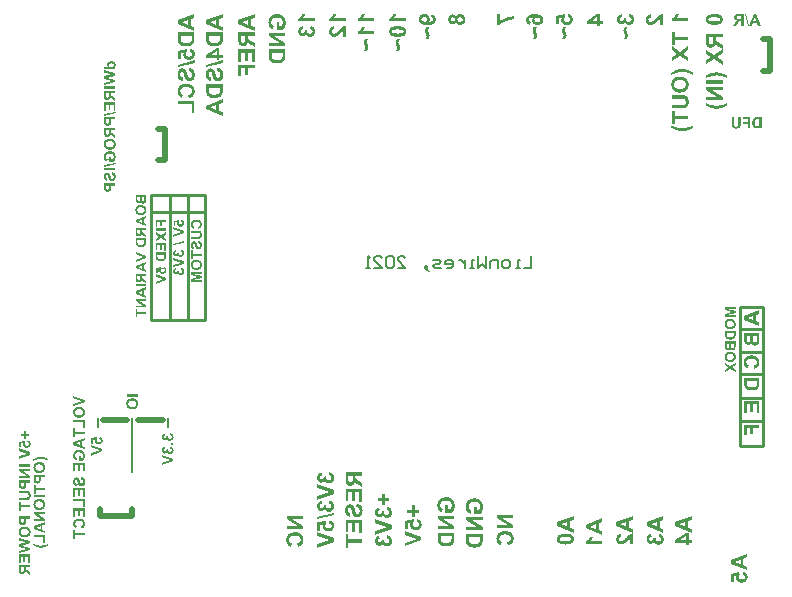
<source format=gbo>
G04*
G04 #@! TF.GenerationSoftware,Altium Limited,Altium Designer,21.1.1 (26)*
G04*
G04 Layer_Color=32896*
%FSLAX44Y44*%
%MOMM*%
G71*
G04*
G04 #@! TF.SameCoordinates,2A0D6200-5384-45BE-AE35-18FCF66999C0*
G04*
G04*
G04 #@! TF.FilePolarity,Positive*
G04*
G01*
G75*
%ADD10C,0.2000*%
%ADD11C,0.5000*%
%ADD91C,0.2540*%
G36*
X673000Y142408D02*
X667556D01*
Y137056D01*
X665390D01*
Y142408D01*
X662353D01*
Y136205D01*
X660186D01*
Y145000D01*
X673000D01*
Y142408D01*
D02*
G37*
G36*
X673000Y155260D02*
X670834D01*
Y162408D01*
X667352D01*
Y155982D01*
X665186D01*
Y162408D01*
X662353D01*
Y155501D01*
X660186D01*
Y165000D01*
X673000D01*
Y155260D01*
D02*
G37*
G36*
X673000Y180149D02*
X672981Y179649D01*
X672963Y179186D01*
X672926Y178797D01*
X672870Y178482D01*
X672815Y178223D01*
X672778Y178019D01*
X672759Y177964D01*
Y177908D01*
X672741Y177890D01*
Y177871D01*
X672593Y177464D01*
X672426Y177093D01*
X672259Y176797D01*
X672093Y176538D01*
X671945Y176334D01*
X671833Y176186D01*
X671759Y176094D01*
X671722Y176056D01*
X671370Y175742D01*
X671000Y175464D01*
X670611Y175223D01*
X670259Y175038D01*
X669926Y174890D01*
X669797Y174816D01*
X669686Y174779D01*
X669574Y174742D01*
X669500Y174705D01*
X669463Y174686D01*
X669445D01*
X669000Y174557D01*
X668538Y174445D01*
X668093Y174371D01*
X667667Y174334D01*
X667464Y174316D01*
X667278Y174297D01*
X667130D01*
X666982Y174279D01*
X666871D01*
X666797D01*
X666741D01*
X666723D01*
X666075Y174297D01*
X665501Y174353D01*
X665223Y174371D01*
X664982Y174408D01*
X664742Y174445D01*
X664538Y174483D01*
X664353Y174538D01*
X664186Y174575D01*
X664038Y174612D01*
X663927Y174631D01*
X663834Y174668D01*
X663760Y174686D01*
X663723Y174705D01*
X663705D01*
X663260Y174871D01*
X662853Y175075D01*
X662501Y175279D01*
X662205Y175483D01*
X661964Y175649D01*
X661779Y175797D01*
X661668Y175890D01*
X661631Y175908D01*
Y175927D01*
X661335Y176242D01*
X661094Y176556D01*
X660890Y176890D01*
X660723Y177186D01*
X660594Y177445D01*
X660501Y177667D01*
X660483Y177742D01*
X660464Y177797D01*
X660446Y177834D01*
Y177853D01*
X660353Y178204D01*
X660298Y178593D01*
X660242Y179001D01*
X660223Y179389D01*
X660205Y179741D01*
X660186Y179889D01*
Y185000D01*
X673000D01*
Y180149D01*
D02*
G37*
G36*
X667038Y203981D02*
X667556Y203926D01*
X668056Y203852D01*
X668500Y203741D01*
X668926Y203630D01*
X669334Y203482D01*
X669686Y203333D01*
X670000Y203185D01*
X670297Y203037D01*
X670556Y202889D01*
X670760Y202741D01*
X670945Y202630D01*
X671074Y202519D01*
X671185Y202445D01*
X671241Y202389D01*
X671259Y202371D01*
X671574Y202056D01*
X671833Y201723D01*
X672074Y201371D01*
X672259Y201019D01*
X672426Y200667D01*
X672574Y200315D01*
X672685Y199982D01*
X672778Y199667D01*
X672852Y199352D01*
X672907Y199075D01*
X672944Y198815D01*
X672963Y198612D01*
X672981Y198426D01*
X673000Y198297D01*
Y198186D01*
X672981Y197797D01*
X672963Y197445D01*
X672907Y197093D01*
X672833Y196779D01*
X672759Y196482D01*
X672685Y196204D01*
X672593Y195945D01*
X672482Y195705D01*
X672389Y195501D01*
X672296Y195316D01*
X672222Y195149D01*
X672148Y195019D01*
X672074Y194908D01*
X672019Y194834D01*
X672000Y194797D01*
X671982Y194779D01*
X671778Y194538D01*
X671556Y194316D01*
X671056Y193909D01*
X670537Y193575D01*
X670037Y193316D01*
X669797Y193205D01*
X669574Y193112D01*
X669371Y193038D01*
X669204Y192964D01*
X669056Y192909D01*
X668945Y192871D01*
X668871Y192853D01*
X668852D01*
X668075Y195371D01*
X668575Y195519D01*
X669000Y195686D01*
X669352Y195853D01*
X669649Y196038D01*
X669871Y196186D01*
X670019Y196316D01*
X670111Y196408D01*
X670148Y196445D01*
X670371Y196742D01*
X670519Y197038D01*
X670630Y197334D01*
X670722Y197593D01*
X670760Y197834D01*
X670778Y198038D01*
X670797Y198112D01*
Y198204D01*
X670778Y198464D01*
X670760Y198704D01*
X670630Y199149D01*
X670482Y199538D01*
X670278Y199852D01*
X670093Y200112D01*
X669945Y200297D01*
X669871Y200371D01*
X669815Y200426D01*
X669797Y200445D01*
X669778Y200463D01*
X669574Y200611D01*
X669334Y200741D01*
X669074Y200871D01*
X668797Y200963D01*
X668223Y201111D01*
X667649Y201222D01*
X667371Y201260D01*
X667130Y201278D01*
X666889Y201315D01*
X666686D01*
X666538Y201334D01*
X666408D01*
X666316D01*
X666297D01*
X665871Y201315D01*
X665482Y201297D01*
X665130Y201260D01*
X664797Y201204D01*
X664501Y201130D01*
X664223Y201056D01*
X663982Y200982D01*
X663760Y200889D01*
X663575Y200815D01*
X663408Y200741D01*
X663279Y200667D01*
X663168Y200593D01*
X663075Y200537D01*
X663019Y200500D01*
X662982Y200463D01*
X662964D01*
X662779Y200297D01*
X662612Y200112D01*
X662483Y199926D01*
X662371Y199723D01*
X662186Y199334D01*
X662057Y198964D01*
X661983Y198649D01*
X661964Y198501D01*
X661946Y198389D01*
X661927Y198278D01*
Y198149D01*
X661946Y197778D01*
X662020Y197445D01*
X662112Y197149D01*
X662223Y196890D01*
X662334Y196686D01*
X662427Y196538D01*
X662501Y196445D01*
X662520Y196408D01*
X662742Y196168D01*
X663001Y195945D01*
X663260Y195779D01*
X663520Y195649D01*
X663742Y195557D01*
X663908Y195501D01*
X663982Y195464D01*
X664038D01*
X664056Y195445D01*
X664075D01*
X663464Y192890D01*
X662927Y193075D01*
X662464Y193279D01*
X662057Y193501D01*
X661723Y193705D01*
X661464Y193909D01*
X661353Y193983D01*
X661261Y194057D01*
X661205Y194112D01*
X661149Y194168D01*
X661112Y194186D01*
Y194205D01*
X660872Y194482D01*
X660649Y194797D01*
X660464Y195093D01*
X660316Y195408D01*
X660168Y195742D01*
X660057Y196056D01*
X659964Y196371D01*
X659890Y196667D01*
X659835Y196945D01*
X659798Y197204D01*
X659761Y197427D01*
X659742Y197630D01*
X659724Y197797D01*
Y198019D01*
X659742Y198501D01*
X659798Y198982D01*
X659890Y199408D01*
X660001Y199834D01*
X660131Y200204D01*
X660279Y200574D01*
X660446Y200889D01*
X660612Y201185D01*
X660779Y201463D01*
X660946Y201685D01*
X661094Y201889D01*
X661223Y202056D01*
X661335Y202185D01*
X661427Y202278D01*
X661483Y202334D01*
X661501Y202352D01*
X661853Y202648D01*
X662223Y202889D01*
X662612Y203111D01*
X663019Y203296D01*
X663445Y203463D01*
X663853Y203593D01*
X664260Y203704D01*
X664649Y203796D01*
X665038Y203870D01*
X665371Y203907D01*
X665686Y203944D01*
X665945Y203981D01*
X666167D01*
X666334Y204000D01*
X666445D01*
X666464D01*
X666482D01*
X667038Y203981D01*
D02*
G37*
G36*
X673000Y217445D02*
X672981Y217130D01*
Y216575D01*
X672963Y216353D01*
Y216001D01*
X672944Y215871D01*
Y215686D01*
X672926Y215612D01*
Y215538D01*
X672870Y215168D01*
X672778Y214834D01*
X672685Y214538D01*
X672574Y214279D01*
X672482Y214075D01*
X672389Y213927D01*
X672333Y213834D01*
X672315Y213797D01*
X672111Y213538D01*
X671889Y213334D01*
X671685Y213131D01*
X671463Y212983D01*
X671278Y212853D01*
X671130Y212760D01*
X671037Y212705D01*
X671000Y212686D01*
X670685Y212557D01*
X670389Y212446D01*
X670093Y212372D01*
X669834Y212334D01*
X669611Y212297D01*
X669445Y212279D01*
X669334D01*
X669315D01*
X669297D01*
X668889Y212297D01*
X668519Y212372D01*
X668204Y212483D01*
X667908Y212594D01*
X667686Y212705D01*
X667519Y212816D01*
X667408Y212890D01*
X667371Y212908D01*
X667075Y213168D01*
X666834Y213445D01*
X666630Y213760D01*
X666482Y214038D01*
X666352Y214297D01*
X666260Y214519D01*
X666241Y214593D01*
X666223Y214649D01*
X666204Y214686D01*
Y214704D01*
X666038Y214408D01*
X665871Y214149D01*
X665667Y213927D01*
X665501Y213742D01*
X665334Y213612D01*
X665204Y213501D01*
X665112Y213427D01*
X665075Y213408D01*
X664779Y213242D01*
X664501Y213112D01*
X664223Y213038D01*
X663964Y212964D01*
X663742Y212927D01*
X663575Y212908D01*
X663464D01*
X663445D01*
X663427D01*
X663131Y212927D01*
X662834Y212964D01*
X662594Y213038D01*
X662371Y213112D01*
X662186Y213186D01*
X662038Y213260D01*
X661964Y213297D01*
X661927Y213316D01*
X661686Y213464D01*
X661483Y213631D01*
X661298Y213797D01*
X661131Y213945D01*
X661020Y214093D01*
X660927Y214205D01*
X660872Y214279D01*
X660853Y214297D01*
X660705Y214519D01*
X660594Y214760D01*
X660501Y214982D01*
X660427Y215186D01*
X660372Y215371D01*
X660335Y215501D01*
X660316Y215593D01*
Y215630D01*
X660279Y215945D01*
X660242Y216297D01*
X660223Y216667D01*
X660205Y217038D01*
X660186Y217371D01*
Y223000D01*
X673000D01*
Y217445D01*
D02*
G37*
G36*
X673000Y239259D02*
X670093Y238204D01*
Y233057D01*
X673000Y231945D01*
Y229149D01*
X660186Y234297D01*
Y237038D01*
X673000Y242000D01*
Y239259D01*
D02*
G37*
G36*
X652831Y243329D02*
X645785D01*
X652831Y241567D01*
Y239818D01*
X645785Y238057D01*
X652831Y238044D01*
Y236373D01*
X643867D01*
Y239093D01*
X649995Y240686D01*
X643867Y242293D01*
Y245000D01*
X652831D01*
Y243329D01*
D02*
G37*
G36*
X648803Y234896D02*
X649178Y234857D01*
X649528Y234805D01*
X649852Y234727D01*
X650150Y234637D01*
X650422Y234533D01*
X650681Y234429D01*
X650901Y234313D01*
X651109Y234209D01*
X651277Y234106D01*
X651432Y234002D01*
X651562Y233911D01*
X651653Y233834D01*
X651730Y233782D01*
X651769Y233743D01*
X651782Y233730D01*
X652002Y233497D01*
X652184Y233251D01*
X652352Y233005D01*
X652482Y232733D01*
X652598Y232474D01*
X652702Y232201D01*
X652780Y231955D01*
X652844Y231696D01*
X652896Y231463D01*
X652935Y231243D01*
X652961Y231049D01*
X652974Y230880D01*
X652987Y230751D01*
X653000Y230647D01*
Y230556D01*
X652987Y230194D01*
X652948Y229857D01*
X652883Y229533D01*
X652806Y229235D01*
X652715Y228950D01*
X652611Y228691D01*
X652508Y228458D01*
X652391Y228237D01*
X652274Y228056D01*
X652171Y227888D01*
X652067Y227745D01*
X651977Y227629D01*
X651899Y227525D01*
X651834Y227460D01*
X651795Y227421D01*
X651782Y227409D01*
X651536Y227201D01*
X651277Y227020D01*
X651005Y226851D01*
X650733Y226722D01*
X650448Y226605D01*
X650163Y226502D01*
X649878Y226424D01*
X649606Y226359D01*
X649360Y226320D01*
X649114Y226282D01*
X648906Y226256D01*
X648725Y226230D01*
X648570D01*
X648453Y226217D01*
X648388D01*
X648362D01*
X647961Y226230D01*
X647585Y226269D01*
X647235Y226320D01*
X646899Y226398D01*
X646601Y226489D01*
X646316Y226592D01*
X646057Y226696D01*
X645836Y226813D01*
X645629Y226929D01*
X645448Y227033D01*
X645292Y227136D01*
X645163Y227227D01*
X645072Y227292D01*
X644994Y227357D01*
X644956Y227395D01*
X644943Y227409D01*
X644722Y227642D01*
X644528Y227888D01*
X644360Y228147D01*
X644217Y228406D01*
X644100Y228678D01*
X643997Y228937D01*
X643919Y229196D01*
X643854Y229442D01*
X643803Y229675D01*
X643764Y229896D01*
X643738Y230090D01*
X643712Y230258D01*
Y230388D01*
X643699Y230492D01*
Y230582D01*
X643712Y230971D01*
X643751Y231346D01*
X643816Y231670D01*
X643880Y231955D01*
X643919Y232072D01*
X643945Y232188D01*
X643971Y232279D01*
X644010Y232357D01*
X644023Y232422D01*
X644049Y232474D01*
X644062Y232499D01*
Y232512D01*
X644165Y232745D01*
X644295Y232966D01*
X644437Y233160D01*
X644567Y233328D01*
X644684Y233471D01*
X644787Y233587D01*
X644852Y233652D01*
X644865Y233665D01*
X644878Y233678D01*
X645085Y233860D01*
X645305Y234028D01*
X645500Y234170D01*
X645694Y234287D01*
X645862Y234378D01*
X645992Y234455D01*
X646044Y234468D01*
X646083Y234494D01*
X646096Y234507D01*
X646108D01*
X646471Y234637D01*
X646860Y234740D01*
X647248Y234805D01*
X647611Y234857D01*
X647779Y234870D01*
X647935Y234883D01*
X648064Y234896D01*
X648181D01*
X648285Y234909D01*
X648350D01*
X648401D01*
X648414D01*
X648803Y234896D01*
D02*
G37*
G36*
X652831Y221398D02*
X652819Y221048D01*
X652806Y220724D01*
X652780Y220452D01*
X652741Y220232D01*
X652702Y220051D01*
X652676Y219908D01*
X652663Y219869D01*
Y219830D01*
X652650Y219817D01*
Y219804D01*
X652546Y219520D01*
X652430Y219260D01*
X652313Y219053D01*
X652197Y218872D01*
X652093Y218729D01*
X652015Y218626D01*
X651964Y218561D01*
X651938Y218535D01*
X651692Y218315D01*
X651432Y218120D01*
X651161Y217952D01*
X650914Y217822D01*
X650681Y217719D01*
X650591Y217667D01*
X650513Y217641D01*
X650435Y217615D01*
X650383Y217589D01*
X650357Y217576D01*
X650344D01*
X650033Y217486D01*
X649710Y217408D01*
X649399Y217356D01*
X649101Y217330D01*
X648958Y217317D01*
X648829Y217304D01*
X648725D01*
X648622Y217291D01*
X648544D01*
X648492D01*
X648453D01*
X648440D01*
X647987Y217304D01*
X647585Y217343D01*
X647391Y217356D01*
X647223Y217382D01*
X647054Y217408D01*
X646912Y217434D01*
X646782Y217473D01*
X646665Y217499D01*
X646562Y217525D01*
X646484Y217537D01*
X646419Y217563D01*
X646367Y217576D01*
X646342Y217589D01*
X646329D01*
X646018Y217706D01*
X645733Y217848D01*
X645487Y217991D01*
X645279Y218133D01*
X645111Y218250D01*
X644981Y218354D01*
X644904Y218418D01*
X644878Y218431D01*
Y218444D01*
X644670Y218664D01*
X644502Y218885D01*
X644360Y219118D01*
X644243Y219325D01*
X644152Y219506D01*
X644088Y219662D01*
X644075Y219714D01*
X644062Y219753D01*
X644049Y219779D01*
Y219792D01*
X643984Y220038D01*
X643945Y220310D01*
X643906Y220595D01*
X643893Y220867D01*
X643880Y221113D01*
X643867Y221216D01*
Y224792D01*
X652831D01*
Y221398D01*
D02*
G37*
G36*
Y211864D02*
X652819Y211643D01*
Y211255D01*
X652806Y211099D01*
Y210853D01*
X652793Y210763D01*
Y210633D01*
X652780Y210581D01*
Y210529D01*
X652741Y210270D01*
X652676Y210037D01*
X652611Y209830D01*
X652534Y209648D01*
X652469Y209506D01*
X652404Y209402D01*
X652365Y209338D01*
X652352Y209312D01*
X652210Y209130D01*
X652054Y208988D01*
X651912Y208845D01*
X651756Y208742D01*
X651627Y208651D01*
X651523Y208586D01*
X651458Y208547D01*
X651432Y208535D01*
X651212Y208444D01*
X651005Y208366D01*
X650798Y208314D01*
X650616Y208288D01*
X650461Y208262D01*
X650344Y208249D01*
X650267D01*
X650254D01*
X650241D01*
X649956Y208262D01*
X649697Y208314D01*
X649476Y208392D01*
X649269Y208470D01*
X649114Y208547D01*
X648997Y208625D01*
X648919Y208677D01*
X648894Y208690D01*
X648686Y208871D01*
X648518Y209066D01*
X648375Y209286D01*
X648272Y209480D01*
X648181Y209662D01*
X648116Y209817D01*
X648103Y209869D01*
X648090Y209908D01*
X648077Y209933D01*
Y209946D01*
X647961Y209739D01*
X647844Y209558D01*
X647702Y209402D01*
X647585Y209273D01*
X647469Y209182D01*
X647378Y209104D01*
X647313Y209053D01*
X647287Y209040D01*
X647080Y208923D01*
X646886Y208832D01*
X646691Y208781D01*
X646510Y208729D01*
X646355Y208703D01*
X646238Y208690D01*
X646160D01*
X646147D01*
X646134D01*
X645927Y208703D01*
X645720Y208729D01*
X645551Y208781D01*
X645396Y208832D01*
X645266Y208884D01*
X645163Y208936D01*
X645111Y208962D01*
X645085Y208975D01*
X644917Y209079D01*
X644774Y209195D01*
X644645Y209312D01*
X644528Y209415D01*
X644450Y209519D01*
X644386Y209597D01*
X644347Y209648D01*
X644334Y209662D01*
X644230Y209817D01*
X644152Y209985D01*
X644088Y210141D01*
X644036Y210283D01*
X643997Y210413D01*
X643971Y210504D01*
X643958Y210568D01*
Y210594D01*
X643932Y210814D01*
X643906Y211061D01*
X643893Y211320D01*
X643880Y211579D01*
X643867Y211812D01*
Y215750D01*
X652831D01*
Y211864D01*
D02*
G37*
G36*
X648803Y207071D02*
X649178Y207032D01*
X649528Y206980D01*
X649852Y206902D01*
X650150Y206812D01*
X650422Y206708D01*
X650681Y206604D01*
X650901Y206488D01*
X651109Y206384D01*
X651277Y206280D01*
X651432Y206177D01*
X651562Y206086D01*
X651653Y206008D01*
X651730Y205957D01*
X651769Y205918D01*
X651782Y205905D01*
X652002Y205672D01*
X652184Y205425D01*
X652352Y205179D01*
X652482Y204907D01*
X652598Y204648D01*
X652702Y204376D01*
X652780Y204130D01*
X652844Y203871D01*
X652896Y203638D01*
X652935Y203418D01*
X652961Y203223D01*
X652974Y203055D01*
X652987Y202925D01*
X653000Y202822D01*
Y202731D01*
X652987Y202368D01*
X652948Y202032D01*
X652883Y201708D01*
X652806Y201410D01*
X652715Y201125D01*
X652611Y200866D01*
X652508Y200632D01*
X652391Y200412D01*
X652274Y200231D01*
X652171Y200063D01*
X652067Y199920D01*
X651977Y199804D01*
X651899Y199700D01*
X651834Y199635D01*
X651795Y199596D01*
X651782Y199583D01*
X651536Y199376D01*
X651277Y199195D01*
X651005Y199026D01*
X650733Y198897D01*
X650448Y198780D01*
X650163Y198676D01*
X649878Y198599D01*
X649606Y198534D01*
X649360Y198495D01*
X649114Y198456D01*
X648906Y198430D01*
X648725Y198405D01*
X648570D01*
X648453Y198391D01*
X648388D01*
X648362D01*
X647961Y198405D01*
X647585Y198443D01*
X647235Y198495D01*
X646899Y198573D01*
X646601Y198664D01*
X646316Y198767D01*
X646057Y198871D01*
X645836Y198987D01*
X645629Y199104D01*
X645448Y199208D01*
X645292Y199311D01*
X645163Y199402D01*
X645072Y199467D01*
X644994Y199531D01*
X644956Y199570D01*
X644943Y199583D01*
X644722Y199816D01*
X644528Y200063D01*
X644360Y200322D01*
X644217Y200581D01*
X644100Y200853D01*
X643997Y201112D01*
X643919Y201371D01*
X643854Y201617D01*
X643803Y201850D01*
X643764Y202070D01*
X643738Y202265D01*
X643712Y202433D01*
Y202563D01*
X643699Y202666D01*
Y202757D01*
X643712Y203146D01*
X643751Y203521D01*
X643816Y203845D01*
X643880Y204130D01*
X643919Y204247D01*
X643945Y204363D01*
X643971Y204454D01*
X644010Y204532D01*
X644023Y204597D01*
X644049Y204648D01*
X644062Y204674D01*
Y204687D01*
X644165Y204920D01*
X644295Y205140D01*
X644437Y205335D01*
X644567Y205503D01*
X644684Y205646D01*
X644787Y205762D01*
X644852Y205827D01*
X644865Y205840D01*
X644878Y205853D01*
X645085Y206034D01*
X645305Y206203D01*
X645500Y206345D01*
X645694Y206462D01*
X645862Y206553D01*
X645992Y206630D01*
X646044Y206643D01*
X646083Y206669D01*
X646096Y206682D01*
X646108D01*
X646471Y206812D01*
X646860Y206915D01*
X647248Y206980D01*
X647611Y207032D01*
X647779Y207045D01*
X647935Y207058D01*
X648064Y207071D01*
X648181D01*
X648285Y207084D01*
X648350D01*
X648401D01*
X648414D01*
X648803Y207071D01*
D02*
G37*
G36*
X652831Y195710D02*
X649800Y193715D01*
X652831Y191733D01*
Y189557D01*
X648168Y192640D01*
X643867Y189829D01*
Y191940D01*
X646549Y193715D01*
X643867Y195490D01*
Y197601D01*
X648168Y194790D01*
X652831Y197886D01*
Y195710D01*
D02*
G37*
G36*
X146820Y169058D02*
X137223D01*
Y171000D01*
X146820D01*
Y169058D01*
D02*
G37*
G36*
X142507Y167588D02*
X142909Y167547D01*
X143283Y167491D01*
X143630Y167408D01*
X143949Y167311D01*
X144240Y167200D01*
X144517Y167089D01*
X144753Y166964D01*
X144975Y166853D01*
X145155Y166742D01*
X145322Y166631D01*
X145461Y166534D01*
X145558Y166451D01*
X145641Y166396D01*
X145682Y166354D01*
X145696Y166340D01*
X145932Y166091D01*
X146126Y165827D01*
X146306Y165564D01*
X146445Y165272D01*
X146570Y164995D01*
X146681Y164704D01*
X146764Y164440D01*
X146833Y164163D01*
X146889Y163913D01*
X146931Y163678D01*
X146958Y163469D01*
X146972Y163289D01*
X146986Y163151D01*
X147000Y163039D01*
Y162942D01*
X146986Y162554D01*
X146945Y162194D01*
X146875Y161847D01*
X146792Y161528D01*
X146695Y161223D01*
X146584Y160945D01*
X146473Y160696D01*
X146348Y160460D01*
X146223Y160266D01*
X146112Y160086D01*
X146001Y159933D01*
X145904Y159808D01*
X145821Y159697D01*
X145752Y159628D01*
X145710Y159586D01*
X145696Y159572D01*
X145433Y159351D01*
X145155Y159156D01*
X144864Y158976D01*
X144573Y158837D01*
X144268Y158713D01*
X143963Y158602D01*
X143658Y158518D01*
X143366Y158449D01*
X143103Y158407D01*
X142839Y158366D01*
X142618Y158338D01*
X142423Y158310D01*
X142257D01*
X142132Y158296D01*
X142063D01*
X142035D01*
X141605Y158310D01*
X141203Y158352D01*
X140829Y158407D01*
X140468Y158491D01*
X140149Y158588D01*
X139844Y158699D01*
X139566Y158810D01*
X139331Y158934D01*
X139109Y159059D01*
X138915Y159170D01*
X138748Y159281D01*
X138610Y159378D01*
X138512Y159448D01*
X138429Y159517D01*
X138388Y159559D01*
X138374Y159572D01*
X138138Y159822D01*
X137930Y160086D01*
X137750Y160363D01*
X137597Y160640D01*
X137472Y160931D01*
X137361Y161209D01*
X137278Y161486D01*
X137209Y161750D01*
X137153Y161999D01*
X137112Y162235D01*
X137084Y162443D01*
X137056Y162624D01*
Y162762D01*
X137042Y162873D01*
Y162970D01*
X137056Y163386D01*
X137098Y163788D01*
X137167Y164135D01*
X137237Y164440D01*
X137278Y164565D01*
X137306Y164690D01*
X137334Y164787D01*
X137375Y164870D01*
X137389Y164939D01*
X137417Y164995D01*
X137431Y165023D01*
Y165037D01*
X137542Y165286D01*
X137680Y165522D01*
X137833Y165730D01*
X137972Y165910D01*
X138096Y166063D01*
X138207Y166188D01*
X138277Y166257D01*
X138291Y166271D01*
X138305Y166285D01*
X138526Y166479D01*
X138762Y166659D01*
X138970Y166812D01*
X139178Y166936D01*
X139359Y167034D01*
X139497Y167117D01*
X139553Y167131D01*
X139594Y167158D01*
X139608Y167172D01*
X139622D01*
X140010Y167311D01*
X140426Y167422D01*
X140842Y167491D01*
X141231Y167547D01*
X141411Y167561D01*
X141577Y167575D01*
X141716Y167588D01*
X141841D01*
X141952Y167602D01*
X142021D01*
X142077D01*
X142091D01*
X142507Y167588D01*
D02*
G37*
G36*
X153832Y336114D02*
X153819Y335894D01*
Y335505D01*
X153806Y335350D01*
Y335103D01*
X153793Y335013D01*
Y334883D01*
X153780Y334831D01*
Y334780D01*
X153741Y334520D01*
X153676Y334287D01*
X153611Y334080D01*
X153534Y333899D01*
X153469Y333756D01*
X153404Y333653D01*
X153365Y333588D01*
X153352Y333562D01*
X153210Y333381D01*
X153054Y333238D01*
X152912Y333096D01*
X152756Y332992D01*
X152627Y332901D01*
X152523Y332836D01*
X152458Y332798D01*
X152432Y332785D01*
X152212Y332694D01*
X152005Y332616D01*
X151798Y332564D01*
X151616Y332538D01*
X151461Y332513D01*
X151344Y332500D01*
X151267D01*
X151254D01*
X151241D01*
X150956Y332513D01*
X150697Y332564D01*
X150477Y332642D01*
X150269Y332720D01*
X150114Y332798D01*
X149997Y332875D01*
X149920Y332927D01*
X149894Y332940D01*
X149686Y333121D01*
X149518Y333316D01*
X149375Y333536D01*
X149272Y333730D01*
X149181Y333912D01*
X149116Y334067D01*
X149103Y334119D01*
X149090Y334158D01*
X149078Y334184D01*
Y334197D01*
X148961Y333989D01*
X148844Y333808D01*
X148702Y333653D01*
X148585Y333523D01*
X148469Y333432D01*
X148378Y333355D01*
X148313Y333303D01*
X148287Y333290D01*
X148080Y333173D01*
X147886Y333083D01*
X147691Y333031D01*
X147510Y332979D01*
X147355Y332953D01*
X147238Y332940D01*
X147160D01*
X147147D01*
X147134D01*
X146927Y332953D01*
X146720Y332979D01*
X146551Y333031D01*
X146396Y333083D01*
X146266Y333134D01*
X146163Y333186D01*
X146111Y333212D01*
X146085Y333225D01*
X145917Y333329D01*
X145774Y333445D01*
X145645Y333562D01*
X145528Y333666D01*
X145450Y333769D01*
X145386Y333847D01*
X145347Y333899D01*
X145334Y333912D01*
X145230Y334067D01*
X145152Y334235D01*
X145088Y334391D01*
X145036Y334533D01*
X144997Y334663D01*
X144971Y334754D01*
X144958Y334818D01*
Y334844D01*
X144932Y335065D01*
X144906Y335311D01*
X144893Y335570D01*
X144880Y335829D01*
X144867Y336062D01*
Y340000D01*
X153832D01*
Y336114D01*
D02*
G37*
G36*
X149803Y331321D02*
X150178Y331282D01*
X150528Y331230D01*
X150852Y331152D01*
X151150Y331062D01*
X151422Y330958D01*
X151681Y330854D01*
X151901Y330738D01*
X152109Y330634D01*
X152277Y330531D01*
X152432Y330427D01*
X152562Y330336D01*
X152653Y330259D01*
X152731Y330207D01*
X152769Y330168D01*
X152782Y330155D01*
X153003Y329922D01*
X153184Y329676D01*
X153352Y329430D01*
X153482Y329157D01*
X153598Y328899D01*
X153702Y328626D01*
X153780Y328380D01*
X153844Y328121D01*
X153896Y327888D01*
X153935Y327668D01*
X153961Y327473D01*
X153974Y327305D01*
X153987Y327176D01*
X154000Y327072D01*
Y326981D01*
X153987Y326618D01*
X153948Y326282D01*
X153883Y325958D01*
X153806Y325660D01*
X153715Y325375D01*
X153611Y325116D01*
X153508Y324883D01*
X153391Y324663D01*
X153274Y324481D01*
X153171Y324313D01*
X153067Y324170D01*
X152977Y324054D01*
X152899Y323950D01*
X152834Y323885D01*
X152795Y323846D01*
X152782Y323833D01*
X152536Y323626D01*
X152277Y323445D01*
X152005Y323276D01*
X151733Y323147D01*
X151448Y323030D01*
X151163Y322927D01*
X150878Y322849D01*
X150606Y322784D01*
X150360Y322745D01*
X150114Y322706D01*
X149907Y322681D01*
X149725Y322655D01*
X149570D01*
X149453Y322642D01*
X149388D01*
X149362D01*
X148961Y322655D01*
X148585Y322693D01*
X148235Y322745D01*
X147899Y322823D01*
X147601Y322914D01*
X147316Y323017D01*
X147057Y323121D01*
X146836Y323238D01*
X146629Y323354D01*
X146448Y323458D01*
X146292Y323561D01*
X146163Y323652D01*
X146072Y323717D01*
X145994Y323782D01*
X145955Y323820D01*
X145943Y323833D01*
X145722Y324067D01*
X145528Y324313D01*
X145360Y324572D01*
X145217Y324831D01*
X145101Y325103D01*
X144997Y325362D01*
X144919Y325621D01*
X144854Y325867D01*
X144803Y326100D01*
X144764Y326321D01*
X144738Y326515D01*
X144712Y326683D01*
Y326813D01*
X144699Y326917D01*
Y327007D01*
X144712Y327396D01*
X144751Y327771D01*
X144816Y328095D01*
X144880Y328380D01*
X144919Y328497D01*
X144945Y328614D01*
X144971Y328704D01*
X145010Y328782D01*
X145023Y328847D01*
X145049Y328899D01*
X145062Y328924D01*
Y328937D01*
X145165Y329170D01*
X145295Y329391D01*
X145437Y329585D01*
X145567Y329753D01*
X145683Y329896D01*
X145787Y330013D01*
X145852Y330077D01*
X145865Y330090D01*
X145878Y330103D01*
X146085Y330285D01*
X146305Y330453D01*
X146500Y330595D01*
X146694Y330712D01*
X146862Y330803D01*
X146992Y330880D01*
X147044Y330893D01*
X147083Y330919D01*
X147095Y330932D01*
X147108D01*
X147471Y331062D01*
X147860Y331165D01*
X148248Y331230D01*
X148611Y331282D01*
X148779Y331295D01*
X148935Y331308D01*
X149065Y331321D01*
X149181D01*
X149285Y331334D01*
X149349D01*
X149401D01*
X149414D01*
X149803Y331321D01*
D02*
G37*
G36*
X153832Y320219D02*
X151798Y319481D01*
Y315880D01*
X153832Y315102D01*
Y313146D01*
X144867Y316748D01*
Y318665D01*
X153832Y322136D01*
Y320219D01*
D02*
G37*
G36*
Y310361D02*
X150088D01*
Y309778D01*
X150101Y309597D01*
X150114Y309442D01*
X150140Y309312D01*
X150153Y309208D01*
X150178Y309144D01*
X150191Y309105D01*
Y309092D01*
X150243Y308988D01*
X150295Y308885D01*
X150360Y308794D01*
X150412Y308703D01*
X150477Y308638D01*
X150528Y308587D01*
X150554Y308561D01*
X150567Y308548D01*
X150632Y308496D01*
X150697Y308431D01*
X150891Y308289D01*
X151098Y308133D01*
X151331Y307965D01*
X151539Y307822D01*
X151642Y307757D01*
X151720Y307706D01*
X151785Y307654D01*
X151837Y307615D01*
X151875Y307602D01*
X151889Y307589D01*
X153832Y306294D01*
Y304118D01*
X152083Y305219D01*
X151901Y305335D01*
X151720Y305452D01*
X151565Y305555D01*
X151422Y305659D01*
X151293Y305750D01*
X151163Y305827D01*
X150969Y305983D01*
X150813Y306099D01*
X150710Y306177D01*
X150645Y306242D01*
X150632Y306255D01*
X150477Y306397D01*
X150334Y306566D01*
X150217Y306721D01*
X150101Y306877D01*
X150010Y307006D01*
X149945Y307110D01*
X149894Y307188D01*
X149881Y307201D01*
Y307213D01*
X149842Y306993D01*
X149790Y306799D01*
X149738Y306618D01*
X149673Y306436D01*
X149609Y306281D01*
X149544Y306138D01*
X149479Y305996D01*
X149401Y305879D01*
X149337Y305776D01*
X149272Y305685D01*
X149207Y305607D01*
X149155Y305555D01*
X149116Y305504D01*
X149078Y305465D01*
X149065Y305452D01*
X149052Y305439D01*
X148922Y305335D01*
X148792Y305244D01*
X148507Y305089D01*
X148235Y304985D01*
X147963Y304921D01*
X147730Y304869D01*
X147640Y304856D01*
X147549D01*
X147484Y304843D01*
X147419D01*
X147393D01*
X147381D01*
X147095Y304856D01*
X146824Y304908D01*
X146590Y304972D01*
X146383Y305037D01*
X146215Y305115D01*
X146085Y305180D01*
X146046Y305206D01*
X146007Y305231D01*
X145994Y305244D01*
X145981D01*
X145761Y305400D01*
X145580Y305568D01*
X145437Y305737D01*
X145308Y305905D01*
X145230Y306061D01*
X145165Y306177D01*
X145126Y306255D01*
X145113Y306268D01*
Y306281D01*
X145075Y306410D01*
X145036Y306553D01*
X144971Y306877D01*
X144932Y307226D01*
X144893Y307563D01*
Y307732D01*
X144880Y307874D01*
Y308017D01*
X144867Y308133D01*
Y312175D01*
X153832D01*
Y310361D01*
D02*
G37*
G36*
Y299739D02*
X153819Y299389D01*
X153806Y299065D01*
X153780Y298793D01*
X153741Y298573D01*
X153702Y298392D01*
X153676Y298249D01*
X153663Y298210D01*
Y298172D01*
X153650Y298159D01*
Y298146D01*
X153547Y297861D01*
X153430Y297602D01*
X153313Y297394D01*
X153197Y297213D01*
X153093Y297071D01*
X153015Y296967D01*
X152964Y296902D01*
X152938Y296876D01*
X152692Y296656D01*
X152432Y296462D01*
X152161Y296293D01*
X151914Y296164D01*
X151681Y296060D01*
X151590Y296008D01*
X151513Y295982D01*
X151435Y295956D01*
X151383Y295931D01*
X151357Y295918D01*
X151344D01*
X151033Y295827D01*
X150710Y295749D01*
X150399Y295697D01*
X150101Y295671D01*
X149958Y295658D01*
X149829Y295646D01*
X149725D01*
X149621Y295633D01*
X149544D01*
X149492D01*
X149453D01*
X149440D01*
X148987Y295646D01*
X148585Y295684D01*
X148391Y295697D01*
X148223Y295723D01*
X148054Y295749D01*
X147912Y295775D01*
X147782Y295814D01*
X147666Y295840D01*
X147562Y295866D01*
X147484Y295879D01*
X147419Y295905D01*
X147367Y295918D01*
X147342Y295931D01*
X147329D01*
X147018Y296047D01*
X146733Y296190D01*
X146487Y296332D01*
X146279Y296475D01*
X146111Y296591D01*
X145981Y296695D01*
X145904Y296760D01*
X145878Y296772D01*
Y296786D01*
X145670Y297006D01*
X145502Y297226D01*
X145360Y297459D01*
X145243Y297666D01*
X145152Y297848D01*
X145088Y298003D01*
X145075Y298055D01*
X145062Y298094D01*
X145049Y298120D01*
Y298133D01*
X144984Y298379D01*
X144945Y298651D01*
X144906Y298936D01*
X144893Y299208D01*
X144880Y299454D01*
X144867Y299558D01*
Y303133D01*
X153832D01*
Y299739D01*
D02*
G37*
G36*
Y288314D02*
Y286357D01*
X144867Y283171D01*
Y285101D01*
X151500Y287290D01*
X144867Y289570D01*
Y291526D01*
X153832Y288314D01*
D02*
G37*
G36*
Y281254D02*
X151798Y280515D01*
Y276914D01*
X153832Y276137D01*
Y274181D01*
X144867Y277782D01*
Y279699D01*
X153832Y283171D01*
Y281254D01*
D02*
G37*
G36*
Y271396D02*
X150088D01*
Y270813D01*
X150101Y270631D01*
X150114Y270476D01*
X150140Y270346D01*
X150153Y270243D01*
X150178Y270178D01*
X150191Y270139D01*
Y270126D01*
X150243Y270023D01*
X150295Y269919D01*
X150360Y269828D01*
X150412Y269737D01*
X150477Y269673D01*
X150528Y269621D01*
X150554Y269595D01*
X150567Y269582D01*
X150632Y269530D01*
X150697Y269466D01*
X150891Y269323D01*
X151098Y269168D01*
X151331Y268999D01*
X151539Y268857D01*
X151642Y268792D01*
X151720Y268740D01*
X151785Y268688D01*
X151837Y268649D01*
X151875Y268636D01*
X151889Y268624D01*
X153832Y267328D01*
Y265152D01*
X152083Y266253D01*
X151901Y266369D01*
X151720Y266486D01*
X151565Y266590D01*
X151422Y266693D01*
X151293Y266784D01*
X151163Y266862D01*
X150969Y267017D01*
X150813Y267134D01*
X150710Y267211D01*
X150645Y267276D01*
X150632Y267289D01*
X150477Y267432D01*
X150334Y267600D01*
X150217Y267756D01*
X150101Y267911D01*
X150010Y268041D01*
X149945Y268144D01*
X149894Y268222D01*
X149881Y268235D01*
Y268248D01*
X149842Y268028D01*
X149790Y267833D01*
X149738Y267652D01*
X149673Y267471D01*
X149609Y267315D01*
X149544Y267173D01*
X149479Y267030D01*
X149401Y266914D01*
X149337Y266810D01*
X149272Y266719D01*
X149207Y266642D01*
X149155Y266590D01*
X149116Y266538D01*
X149078Y266499D01*
X149065Y266486D01*
X149052Y266473D01*
X148922Y266369D01*
X148792Y266279D01*
X148507Y266123D01*
X148235Y266020D01*
X147963Y265955D01*
X147730Y265903D01*
X147640Y265890D01*
X147549D01*
X147484Y265877D01*
X147419D01*
X147393D01*
X147381D01*
X147095Y265890D01*
X146824Y265942D01*
X146590Y266007D01*
X146383Y266072D01*
X146215Y266149D01*
X146085Y266214D01*
X146046Y266240D01*
X146007Y266266D01*
X145994Y266279D01*
X145981D01*
X145761Y266434D01*
X145580Y266603D01*
X145437Y266771D01*
X145308Y266940D01*
X145230Y267095D01*
X145165Y267211D01*
X145126Y267289D01*
X145113Y267302D01*
Y267315D01*
X145075Y267445D01*
X145036Y267587D01*
X144971Y267911D01*
X144932Y268261D01*
X144893Y268598D01*
Y268766D01*
X144880Y268909D01*
Y269051D01*
X144867Y269168D01*
Y273209D01*
X153832D01*
Y271396D01*
D02*
G37*
G36*
Y262418D02*
X144867D01*
Y264232D01*
X153832D01*
Y262418D01*
D02*
G37*
G36*
Y259685D02*
X151798Y258947D01*
Y255346D01*
X153832Y254568D01*
Y252612D01*
X144867Y256214D01*
Y258131D01*
X153832Y261602D01*
Y259685D01*
D02*
G37*
G36*
Y249970D02*
X147924D01*
X153832Y246330D01*
Y244516D01*
X144867D01*
Y246187D01*
X150904D01*
X144867Y249892D01*
Y251641D01*
X153832D01*
Y249970D01*
D02*
G37*
G36*
X146383Y240578D02*
X153832D01*
Y238764D01*
X146383D01*
Y236122D01*
X144867D01*
Y243234D01*
X146383D01*
Y240578D01*
D02*
G37*
G36*
X183759Y318961D02*
X183953Y318922D01*
X184303Y318793D01*
X184614Y318650D01*
X184743Y318573D01*
X184873Y318482D01*
X184977Y318404D01*
X185067Y318339D01*
X185145Y318262D01*
X185223Y318210D01*
X185275Y318158D01*
X185313Y318119D01*
X185326Y318093D01*
X185339Y318080D01*
X185456Y317925D01*
X185560Y317769D01*
X185650Y317601D01*
X185715Y317432D01*
X185845Y317083D01*
X185922Y316772D01*
X185948Y316616D01*
X185961Y316487D01*
X185974Y316357D01*
X185987Y316254D01*
X186000Y316163D01*
Y316047D01*
X185987Y315762D01*
X185948Y315489D01*
X185896Y315243D01*
X185819Y315010D01*
X185728Y314790D01*
X185624Y314596D01*
X185521Y314414D01*
X185404Y314246D01*
X185301Y314103D01*
X185197Y313974D01*
X185093Y313857D01*
X185003Y313767D01*
X184925Y313702D01*
X184873Y313650D01*
X184834Y313624D01*
X184821Y313611D01*
X184653Y313494D01*
X184484Y313391D01*
X184316Y313313D01*
X184135Y313235D01*
X183798Y313119D01*
X183487Y313041D01*
X183357Y313015D01*
X183228Y313002D01*
X183111Y312976D01*
X183008D01*
X182930Y312963D01*
X182878D01*
X182839D01*
X182826D01*
X182580Y312976D01*
X182347Y313002D01*
X182127Y313041D01*
X181919Y313093D01*
X181738Y313145D01*
X181557Y313223D01*
X181388Y313287D01*
X181246Y313365D01*
X181116Y313443D01*
X181000Y313507D01*
X180896Y313585D01*
X180818Y313637D01*
X180754Y313689D01*
X180702Y313728D01*
X180676Y313754D01*
X180663Y313767D01*
X180520Y313922D01*
X180391Y314077D01*
X180274Y314246D01*
X180171Y314414D01*
X180093Y314570D01*
X180028Y314738D01*
X179925Y315036D01*
X179886Y315179D01*
X179860Y315308D01*
X179847Y315425D01*
X179834Y315515D01*
X179821Y315593D01*
Y315710D01*
X179834Y315930D01*
X179873Y316150D01*
X179912Y316344D01*
X179963Y316526D01*
X180028Y316668D01*
X180067Y316785D01*
X180106Y316863D01*
X180119Y316875D01*
Y316889D01*
X178590Y316616D01*
Y313365D01*
X176984D01*
Y317912D01*
X181660Y318793D01*
X181855Y317407D01*
X181738Y317290D01*
X181635Y317174D01*
X181544Y317057D01*
X181466Y316940D01*
X181350Y316720D01*
X181272Y316513D01*
X181233Y316331D01*
X181207Y316202D01*
X181194Y316150D01*
Y316072D01*
X181207Y315865D01*
X181259Y315671D01*
X181324Y315502D01*
X181401Y315360D01*
X181492Y315256D01*
X181557Y315166D01*
X181609Y315114D01*
X181622Y315101D01*
X181790Y314971D01*
X181984Y314881D01*
X182192Y314816D01*
X182399Y314777D01*
X182580Y314738D01*
X182723Y314725D01*
X182787D01*
X182826D01*
X182852D01*
X182865D01*
X183176Y314738D01*
X183448Y314777D01*
X183668Y314842D01*
X183850Y314907D01*
X184005Y314984D01*
X184109Y315036D01*
X184161Y315088D01*
X184186Y315101D01*
X184329Y315243D01*
X184446Y315399D01*
X184523Y315554D01*
X184575Y315697D01*
X184601Y315826D01*
X184614Y315930D01*
X184627Y315995D01*
Y316021D01*
X184614Y316189D01*
X184575Y316357D01*
X184523Y316500D01*
X184459Y316616D01*
X184394Y316720D01*
X184342Y316798D01*
X184303Y316850D01*
X184290Y316863D01*
X184148Y316979D01*
X184005Y317083D01*
X183850Y317160D01*
X183707Y317212D01*
X183578Y317251D01*
X183461Y317277D01*
X183396Y317290D01*
X183370D01*
X183552Y319000D01*
X183759Y318961D01*
D02*
G37*
G36*
X185832Y309375D02*
Y307419D01*
X176868Y304232D01*
Y306163D01*
X183500Y308352D01*
X176868Y310632D01*
Y312588D01*
X185832Y309375D01*
D02*
G37*
G36*
X185987Y299491D02*
X176712Y297250D01*
Y298546D01*
X185987Y300761D01*
Y299491D01*
D02*
G37*
G36*
X183681Y293286D02*
X183876Y293235D01*
X184238Y293118D01*
X184549Y292975D01*
X184679Y292885D01*
X184808Y292807D01*
X184925Y292729D01*
X185016Y292652D01*
X185106Y292587D01*
X185171Y292522D01*
X185223Y292470D01*
X185262Y292431D01*
X185288Y292405D01*
X185301Y292393D01*
X185417Y292237D01*
X185534Y292069D01*
X185624Y291913D01*
X185702Y291732D01*
X185832Y291395D01*
X185909Y291084D01*
X185935Y290929D01*
X185961Y290799D01*
X185974Y290683D01*
X185987Y290579D01*
X186000Y290488D01*
Y290372D01*
X185987Y290138D01*
X185961Y289905D01*
X185922Y289698D01*
X185870Y289491D01*
X185806Y289309D01*
X185741Y289128D01*
X185663Y288960D01*
X185585Y288817D01*
X185508Y288688D01*
X185430Y288558D01*
X185365Y288467D01*
X185301Y288377D01*
X185249Y288312D01*
X185210Y288260D01*
X185184Y288234D01*
X185171Y288221D01*
X185016Y288066D01*
X184847Y287936D01*
X184679Y287820D01*
X184510Y287716D01*
X184329Y287638D01*
X184161Y287561D01*
X183850Y287457D01*
X183707Y287431D01*
X183565Y287405D01*
X183448Y287379D01*
X183344Y287366D01*
X183267Y287353D01*
X183202D01*
X183163D01*
X183150D01*
X182852Y287379D01*
X182593Y287431D01*
X182347Y287496D01*
X182153Y287586D01*
X181984Y287677D01*
X181868Y287742D01*
X181790Y287794D01*
X181764Y287820D01*
X181570Y288001D01*
X181401Y288208D01*
X181272Y288416D01*
X181168Y288610D01*
X181091Y288778D01*
X181052Y288921D01*
X181026Y288973D01*
Y289011D01*
X181013Y289037D01*
Y289050D01*
X180870Y288817D01*
X180728Y288623D01*
X180572Y288454D01*
X180417Y288299D01*
X180261Y288169D01*
X180106Y288066D01*
X179951Y287988D01*
X179808Y287910D01*
X179666Y287859D01*
X179536Y287820D01*
X179419Y287794D01*
X179316Y287781D01*
X179238Y287768D01*
X179173Y287755D01*
X179134D01*
X179121D01*
X178966Y287768D01*
X178824Y287781D01*
X178538Y287859D01*
X178279Y287949D01*
X178059Y288066D01*
X177878Y288182D01*
X177748Y288286D01*
X177696Y288325D01*
X177658Y288364D01*
X177645Y288377D01*
X177632Y288390D01*
X177489Y288532D01*
X177360Y288701D01*
X177256Y288856D01*
X177165Y289024D01*
X177075Y289206D01*
X177010Y289374D01*
X176919Y289698D01*
X176880Y289841D01*
X176854Y289983D01*
X176842Y290100D01*
X176829Y290216D01*
X176816Y290307D01*
Y290423D01*
X176829Y290695D01*
X176854Y290942D01*
X176906Y291175D01*
X176958Y291369D01*
X177010Y291525D01*
X177062Y291654D01*
X177088Y291732D01*
X177101Y291745D01*
Y291758D01*
X177217Y291965D01*
X177347Y292159D01*
X177476Y292315D01*
X177593Y292444D01*
X177710Y292548D01*
X177800Y292626D01*
X177852Y292677D01*
X177878Y292690D01*
X178072Y292807D01*
X178279Y292911D01*
X178500Y292988D01*
X178707Y293066D01*
X178901Y293118D01*
X179044Y293157D01*
X179109Y293170D01*
X179147D01*
X179173Y293183D01*
X179186D01*
X179445Y291602D01*
X179238Y291563D01*
X179057Y291512D01*
X178901Y291460D01*
X178785Y291395D01*
X178681Y291330D01*
X178603Y291278D01*
X178564Y291239D01*
X178552Y291227D01*
X178448Y291110D01*
X178370Y290980D01*
X178318Y290851D01*
X178279Y290734D01*
X178253Y290631D01*
X178241Y290553D01*
Y290475D01*
X178253Y290320D01*
X178279Y290164D01*
X178331Y290048D01*
X178370Y289944D01*
X178422Y289853D01*
X178474Y289802D01*
X178500Y289763D01*
X178513Y289750D01*
X178616Y289659D01*
X178746Y289594D01*
X178862Y289543D01*
X178979Y289517D01*
X179083Y289491D01*
X179160Y289478D01*
X179212D01*
X179238D01*
X179432Y289491D01*
X179601Y289530D01*
X179743Y289594D01*
X179860Y289659D01*
X179963Y289737D01*
X180028Y289789D01*
X180080Y289841D01*
X180093Y289853D01*
X180197Y290009D01*
X180274Y290177D01*
X180326Y290359D01*
X180365Y290527D01*
X180378Y290683D01*
X180391Y290812D01*
Y290929D01*
X181777Y291110D01*
X181738Y290942D01*
X181699Y290799D01*
X181673Y290657D01*
X181660Y290540D01*
X181647Y290449D01*
Y290320D01*
X181660Y290138D01*
X181712Y289983D01*
X181764Y289841D01*
X181842Y289711D01*
X181907Y289620D01*
X181971Y289543D01*
X182023Y289491D01*
X182036Y289478D01*
X182192Y289361D01*
X182360Y289270D01*
X182528Y289206D01*
X182697Y289154D01*
X182852Y289128D01*
X182969Y289115D01*
X183046D01*
X183060D01*
X183072D01*
X183319Y289128D01*
X183539Y289167D01*
X183733Y289232D01*
X183888Y289296D01*
X184005Y289374D01*
X184096Y289426D01*
X184161Y289478D01*
X184174Y289491D01*
X184303Y289633D01*
X184407Y289789D01*
X184471Y289931D01*
X184523Y290074D01*
X184549Y290203D01*
X184562Y290294D01*
X184575Y290359D01*
Y290385D01*
X184562Y290566D01*
X184523Y290721D01*
X184471Y290864D01*
X184407Y290993D01*
X184355Y291084D01*
X184303Y291162D01*
X184264Y291214D01*
X184251Y291227D01*
X184109Y291343D01*
X183953Y291447D01*
X183785Y291512D01*
X183629Y291576D01*
X183487Y291615D01*
X183370Y291641D01*
X183293Y291654D01*
X183280D01*
X183267D01*
X183474Y293312D01*
X183681Y293286D01*
D02*
G37*
G36*
X185832Y283597D02*
Y281641D01*
X176868Y278454D01*
Y280384D01*
X183500Y282573D01*
X176868Y284853D01*
Y286809D01*
X185832Y283597D01*
D02*
G37*
G36*
X183681Y277962D02*
X183876Y277910D01*
X184238Y277793D01*
X184549Y277651D01*
X184679Y277560D01*
X184808Y277482D01*
X184925Y277405D01*
X185016Y277327D01*
X185106Y277262D01*
X185171Y277197D01*
X185223Y277146D01*
X185262Y277107D01*
X185288Y277081D01*
X185301Y277068D01*
X185417Y276912D01*
X185534Y276744D01*
X185624Y276589D01*
X185702Y276407D01*
X185832Y276070D01*
X185909Y275760D01*
X185935Y275604D01*
X185961Y275474D01*
X185974Y275358D01*
X185987Y275254D01*
X186000Y275164D01*
Y275047D01*
X185987Y274814D01*
X185961Y274581D01*
X185922Y274373D01*
X185870Y274166D01*
X185806Y273985D01*
X185741Y273804D01*
X185663Y273635D01*
X185585Y273493D01*
X185508Y273363D01*
X185430Y273234D01*
X185365Y273143D01*
X185301Y273052D01*
X185249Y272987D01*
X185210Y272936D01*
X185184Y272910D01*
X185171Y272897D01*
X185016Y272741D01*
X184847Y272612D01*
X184679Y272495D01*
X184510Y272391D01*
X184329Y272314D01*
X184161Y272236D01*
X183850Y272132D01*
X183707Y272106D01*
X183565Y272081D01*
X183448Y272055D01*
X183344Y272042D01*
X183267Y272029D01*
X183202D01*
X183163D01*
X183150D01*
X182852Y272055D01*
X182593Y272106D01*
X182347Y272171D01*
X182153Y272262D01*
X181984Y272353D01*
X181868Y272417D01*
X181790Y272469D01*
X181764Y272495D01*
X181570Y272677D01*
X181401Y272884D01*
X181272Y273091D01*
X181168Y273285D01*
X181091Y273454D01*
X181052Y273596D01*
X181026Y273648D01*
Y273687D01*
X181013Y273713D01*
Y273726D01*
X180870Y273493D01*
X180728Y273298D01*
X180572Y273130D01*
X180417Y272974D01*
X180261Y272845D01*
X180106Y272741D01*
X179951Y272663D01*
X179808Y272586D01*
X179666Y272534D01*
X179536Y272495D01*
X179419Y272469D01*
X179316Y272456D01*
X179238Y272443D01*
X179173Y272430D01*
X179134D01*
X179121D01*
X178966Y272443D01*
X178824Y272456D01*
X178538Y272534D01*
X178279Y272625D01*
X178059Y272741D01*
X177878Y272858D01*
X177748Y272962D01*
X177696Y273000D01*
X177658Y273039D01*
X177645Y273052D01*
X177632Y273065D01*
X177489Y273208D01*
X177360Y273376D01*
X177256Y273531D01*
X177165Y273700D01*
X177075Y273881D01*
X177010Y274050D01*
X176919Y274373D01*
X176880Y274516D01*
X176854Y274658D01*
X176842Y274775D01*
X176829Y274892D01*
X176816Y274982D01*
Y275099D01*
X176829Y275371D01*
X176854Y275617D01*
X176906Y275850D01*
X176958Y276045D01*
X177010Y276200D01*
X177062Y276329D01*
X177088Y276407D01*
X177101Y276420D01*
Y276433D01*
X177217Y276640D01*
X177347Y276835D01*
X177476Y276990D01*
X177593Y277120D01*
X177710Y277223D01*
X177800Y277301D01*
X177852Y277353D01*
X177878Y277366D01*
X178072Y277482D01*
X178279Y277586D01*
X178500Y277664D01*
X178707Y277742D01*
X178901Y277793D01*
X179044Y277832D01*
X179109Y277845D01*
X179147D01*
X179173Y277858D01*
X179186D01*
X179445Y276278D01*
X179238Y276239D01*
X179057Y276187D01*
X178901Y276135D01*
X178785Y276070D01*
X178681Y276006D01*
X178603Y275954D01*
X178564Y275915D01*
X178552Y275902D01*
X178448Y275785D01*
X178370Y275656D01*
X178318Y275526D01*
X178279Y275410D01*
X178253Y275306D01*
X178241Y275228D01*
Y275151D01*
X178253Y274995D01*
X178279Y274840D01*
X178331Y274723D01*
X178370Y274620D01*
X178422Y274529D01*
X178474Y274477D01*
X178500Y274438D01*
X178513Y274425D01*
X178616Y274335D01*
X178746Y274270D01*
X178862Y274218D01*
X178979Y274192D01*
X179083Y274166D01*
X179160Y274153D01*
X179212D01*
X179238D01*
X179432Y274166D01*
X179601Y274205D01*
X179743Y274270D01*
X179860Y274335D01*
X179963Y274412D01*
X180028Y274464D01*
X180080Y274516D01*
X180093Y274529D01*
X180197Y274684D01*
X180274Y274853D01*
X180326Y275034D01*
X180365Y275203D01*
X180378Y275358D01*
X180391Y275487D01*
Y275604D01*
X181777Y275785D01*
X181738Y275617D01*
X181699Y275474D01*
X181673Y275332D01*
X181660Y275215D01*
X181647Y275125D01*
Y274995D01*
X181660Y274814D01*
X181712Y274658D01*
X181764Y274516D01*
X181842Y274386D01*
X181907Y274296D01*
X181971Y274218D01*
X182023Y274166D01*
X182036Y274153D01*
X182192Y274037D01*
X182360Y273946D01*
X182528Y273881D01*
X182697Y273829D01*
X182852Y273804D01*
X182969Y273790D01*
X183046D01*
X183060D01*
X183072D01*
X183319Y273804D01*
X183539Y273842D01*
X183733Y273907D01*
X183888Y273972D01*
X184005Y274050D01*
X184096Y274101D01*
X184161Y274153D01*
X184174Y274166D01*
X184303Y274309D01*
X184407Y274464D01*
X184471Y274607D01*
X184523Y274749D01*
X184549Y274879D01*
X184562Y274969D01*
X184575Y275034D01*
Y275060D01*
X184562Y275241D01*
X184523Y275397D01*
X184471Y275539D01*
X184407Y275669D01*
X184355Y275760D01*
X184303Y275837D01*
X184264Y275889D01*
X184251Y275902D01*
X184109Y276019D01*
X183953Y276122D01*
X183785Y276187D01*
X183629Y276252D01*
X183487Y276291D01*
X183370Y276317D01*
X183293Y276329D01*
X183280D01*
X183267D01*
X183474Y277988D01*
X183681Y277962D01*
D02*
G37*
G36*
X196816Y318987D02*
X197179Y318948D01*
X197528Y318896D01*
X197839Y318819D01*
X198137Y318741D01*
X198422Y318637D01*
X198668Y318534D01*
X198888Y318430D01*
X199096Y318326D01*
X199277Y318223D01*
X199420Y318119D01*
X199549Y318041D01*
X199640Y317964D01*
X199718Y317912D01*
X199756Y317873D01*
X199769Y317860D01*
X199990Y317640D01*
X200171Y317407D01*
X200339Y317160D01*
X200469Y316914D01*
X200585Y316668D01*
X200689Y316422D01*
X200767Y316189D01*
X200832Y315969D01*
X200883Y315749D01*
X200922Y315554D01*
X200948Y315373D01*
X200961Y315230D01*
X200974Y315101D01*
X200987Y315010D01*
Y314932D01*
X200974Y314660D01*
X200961Y314414D01*
X200922Y314168D01*
X200870Y313948D01*
X200819Y313741D01*
X200767Y313546D01*
X200702Y313365D01*
X200624Y313197D01*
X200560Y313054D01*
X200495Y312924D01*
X200443Y312808D01*
X200391Y312717D01*
X200339Y312640D01*
X200301Y312588D01*
X200287Y312562D01*
X200275Y312549D01*
X200132Y312381D01*
X199977Y312225D01*
X199627Y311940D01*
X199264Y311707D01*
X198914Y311525D01*
X198746Y311448D01*
X198591Y311383D01*
X198448Y311331D01*
X198332Y311279D01*
X198228Y311241D01*
X198150Y311215D01*
X198098Y311202D01*
X198085D01*
X197541Y312963D01*
X197891Y313067D01*
X198189Y313184D01*
X198435Y313300D01*
X198642Y313430D01*
X198798Y313533D01*
X198902Y313624D01*
X198966Y313689D01*
X198992Y313715D01*
X199148Y313922D01*
X199251Y314129D01*
X199329Y314336D01*
X199394Y314518D01*
X199420Y314686D01*
X199433Y314829D01*
X199445Y314881D01*
Y314945D01*
X199433Y315127D01*
X199420Y315295D01*
X199329Y315606D01*
X199225Y315878D01*
X199083Y316098D01*
X198953Y316280D01*
X198850Y316409D01*
X198798Y316461D01*
X198759Y316500D01*
X198746Y316513D01*
X198733Y316526D01*
X198591Y316629D01*
X198422Y316720D01*
X198241Y316811D01*
X198046Y316875D01*
X197645Y316979D01*
X197243Y317057D01*
X197049Y317083D01*
X196881Y317096D01*
X196712Y317122D01*
X196570D01*
X196466Y317135D01*
X196375D01*
X196311D01*
X196298D01*
X196000Y317122D01*
X195728Y317109D01*
X195482Y317083D01*
X195248Y317044D01*
X195041Y316992D01*
X194847Y316940D01*
X194678Y316888D01*
X194523Y316824D01*
X194394Y316772D01*
X194277Y316720D01*
X194186Y316668D01*
X194109Y316616D01*
X194044Y316577D01*
X194005Y316552D01*
X193979Y316526D01*
X193966D01*
X193836Y316409D01*
X193720Y316280D01*
X193629Y316150D01*
X193552Y316008D01*
X193422Y315735D01*
X193331Y315476D01*
X193279Y315256D01*
X193267Y315153D01*
X193253Y315075D01*
X193241Y314997D01*
Y314907D01*
X193253Y314647D01*
X193305Y314414D01*
X193370Y314207D01*
X193448Y314026D01*
X193526Y313883D01*
X193590Y313780D01*
X193642Y313715D01*
X193655Y313689D01*
X193811Y313520D01*
X193992Y313365D01*
X194173Y313248D01*
X194355Y313158D01*
X194510Y313093D01*
X194627Y313054D01*
X194678Y313028D01*
X194717D01*
X194730Y313015D01*
X194743D01*
X194316Y311227D01*
X193940Y311357D01*
X193616Y311500D01*
X193331Y311655D01*
X193098Y311798D01*
X192917Y311940D01*
X192839Y311992D01*
X192774Y312044D01*
X192735Y312083D01*
X192696Y312121D01*
X192671Y312134D01*
Y312147D01*
X192502Y312342D01*
X192347Y312562D01*
X192217Y312769D01*
X192114Y312989D01*
X192010Y313223D01*
X191932Y313443D01*
X191867Y313663D01*
X191816Y313870D01*
X191777Y314065D01*
X191751Y314246D01*
X191725Y314401D01*
X191712Y314544D01*
X191699Y314660D01*
Y314816D01*
X191712Y315153D01*
X191751Y315489D01*
X191816Y315787D01*
X191893Y316085D01*
X191984Y316344D01*
X192088Y316604D01*
X192204Y316824D01*
X192321Y317031D01*
X192437Y317225D01*
X192554Y317381D01*
X192658Y317523D01*
X192748Y317640D01*
X192826Y317731D01*
X192891Y317795D01*
X192930Y317834D01*
X192943Y317847D01*
X193189Y318054D01*
X193448Y318223D01*
X193720Y318378D01*
X194005Y318508D01*
X194303Y318624D01*
X194588Y318715D01*
X194873Y318793D01*
X195145Y318857D01*
X195417Y318909D01*
X195650Y318935D01*
X195870Y318961D01*
X196052Y318987D01*
X196207D01*
X196324Y319000D01*
X196401D01*
X196414D01*
X196427D01*
X196816Y318987D01*
D02*
G37*
G36*
X197192Y309647D02*
X197438D01*
X197658Y309634D01*
X197865Y309621D01*
X198046Y309608D01*
X198215Y309595D01*
X198370Y309569D01*
X198500Y309557D01*
X198617Y309543D01*
X198720Y309531D01*
X198798Y309518D01*
X198863Y309505D01*
X198902D01*
X198927Y309492D01*
X198940D01*
X199135Y309427D01*
X199316Y309362D01*
X199484Y309272D01*
X199627Y309194D01*
X199756Y309116D01*
X199860Y309051D01*
X199912Y309000D01*
X199938Y308986D01*
X200106Y308831D01*
X200262Y308663D01*
X200391Y308481D01*
X200508Y308313D01*
X200598Y308170D01*
X200663Y308041D01*
X200702Y307963D01*
X200715Y307950D01*
Y307937D01*
X200767Y307808D01*
X200806Y307665D01*
X200883Y307341D01*
X200935Y307017D01*
X200961Y306707D01*
X200974Y306564D01*
X200987Y306422D01*
Y306305D01*
X201000Y306188D01*
Y305981D01*
X200987Y305606D01*
X200961Y305269D01*
X200909Y304971D01*
X200858Y304725D01*
X200845Y304621D01*
X200819Y304517D01*
X200793Y304440D01*
X200767Y304375D01*
X200754Y304323D01*
X200741Y304284D01*
X200728Y304271D01*
Y304258D01*
X200624Y304025D01*
X200495Y303818D01*
X200378Y303636D01*
X200262Y303481D01*
X200158Y303365D01*
X200080Y303274D01*
X200028Y303222D01*
X200002Y303209D01*
X199821Y303067D01*
X199627Y302950D01*
X199445Y302859D01*
X199264Y302782D01*
X199109Y302730D01*
X198979Y302691D01*
X198940Y302678D01*
X198902D01*
X198888Y302665D01*
X198876D01*
X198733Y302639D01*
X198578Y302613D01*
X198409Y302587D01*
X198241Y302574D01*
X197852Y302548D01*
X197477Y302523D01*
X197308D01*
X197140D01*
X196984Y302509D01*
X196855D01*
X196751D01*
X196660D01*
X196609D01*
X196596D01*
X191867D01*
Y304323D01*
X196842D01*
X197036D01*
X197217D01*
X197386Y304336D01*
X197541D01*
X197671Y304349D01*
X197800D01*
X197917Y304362D01*
X198021D01*
X198176Y304388D01*
X198293Y304401D01*
X198357Y304414D01*
X198383D01*
X198552Y304453D01*
X198694Y304517D01*
X198824Y304595D01*
X198940Y304673D01*
X199031Y304750D01*
X199096Y304815D01*
X199135Y304867D01*
X199148Y304880D01*
X199251Y305035D01*
X199329Y305230D01*
X199381Y305411D01*
X199420Y305606D01*
X199445Y305774D01*
X199459Y305903D01*
Y306033D01*
X199445Y306305D01*
X199407Y306538D01*
X199355Y306745D01*
X199290Y306927D01*
X199238Y307056D01*
X199186Y307160D01*
X199148Y307212D01*
X199135Y307238D01*
X199005Y307380D01*
X198850Y307497D01*
X198707Y307600D01*
X198565Y307665D01*
X198435Y307717D01*
X198332Y307756D01*
X198267Y307782D01*
X198241D01*
X198163Y307795D01*
X198085Y307808D01*
X197982D01*
X197865Y307821D01*
X197619Y307834D01*
X197360D01*
X197127Y307847D01*
X197023D01*
X196919D01*
X196842D01*
X196790D01*
X196751D01*
X196738D01*
X191867D01*
Y309660D01*
X196660D01*
X196932D01*
X197192Y309647D01*
D02*
G37*
G36*
X198189Y301033D02*
X198448Y300981D01*
X198694Y300903D01*
X198914Y300838D01*
X199122Y300748D01*
X199316Y300657D01*
X199484Y300566D01*
X199640Y300476D01*
X199769Y300385D01*
X199886Y300294D01*
X199990Y300217D01*
X200080Y300139D01*
X200145Y300087D01*
X200184Y300035D01*
X200210Y300009D01*
X200223Y299996D01*
X200365Y299815D01*
X200482Y299621D01*
X200585Y299414D01*
X200676Y299193D01*
X200741Y298986D01*
X200806Y298766D01*
X200896Y298338D01*
X200935Y298144D01*
X200961Y297963D01*
X200974Y297807D01*
X200987Y297665D01*
X201000Y297548D01*
Y297380D01*
X200987Y296965D01*
X200948Y296590D01*
X200896Y296253D01*
X200870Y296110D01*
X200832Y295968D01*
X200806Y295851D01*
X200780Y295748D01*
X200754Y295657D01*
X200728Y295579D01*
X200702Y295514D01*
X200689Y295476D01*
X200676Y295450D01*
Y295437D01*
X200534Y295152D01*
X200378Y294918D01*
X200223Y294698D01*
X200054Y294530D01*
X199912Y294400D01*
X199782Y294297D01*
X199705Y294245D01*
X199692Y294219D01*
X199679D01*
X199420Y294076D01*
X199174Y293960D01*
X198927Y293882D01*
X198694Y293830D01*
X198513Y293804D01*
X198422Y293792D01*
X198357Y293778D01*
X198306D01*
X198267D01*
X198241D01*
X198228D01*
X197917Y293792D01*
X197645Y293830D01*
X197399Y293895D01*
X197192Y293960D01*
X197023Y294025D01*
X196907Y294089D01*
X196829Y294128D01*
X196803Y294141D01*
X196596Y294284D01*
X196414Y294452D01*
X196259Y294620D01*
X196129Y294776D01*
X196026Y294918D01*
X195948Y295035D01*
X195896Y295113D01*
X195883Y295126D01*
Y295139D01*
X195818Y295268D01*
X195754Y295398D01*
X195637Y295709D01*
X195533Y296033D01*
X195430Y296343D01*
X195391Y296486D01*
X195352Y296628D01*
X195313Y296758D01*
X195287Y296862D01*
X195261Y296952D01*
X195248Y297017D01*
X195236Y297069D01*
Y297082D01*
X195171Y297315D01*
X195119Y297522D01*
X195067Y297717D01*
X195015Y297898D01*
X194963Y298040D01*
X194912Y298183D01*
X194860Y298300D01*
X194821Y298403D01*
X194782Y298494D01*
X194743Y298559D01*
X194717Y298623D01*
X194691Y298662D01*
X194653Y298727D01*
X194640Y298740D01*
X194549Y298831D01*
X194458Y298895D01*
X194368Y298934D01*
X194277Y298960D01*
X194212Y298986D01*
X194147Y298999D01*
X194109D01*
X194095D01*
X193966Y298986D01*
X193862Y298960D01*
X193759Y298908D01*
X193681Y298857D01*
X193616Y298805D01*
X193577Y298753D01*
X193552Y298727D01*
X193538Y298714D01*
X193422Y298533D01*
X193344Y298338D01*
X193279Y298131D01*
X193241Y297937D01*
X193215Y297768D01*
X193202Y297626D01*
Y297496D01*
X193215Y297224D01*
X193253Y296991D01*
X193305Y296797D01*
X193357Y296641D01*
X193409Y296512D01*
X193461Y296421D01*
X193500Y296369D01*
X193513Y296356D01*
X193642Y296227D01*
X193798Y296110D01*
X193953Y296020D01*
X194121Y295955D01*
X194264Y295903D01*
X194380Y295877D01*
X194471Y295851D01*
X194484D01*
X194497D01*
X194432Y294038D01*
X194199Y294051D01*
X193992Y294089D01*
X193785Y294141D01*
X193603Y294206D01*
X193422Y294271D01*
X193253Y294349D01*
X193111Y294426D01*
X192969Y294504D01*
X192852Y294595D01*
X192748Y294672D01*
X192658Y294750D01*
X192580Y294815D01*
X192528Y294867D01*
X192489Y294905D01*
X192463Y294931D01*
X192450Y294944D01*
X192321Y295113D01*
X192204Y295294D01*
X192101Y295488D01*
X192010Y295696D01*
X191945Y295903D01*
X191880Y296110D01*
X191790Y296525D01*
X191764Y296719D01*
X191738Y296887D01*
X191725Y297056D01*
X191712Y297198D01*
X191699Y297315D01*
Y297470D01*
X191712Y297846D01*
X191751Y298183D01*
X191803Y298481D01*
X191854Y298740D01*
X191893Y298857D01*
X191919Y298960D01*
X191945Y299038D01*
X191971Y299116D01*
X191997Y299167D01*
X192010Y299206D01*
X192023Y299232D01*
Y299245D01*
X192152Y299504D01*
X192295Y299724D01*
X192450Y299919D01*
X192593Y300074D01*
X192722Y300204D01*
X192826Y300281D01*
X192904Y300346D01*
X192917Y300359D01*
X192930D01*
X193150Y300489D01*
X193383Y300579D01*
X193603Y300644D01*
X193798Y300683D01*
X193966Y300709D01*
X194095Y300735D01*
X194147D01*
X194186D01*
X194199D01*
X194212D01*
X194406Y300722D01*
X194601Y300696D01*
X194769Y300657D01*
X194937Y300605D01*
X195248Y300476D01*
X195520Y300320D01*
X195637Y300256D01*
X195728Y300178D01*
X195818Y300113D01*
X195896Y300048D01*
X195948Y299996D01*
X195987Y299958D01*
X196013Y299932D01*
X196026Y299919D01*
X196116Y299802D01*
X196207Y299660D01*
X196298Y299517D01*
X196375Y299349D01*
X196531Y299025D01*
X196660Y298688D01*
X196712Y298520D01*
X196764Y298377D01*
X196803Y298235D01*
X196842Y298118D01*
X196868Y298027D01*
X196894Y297950D01*
X196907Y297898D01*
Y297885D01*
X196958Y297678D01*
X197010Y297496D01*
X197049Y297328D01*
X197088Y297173D01*
X197127Y297043D01*
X197153Y296926D01*
X197192Y296823D01*
X197217Y296732D01*
X197230Y296654D01*
X197256Y296590D01*
X197282Y296499D01*
X197308Y296447D01*
Y296434D01*
X197373Y296266D01*
X197438Y296136D01*
X197502Y296020D01*
X197567Y295929D01*
X197619Y295864D01*
X197658Y295825D01*
X197684Y295799D01*
X197697Y295786D01*
X197787Y295722D01*
X197878Y295670D01*
X197969Y295644D01*
X198046Y295618D01*
X198124Y295605D01*
X198189Y295592D01*
X198228D01*
X198241D01*
X198422Y295605D01*
X198578Y295657D01*
X198733Y295735D01*
X198863Y295812D01*
X198966Y295903D01*
X199044Y295968D01*
X199096Y296020D01*
X199109Y296045D01*
X199225Y296227D01*
X199316Y296434D01*
X199381Y296654D01*
X199420Y296862D01*
X199445Y297056D01*
X199471Y297211D01*
Y297354D01*
X199459Y297652D01*
X199407Y297911D01*
X199342Y298131D01*
X199264Y298325D01*
X199186Y298481D01*
X199122Y298584D01*
X199070Y298649D01*
X199057Y298675D01*
X198876Y298843D01*
X198681Y298973D01*
X198461Y299090D01*
X198241Y299167D01*
X198046Y299232D01*
X197891Y299284D01*
X197839Y299297D01*
X197787D01*
X197761Y299310D01*
X197749D01*
X197917Y301072D01*
X198189Y301033D01*
D02*
G37*
G36*
X193383Y290216D02*
X200832D01*
Y288403D01*
X193383D01*
Y285760D01*
X191867D01*
Y292872D01*
X193383D01*
Y290216D01*
D02*
G37*
G36*
X196803Y284944D02*
X197179Y284905D01*
X197528Y284853D01*
X197852Y284776D01*
X198150Y284685D01*
X198422Y284581D01*
X198681Y284478D01*
X198902Y284361D01*
X199109Y284257D01*
X199277Y284154D01*
X199433Y284050D01*
X199562Y283959D01*
X199653Y283882D01*
X199730Y283830D01*
X199769Y283791D01*
X199782Y283778D01*
X200002Y283545D01*
X200184Y283299D01*
X200352Y283053D01*
X200482Y282781D01*
X200598Y282521D01*
X200702Y282249D01*
X200780Y282003D01*
X200845Y281744D01*
X200896Y281511D01*
X200935Y281291D01*
X200961Y281096D01*
X200974Y280928D01*
X200987Y280799D01*
X201000Y280695D01*
Y280604D01*
X200987Y280242D01*
X200948Y279905D01*
X200883Y279581D01*
X200806Y279283D01*
X200715Y278998D01*
X200611Y278739D01*
X200508Y278506D01*
X200391Y278286D01*
X200275Y278104D01*
X200171Y277936D01*
X200067Y277793D01*
X199977Y277677D01*
X199899Y277573D01*
X199834Y277508D01*
X199795Y277469D01*
X199782Y277456D01*
X199536Y277249D01*
X199277Y277068D01*
X199005Y276899D01*
X198733Y276770D01*
X198448Y276653D01*
X198163Y276550D01*
X197878Y276472D01*
X197606Y276407D01*
X197360Y276368D01*
X197114Y276329D01*
X196907Y276304D01*
X196725Y276278D01*
X196570D01*
X196453Y276265D01*
X196388D01*
X196362D01*
X195961Y276278D01*
X195585Y276317D01*
X195236Y276368D01*
X194899Y276446D01*
X194601Y276537D01*
X194316Y276640D01*
X194057Y276744D01*
X193836Y276861D01*
X193629Y276977D01*
X193448Y277081D01*
X193292Y277184D01*
X193163Y277275D01*
X193072Y277340D01*
X192994Y277405D01*
X192956Y277444D01*
X192943Y277456D01*
X192722Y277690D01*
X192528Y277936D01*
X192360Y278195D01*
X192217Y278454D01*
X192101Y278726D01*
X191997Y278985D01*
X191919Y279244D01*
X191854Y279490D01*
X191803Y279723D01*
X191764Y279944D01*
X191738Y280138D01*
X191712Y280306D01*
Y280436D01*
X191699Y280539D01*
Y280630D01*
X191712Y281019D01*
X191751Y281395D01*
X191816Y281718D01*
X191880Y282003D01*
X191919Y282120D01*
X191945Y282236D01*
X191971Y282327D01*
X192010Y282405D01*
X192023Y282470D01*
X192049Y282521D01*
X192062Y282547D01*
Y282560D01*
X192165Y282794D01*
X192295Y283014D01*
X192437Y283208D01*
X192567Y283376D01*
X192684Y283519D01*
X192787Y283636D01*
X192852Y283700D01*
X192865Y283713D01*
X192878Y283726D01*
X193085Y283908D01*
X193305Y284076D01*
X193500Y284219D01*
X193694Y284335D01*
X193862Y284426D01*
X193992Y284503D01*
X194044Y284516D01*
X194083Y284542D01*
X194095Y284555D01*
X194109D01*
X194471Y284685D01*
X194860Y284788D01*
X195248Y284853D01*
X195611Y284905D01*
X195779Y284918D01*
X195935Y284931D01*
X196064Y284944D01*
X196181D01*
X196285Y284957D01*
X196350D01*
X196401D01*
X196414D01*
X196803Y284944D01*
D02*
G37*
G36*
X200832Y273195D02*
X193785D01*
X200832Y271433D01*
Y269684D01*
X193785Y267922D01*
X200832Y267909D01*
Y266238D01*
X191867D01*
Y268959D01*
X197995Y270552D01*
X191867Y272158D01*
Y274866D01*
X200832D01*
Y273195D01*
D02*
G37*
G36*
X170832Y317186D02*
X167023D01*
Y313443D01*
X165508D01*
Y317186D01*
X163383D01*
Y312847D01*
X161867D01*
Y319000D01*
X170832D01*
Y317186D01*
D02*
G37*
G36*
Y309595D02*
X161867D01*
Y311409D01*
X170832D01*
Y309595D01*
D02*
G37*
G36*
Y306603D02*
X167800Y304608D01*
X170832Y302626D01*
Y300450D01*
X166168Y303533D01*
X161867Y300722D01*
Y302833D01*
X164549Y304608D01*
X161867Y306383D01*
Y308494D01*
X166168Y305683D01*
X170832Y308779D01*
Y306603D01*
D02*
G37*
G36*
Y292690D02*
X169316D01*
Y297691D01*
X166881D01*
Y293196D01*
X165365D01*
Y297691D01*
X163383D01*
Y292859D01*
X161867D01*
Y299504D01*
X170832D01*
Y292690D01*
D02*
G37*
G36*
Y287755D02*
X170819Y287405D01*
X170806Y287081D01*
X170780Y286809D01*
X170741Y286589D01*
X170702Y286408D01*
X170676Y286265D01*
X170663Y286226D01*
Y286187D01*
X170650Y286175D01*
Y286162D01*
X170547Y285877D01*
X170430Y285618D01*
X170313Y285410D01*
X170197Y285229D01*
X170093Y285086D01*
X170016Y284983D01*
X169964Y284918D01*
X169938Y284892D01*
X169692Y284672D01*
X169433Y284478D01*
X169160Y284309D01*
X168914Y284180D01*
X168681Y284076D01*
X168591Y284024D01*
X168513Y283998D01*
X168435Y283972D01*
X168383Y283946D01*
X168357Y283934D01*
X168344D01*
X168034Y283843D01*
X167710Y283765D01*
X167399Y283713D01*
X167101Y283687D01*
X166958Y283674D01*
X166829Y283661D01*
X166725D01*
X166621Y283648D01*
X166544D01*
X166492D01*
X166453D01*
X166440D01*
X165987Y283661D01*
X165585Y283700D01*
X165391Y283713D01*
X165222Y283739D01*
X165054Y283765D01*
X164912Y283791D01*
X164782Y283830D01*
X164666Y283856D01*
X164562Y283882D01*
X164484Y283895D01*
X164419Y283920D01*
X164368Y283934D01*
X164342Y283946D01*
X164329D01*
X164018Y284063D01*
X163733Y284205D01*
X163487Y284348D01*
X163279Y284491D01*
X163111Y284607D01*
X162981Y284711D01*
X162904Y284776D01*
X162878Y284788D01*
Y284801D01*
X162671Y285022D01*
X162502Y285242D01*
X162360Y285475D01*
X162243Y285682D01*
X162152Y285864D01*
X162088Y286019D01*
X162075Y286071D01*
X162062Y286110D01*
X162049Y286136D01*
Y286149D01*
X161984Y286395D01*
X161945Y286667D01*
X161906Y286952D01*
X161893Y287224D01*
X161880Y287470D01*
X161867Y287574D01*
Y291149D01*
X170832D01*
Y287755D01*
D02*
G37*
G36*
X168759Y278946D02*
X168953Y278907D01*
X169303Y278778D01*
X169614Y278635D01*
X169743Y278558D01*
X169873Y278467D01*
X169977Y278389D01*
X170067Y278324D01*
X170145Y278247D01*
X170223Y278195D01*
X170275Y278143D01*
X170313Y278104D01*
X170326Y278078D01*
X170339Y278065D01*
X170456Y277910D01*
X170560Y277754D01*
X170650Y277586D01*
X170715Y277418D01*
X170844Y277068D01*
X170922Y276757D01*
X170948Y276602D01*
X170961Y276472D01*
X170974Y276342D01*
X170987Y276239D01*
X171000Y276148D01*
Y276032D01*
X170987Y275747D01*
X170948Y275474D01*
X170896Y275228D01*
X170819Y274995D01*
X170728Y274775D01*
X170624Y274581D01*
X170521Y274399D01*
X170404Y274231D01*
X170301Y274088D01*
X170197Y273959D01*
X170093Y273842D01*
X170002Y273752D01*
X169925Y273687D01*
X169873Y273635D01*
X169834Y273609D01*
X169821Y273596D01*
X169653Y273480D01*
X169484Y273376D01*
X169316Y273298D01*
X169135Y273221D01*
X168798Y273104D01*
X168487Y273026D01*
X168357Y273000D01*
X168228Y272987D01*
X168111Y272962D01*
X168008D01*
X167930Y272948D01*
X167878D01*
X167839D01*
X167826D01*
X167580Y272962D01*
X167347Y272987D01*
X167127Y273026D01*
X166919Y273078D01*
X166738Y273130D01*
X166557Y273208D01*
X166388Y273272D01*
X166246Y273350D01*
X166116Y273428D01*
X166000Y273493D01*
X165896Y273570D01*
X165818Y273622D01*
X165754Y273674D01*
X165702Y273713D01*
X165676Y273739D01*
X165663Y273752D01*
X165520Y273907D01*
X165391Y274062D01*
X165274Y274231D01*
X165171Y274399D01*
X165093Y274555D01*
X165028Y274723D01*
X164925Y275021D01*
X164886Y275164D01*
X164860Y275293D01*
X164847Y275410D01*
X164834Y275500D01*
X164821Y275578D01*
Y275695D01*
X164834Y275915D01*
X164873Y276135D01*
X164912Y276329D01*
X164963Y276511D01*
X165028Y276653D01*
X165067Y276770D01*
X165106Y276848D01*
X165119Y276861D01*
Y276874D01*
X163590Y276602D01*
Y273350D01*
X161984D01*
Y277897D01*
X166660Y278778D01*
X166855Y277392D01*
X166738Y277275D01*
X166635Y277159D01*
X166544Y277042D01*
X166466Y276925D01*
X166350Y276705D01*
X166272Y276498D01*
X166233Y276317D01*
X166207Y276187D01*
X166194Y276135D01*
Y276057D01*
X166207Y275850D01*
X166259Y275656D01*
X166324Y275487D01*
X166401Y275345D01*
X166492Y275241D01*
X166557Y275151D01*
X166609Y275099D01*
X166621Y275086D01*
X166790Y274956D01*
X166984Y274866D01*
X167192Y274801D01*
X167399Y274762D01*
X167580Y274723D01*
X167723Y274710D01*
X167787D01*
X167826D01*
X167852D01*
X167865D01*
X168176Y274723D01*
X168448Y274762D01*
X168668Y274827D01*
X168850Y274892D01*
X169005Y274969D01*
X169109Y275021D01*
X169160Y275073D01*
X169186Y275086D01*
X169329Y275228D01*
X169445Y275384D01*
X169523Y275539D01*
X169575Y275682D01*
X169601Y275811D01*
X169614Y275915D01*
X169627Y275980D01*
Y276006D01*
X169614Y276174D01*
X169575Y276342D01*
X169523Y276485D01*
X169459Y276602D01*
X169394Y276705D01*
X169342Y276783D01*
X169303Y276835D01*
X169290Y276848D01*
X169148Y276964D01*
X169005Y277068D01*
X168850Y277146D01*
X168707Y277197D01*
X168578Y277236D01*
X168461Y277262D01*
X168396Y277275D01*
X168370D01*
X168552Y278985D01*
X168759Y278946D01*
D02*
G37*
G36*
X170832Y269360D02*
Y267404D01*
X161867Y264217D01*
Y266148D01*
X168500Y268337D01*
X161867Y270617D01*
Y272573D01*
X170832Y269360D01*
D02*
G37*
G36*
X101820Y166561D02*
Y164466D01*
X92223Y161055D01*
Y163121D01*
X99323Y165465D01*
X92223Y167906D01*
Y170000D01*
X101820Y166561D01*
D02*
G37*
G36*
X97507Y160459D02*
X97909Y160417D01*
X98283Y160361D01*
X98630Y160278D01*
X98949Y160181D01*
X99240Y160070D01*
X99517Y159959D01*
X99753Y159834D01*
X99975Y159724D01*
X100155Y159613D01*
X100322Y159502D01*
X100461Y159405D01*
X100558Y159321D01*
X100641Y159266D01*
X100682Y159224D01*
X100696Y159210D01*
X100932Y158961D01*
X101126Y158697D01*
X101307Y158434D01*
X101445Y158142D01*
X101570Y157865D01*
X101681Y157574D01*
X101764Y157310D01*
X101834Y157033D01*
X101889Y156783D01*
X101931Y156548D01*
X101958Y156340D01*
X101972Y156159D01*
X101986Y156021D01*
X102000Y155910D01*
Y155813D01*
X101986Y155424D01*
X101945Y155064D01*
X101875Y154717D01*
X101792Y154398D01*
X101695Y154093D01*
X101584Y153816D01*
X101473Y153566D01*
X101348Y153330D01*
X101223Y153136D01*
X101112Y152956D01*
X101001Y152803D01*
X100904Y152678D01*
X100821Y152567D01*
X100752Y152498D01*
X100710Y152457D01*
X100696Y152443D01*
X100433Y152221D01*
X100155Y152027D01*
X99864Y151846D01*
X99573Y151708D01*
X99268Y151583D01*
X98963Y151472D01*
X98658Y151389D01*
X98366Y151319D01*
X98103Y151278D01*
X97839Y151236D01*
X97618Y151208D01*
X97423Y151181D01*
X97257D01*
X97132Y151167D01*
X97063D01*
X97035D01*
X96605Y151181D01*
X96203Y151222D01*
X95829Y151278D01*
X95468Y151361D01*
X95149Y151458D01*
X94844Y151569D01*
X94566Y151680D01*
X94331Y151805D01*
X94109Y151930D01*
X93915Y152040D01*
X93748Y152151D01*
X93610Y152248D01*
X93512Y152318D01*
X93429Y152387D01*
X93388Y152429D01*
X93374Y152443D01*
X93138Y152692D01*
X92930Y152956D01*
X92750Y153233D01*
X92597Y153511D01*
X92472Y153802D01*
X92361Y154079D01*
X92278Y154356D01*
X92209Y154620D01*
X92153Y154870D01*
X92112Y155105D01*
X92084Y155313D01*
X92056Y155494D01*
Y155632D01*
X92043Y155743D01*
Y155840D01*
X92056Y156256D01*
X92098Y156659D01*
X92167Y157005D01*
X92237Y157310D01*
X92278Y157435D01*
X92306Y157560D01*
X92334Y157657D01*
X92375Y157740D01*
X92389Y157810D01*
X92417Y157865D01*
X92431Y157893D01*
Y157907D01*
X92542Y158156D01*
X92680Y158392D01*
X92833Y158600D01*
X92972Y158780D01*
X93097Y158933D01*
X93207Y159058D01*
X93277Y159127D01*
X93291Y159141D01*
X93305Y159155D01*
X93526Y159349D01*
X93762Y159529D01*
X93970Y159682D01*
X94178Y159807D01*
X94359Y159904D01*
X94497Y159987D01*
X94553Y160001D01*
X94594Y160029D01*
X94608Y160042D01*
X94622D01*
X95010Y160181D01*
X95426Y160292D01*
X95842Y160361D01*
X96231Y160417D01*
X96411Y160431D01*
X96577Y160445D01*
X96716Y160459D01*
X96841D01*
X96952Y160472D01*
X97021D01*
X97077D01*
X97091D01*
X97507Y160459D01*
D02*
G37*
G36*
X101820Y142832D02*
X100197D01*
Y147658D01*
X92292D01*
Y149600D01*
X101820D01*
Y142832D01*
D02*
G37*
G36*
X93845Y139282D02*
X101820D01*
Y137340D01*
X93845D01*
Y134511D01*
X92223D01*
Y142125D01*
X93845D01*
Y139282D01*
D02*
G37*
G36*
X101820Y132181D02*
X99642Y131390D01*
Y127535D01*
X101820Y126703D01*
Y124609D01*
X92223Y128464D01*
Y130517D01*
X101820Y134233D01*
Y132181D01*
D02*
G37*
G36*
X97507Y123888D02*
X97978Y123832D01*
X98408Y123735D01*
X98616Y123693D01*
X98796Y123638D01*
X98963Y123582D01*
X99115Y123541D01*
X99240Y123485D01*
X99351Y123444D01*
X99434Y123416D01*
X99504Y123388D01*
X99545Y123361D01*
X99559D01*
X99975Y123125D01*
X100336Y122861D01*
X100655Y122584D01*
X100904Y122307D01*
X101015Y122182D01*
X101112Y122057D01*
X101196Y121960D01*
X101251Y121863D01*
X101307Y121793D01*
X101348Y121724D01*
X101362Y121696D01*
X101376Y121683D01*
X101487Y121461D01*
X101584Y121253D01*
X101736Y120795D01*
X101847Y120351D01*
X101917Y119949D01*
X101945Y119755D01*
X101972Y119588D01*
X101986Y119436D01*
Y119297D01*
X102000Y119200D01*
Y119047D01*
X101986Y118604D01*
X101931Y118188D01*
X101861Y117786D01*
X101778Y117439D01*
X101736Y117286D01*
X101695Y117148D01*
X101653Y117023D01*
X101625Y116912D01*
X101598Y116829D01*
X101570Y116773D01*
X101556Y116732D01*
Y116718D01*
X101390Y116302D01*
X101209Y115955D01*
X101029Y115650D01*
X100877Y115386D01*
X100738Y115192D01*
X100682Y115123D01*
X100627Y115053D01*
X100585Y115012D01*
X100558Y114970D01*
X100530Y114943D01*
X96674D01*
Y119117D01*
X98297D01*
Y116898D01*
X99531D01*
X99656Y117064D01*
X99767Y117245D01*
X99864Y117425D01*
X99948Y117591D01*
X100017Y117730D01*
X100072Y117855D01*
X100100Y117924D01*
X100114Y117938D01*
Y117952D01*
X100197Y118174D01*
X100253Y118396D01*
X100294Y118604D01*
X100322Y118784D01*
X100336Y118950D01*
X100350Y119061D01*
Y119172D01*
X100336Y119394D01*
X100308Y119616D01*
X100266Y119810D01*
X100211Y120004D01*
X100072Y120351D01*
X100003Y120490D01*
X99920Y120628D01*
X99837Y120753D01*
X99767Y120864D01*
X99684Y120948D01*
X99628Y121031D01*
X99573Y121086D01*
X99531Y121128D01*
X99504Y121156D01*
X99490Y121169D01*
X99323Y121294D01*
X99129Y121419D01*
X98935Y121516D01*
X98727Y121599D01*
X98297Y121738D01*
X97881Y121821D01*
X97687Y121849D01*
X97493Y121877D01*
X97340Y121890D01*
X97188Y121904D01*
X97077Y121918D01*
X96980D01*
X96924D01*
X96910D01*
X96619Y121904D01*
X96355Y121890D01*
X96092Y121849D01*
X95856Y121807D01*
X95648Y121752D01*
X95454Y121683D01*
X95274Y121613D01*
X95107Y121544D01*
X94969Y121488D01*
X94844Y121419D01*
X94747Y121350D01*
X94664Y121294D01*
X94594Y121253D01*
X94553Y121211D01*
X94525Y121197D01*
X94511Y121183D01*
X94372Y121031D01*
X94234Y120878D01*
X94137Y120712D01*
X94039Y120545D01*
X93956Y120379D01*
X93887Y120212D01*
X93790Y119894D01*
X93762Y119741D01*
X93734Y119602D01*
X93721Y119477D01*
X93707Y119367D01*
X93693Y119283D01*
Y119158D01*
X93707Y118853D01*
X93762Y118590D01*
X93818Y118354D01*
X93901Y118146D01*
X93970Y117993D01*
X94039Y117869D01*
X94095Y117799D01*
X94109Y117772D01*
X94275Y117577D01*
X94456Y117411D01*
X94636Y117272D01*
X94816Y117175D01*
X94983Y117092D01*
X95107Y117037D01*
X95191Y117009D01*
X95204Y116995D01*
X95218D01*
X94858Y115067D01*
X94622Y115123D01*
X94386Y115206D01*
X94178Y115289D01*
X93984Y115400D01*
X93790Y115497D01*
X93624Y115608D01*
X93471Y115719D01*
X93332Y115830D01*
X93207Y115941D01*
X93097Y116038D01*
X92999Y116121D01*
X92930Y116205D01*
X92875Y116274D01*
X92819Y116329D01*
X92805Y116357D01*
X92791Y116371D01*
X92653Y116565D01*
X92542Y116773D01*
X92445Y116995D01*
X92361Y117231D01*
X92223Y117688D01*
X92140Y118132D01*
X92098Y118340D01*
X92084Y118534D01*
X92070Y118715D01*
X92056Y118867D01*
X92043Y118992D01*
Y119158D01*
X92056Y119658D01*
X92112Y120101D01*
X92153Y120296D01*
X92195Y120490D01*
X92237Y120670D01*
X92278Y120823D01*
X92334Y120961D01*
X92375Y121100D01*
X92417Y121197D01*
X92445Y121294D01*
X92486Y121363D01*
X92500Y121419D01*
X92528Y121447D01*
Y121461D01*
X92778Y121890D01*
X92930Y122071D01*
X93069Y122251D01*
X93221Y122417D01*
X93374Y122570D01*
X93526Y122709D01*
X93665Y122834D01*
X93804Y122931D01*
X93929Y123028D01*
X94039Y123111D01*
X94137Y123180D01*
X94220Y123222D01*
X94275Y123264D01*
X94317Y123277D01*
X94331Y123291D01*
X94553Y123402D01*
X94775Y123499D01*
X95232Y123652D01*
X95690Y123763D01*
X96092Y123832D01*
X96286Y123860D01*
X96453Y123888D01*
X96605Y123902D01*
X96744D01*
X96841Y123915D01*
X96924D01*
X96980D01*
X96994D01*
X97507Y123888D01*
D02*
G37*
G36*
X101820Y105845D02*
X100197D01*
Y111198D01*
X97590D01*
Y106386D01*
X95967D01*
Y111198D01*
X93845D01*
Y106025D01*
X92223D01*
Y113140D01*
X101820D01*
Y105845D01*
D02*
G37*
G36*
X98990Y100935D02*
X99268Y100880D01*
X99531Y100797D01*
X99767Y100727D01*
X99989Y100630D01*
X100197Y100533D01*
X100377Y100436D01*
X100544Y100339D01*
X100682Y100242D01*
X100807Y100145D01*
X100918Y100062D01*
X101015Y99979D01*
X101085Y99923D01*
X101126Y99867D01*
X101154Y99840D01*
X101168Y99826D01*
X101320Y99632D01*
X101445Y99424D01*
X101556Y99202D01*
X101653Y98966D01*
X101723Y98744D01*
X101792Y98508D01*
X101889Y98051D01*
X101931Y97843D01*
X101958Y97649D01*
X101972Y97482D01*
X101986Y97330D01*
X102000Y97205D01*
Y97024D01*
X101986Y96581D01*
X101945Y96179D01*
X101889Y95818D01*
X101861Y95665D01*
X101820Y95513D01*
X101792Y95388D01*
X101764Y95277D01*
X101736Y95180D01*
X101709Y95097D01*
X101681Y95027D01*
X101667Y94986D01*
X101653Y94958D01*
Y94944D01*
X101501Y94639D01*
X101334Y94389D01*
X101168Y94154D01*
X100988Y93973D01*
X100835Y93835D01*
X100696Y93724D01*
X100613Y93668D01*
X100599Y93641D01*
X100585D01*
X100308Y93488D01*
X100044Y93363D01*
X99781Y93280D01*
X99531Y93225D01*
X99337Y93197D01*
X99240Y93183D01*
X99171Y93169D01*
X99115D01*
X99074D01*
X99046D01*
X99032D01*
X98699Y93183D01*
X98408Y93225D01*
X98145Y93294D01*
X97923Y93363D01*
X97742Y93433D01*
X97618Y93502D01*
X97534Y93544D01*
X97507Y93557D01*
X97285Y93710D01*
X97091Y93890D01*
X96924Y94071D01*
X96785Y94237D01*
X96674Y94389D01*
X96591Y94514D01*
X96536Y94598D01*
X96522Y94611D01*
Y94625D01*
X96453Y94764D01*
X96383Y94903D01*
X96258Y95236D01*
X96147Y95582D01*
X96037Y95915D01*
X95995Y96068D01*
X95953Y96220D01*
X95912Y96359D01*
X95884Y96470D01*
X95856Y96567D01*
X95842Y96636D01*
X95829Y96692D01*
Y96706D01*
X95759Y96955D01*
X95704Y97177D01*
X95648Y97385D01*
X95593Y97579D01*
X95537Y97732D01*
X95482Y97884D01*
X95426Y98009D01*
X95385Y98120D01*
X95343Y98217D01*
X95302Y98287D01*
X95274Y98356D01*
X95246Y98398D01*
X95204Y98467D01*
X95191Y98481D01*
X95093Y98578D01*
X94996Y98647D01*
X94899Y98689D01*
X94802Y98716D01*
X94733Y98744D01*
X94664Y98758D01*
X94622D01*
X94608D01*
X94469Y98744D01*
X94359Y98716D01*
X94248Y98661D01*
X94164Y98605D01*
X94095Y98550D01*
X94053Y98495D01*
X94026Y98467D01*
X94012Y98453D01*
X93887Y98259D01*
X93804Y98051D01*
X93734Y97829D01*
X93693Y97621D01*
X93665Y97441D01*
X93651Y97288D01*
Y97149D01*
X93665Y96858D01*
X93707Y96608D01*
X93762Y96400D01*
X93818Y96234D01*
X93873Y96095D01*
X93929Y95998D01*
X93970Y95943D01*
X93984Y95929D01*
X94123Y95790D01*
X94289Y95665D01*
X94456Y95568D01*
X94636Y95499D01*
X94788Y95443D01*
X94913Y95416D01*
X95010Y95388D01*
X95024D01*
X95038D01*
X94969Y93446D01*
X94719Y93460D01*
X94497Y93502D01*
X94275Y93557D01*
X94081Y93627D01*
X93887Y93696D01*
X93707Y93779D01*
X93554Y93862D01*
X93402Y93946D01*
X93277Y94043D01*
X93166Y94126D01*
X93069Y94209D01*
X92985Y94279D01*
X92930Y94334D01*
X92888Y94376D01*
X92861Y94403D01*
X92847Y94417D01*
X92708Y94598D01*
X92583Y94792D01*
X92472Y95000D01*
X92375Y95222D01*
X92306Y95443D01*
X92237Y95665D01*
X92140Y96109D01*
X92112Y96317D01*
X92084Y96497D01*
X92070Y96678D01*
X92056Y96830D01*
X92043Y96955D01*
Y97122D01*
X92056Y97524D01*
X92098Y97884D01*
X92153Y98203D01*
X92209Y98481D01*
X92250Y98605D01*
X92278Y98716D01*
X92306Y98800D01*
X92334Y98883D01*
X92361Y98938D01*
X92375Y98980D01*
X92389Y99008D01*
Y99022D01*
X92528Y99299D01*
X92680Y99535D01*
X92847Y99743D01*
X92999Y99909D01*
X93138Y100048D01*
X93249Y100131D01*
X93332Y100200D01*
X93346Y100214D01*
X93360D01*
X93596Y100353D01*
X93845Y100450D01*
X94081Y100519D01*
X94289Y100561D01*
X94469Y100589D01*
X94608Y100616D01*
X94664D01*
X94705D01*
X94719D01*
X94733D01*
X94941Y100603D01*
X95149Y100575D01*
X95329Y100533D01*
X95510Y100478D01*
X95842Y100339D01*
X96134Y100173D01*
X96258Y100103D01*
X96355Y100020D01*
X96453Y99951D01*
X96536Y99881D01*
X96591Y99826D01*
X96633Y99784D01*
X96661Y99757D01*
X96674Y99743D01*
X96772Y99618D01*
X96869Y99465D01*
X96966Y99313D01*
X97049Y99132D01*
X97215Y98786D01*
X97354Y98425D01*
X97409Y98245D01*
X97465Y98092D01*
X97507Y97940D01*
X97548Y97815D01*
X97576Y97718D01*
X97604Y97635D01*
X97618Y97579D01*
Y97565D01*
X97673Y97344D01*
X97729Y97149D01*
X97770Y96969D01*
X97812Y96803D01*
X97853Y96664D01*
X97881Y96539D01*
X97923Y96428D01*
X97950Y96331D01*
X97964Y96248D01*
X97992Y96179D01*
X98020Y96081D01*
X98048Y96026D01*
Y96012D01*
X98117Y95832D01*
X98186Y95693D01*
X98256Y95568D01*
X98325Y95471D01*
X98380Y95402D01*
X98422Y95360D01*
X98450Y95333D01*
X98463Y95319D01*
X98561Y95249D01*
X98658Y95194D01*
X98755Y95166D01*
X98838Y95138D01*
X98921Y95125D01*
X98990Y95111D01*
X99032D01*
X99046D01*
X99240Y95125D01*
X99407Y95180D01*
X99573Y95263D01*
X99712Y95346D01*
X99823Y95443D01*
X99906Y95513D01*
X99961Y95568D01*
X99975Y95596D01*
X100100Y95790D01*
X100197Y96012D01*
X100266Y96248D01*
X100308Y96470D01*
X100336Y96678D01*
X100364Y96844D01*
Y96997D01*
X100350Y97316D01*
X100294Y97593D01*
X100225Y97829D01*
X100142Y98037D01*
X100058Y98203D01*
X99989Y98314D01*
X99934Y98384D01*
X99920Y98411D01*
X99726Y98592D01*
X99517Y98730D01*
X99282Y98855D01*
X99046Y98938D01*
X98838Y99008D01*
X98672Y99063D01*
X98616Y99077D01*
X98561D01*
X98533Y99091D01*
X98519D01*
X98699Y100977D01*
X98990Y100935D01*
D02*
G37*
G36*
X101820Y84224D02*
X100197D01*
Y89577D01*
X97590D01*
Y84765D01*
X95967D01*
Y89577D01*
X93845D01*
Y84404D01*
X92223D01*
Y91519D01*
X101820D01*
Y84224D01*
D02*
G37*
G36*
Y75764D02*
X100197D01*
Y80590D01*
X92292D01*
Y82532D01*
X101820D01*
Y75764D01*
D02*
G37*
G36*
Y67083D02*
X100197D01*
Y72436D01*
X97590D01*
Y67624D01*
X95967D01*
Y72436D01*
X93845D01*
Y67263D01*
X92223D01*
Y74377D01*
X101820D01*
Y67083D01*
D02*
G37*
G36*
X97521Y65765D02*
X97909Y65724D01*
X98283Y65668D01*
X98616Y65585D01*
X98935Y65502D01*
X99240Y65391D01*
X99504Y65280D01*
X99739Y65169D01*
X99961Y65058D01*
X100155Y64947D01*
X100308Y64836D01*
X100447Y64753D01*
X100544Y64669D01*
X100627Y64614D01*
X100669Y64572D01*
X100682Y64559D01*
X100918Y64323D01*
X101112Y64073D01*
X101293Y63810D01*
X101431Y63546D01*
X101556Y63283D01*
X101667Y63019D01*
X101750Y62769D01*
X101820Y62534D01*
X101875Y62298D01*
X101917Y62090D01*
X101945Y61896D01*
X101958Y61743D01*
X101972Y61605D01*
X101986Y61508D01*
Y61424D01*
X101972Y61133D01*
X101958Y60870D01*
X101917Y60606D01*
X101861Y60370D01*
X101806Y60148D01*
X101750Y59940D01*
X101681Y59746D01*
X101598Y59566D01*
X101528Y59413D01*
X101459Y59275D01*
X101404Y59150D01*
X101348Y59053D01*
X101293Y58970D01*
X101251Y58914D01*
X101237Y58886D01*
X101223Y58872D01*
X101071Y58692D01*
X100904Y58526D01*
X100530Y58221D01*
X100142Y57971D01*
X99767Y57777D01*
X99587Y57694D01*
X99420Y57624D01*
X99268Y57569D01*
X99143Y57513D01*
X99032Y57472D01*
X98949Y57444D01*
X98893Y57430D01*
X98880D01*
X98297Y59316D01*
X98672Y59427D01*
X98990Y59552D01*
X99254Y59677D01*
X99476Y59816D01*
X99642Y59927D01*
X99753Y60024D01*
X99823Y60093D01*
X99850Y60121D01*
X100017Y60343D01*
X100128Y60564D01*
X100211Y60786D01*
X100280Y60981D01*
X100308Y61161D01*
X100322Y61313D01*
X100336Y61369D01*
Y61438D01*
X100322Y61632D01*
X100308Y61813D01*
X100211Y62146D01*
X100100Y62437D01*
X99948Y62673D01*
X99809Y62867D01*
X99698Y63005D01*
X99642Y63061D01*
X99601Y63102D01*
X99587Y63116D01*
X99573Y63130D01*
X99420Y63241D01*
X99240Y63338D01*
X99046Y63435D01*
X98838Y63505D01*
X98408Y63615D01*
X97978Y63699D01*
X97770Y63727D01*
X97590Y63740D01*
X97409Y63768D01*
X97257D01*
X97146Y63782D01*
X97049D01*
X96980D01*
X96966D01*
X96647Y63768D01*
X96355Y63754D01*
X96092Y63727D01*
X95842Y63685D01*
X95620Y63629D01*
X95413Y63574D01*
X95232Y63518D01*
X95066Y63449D01*
X94927Y63394D01*
X94802Y63338D01*
X94705Y63283D01*
X94622Y63227D01*
X94553Y63186D01*
X94511Y63158D01*
X94483Y63130D01*
X94469D01*
X94331Y63005D01*
X94206Y62867D01*
X94109Y62728D01*
X94026Y62575D01*
X93887Y62284D01*
X93790Y62007D01*
X93734Y61771D01*
X93721Y61660D01*
X93707Y61577D01*
X93693Y61494D01*
Y61397D01*
X93707Y61119D01*
X93762Y60870D01*
X93832Y60648D01*
X93915Y60454D01*
X93998Y60301D01*
X94067Y60190D01*
X94123Y60121D01*
X94137Y60093D01*
X94303Y59913D01*
X94497Y59746D01*
X94691Y59621D01*
X94886Y59524D01*
X95052Y59455D01*
X95177Y59413D01*
X95232Y59386D01*
X95274D01*
X95288Y59372D01*
X95302D01*
X94844Y57458D01*
X94442Y57597D01*
X94095Y57749D01*
X93790Y57916D01*
X93540Y58068D01*
X93346Y58221D01*
X93263Y58276D01*
X93194Y58332D01*
X93152Y58373D01*
X93110Y58415D01*
X93083Y58429D01*
Y58443D01*
X92902Y58651D01*
X92736Y58886D01*
X92597Y59108D01*
X92486Y59344D01*
X92375Y59594D01*
X92292Y59829D01*
X92223Y60065D01*
X92167Y60287D01*
X92126Y60495D01*
X92098Y60689D01*
X92070Y60856D01*
X92056Y61008D01*
X92043Y61133D01*
Y61300D01*
X92056Y61660D01*
X92098Y62021D01*
X92167Y62340D01*
X92250Y62659D01*
X92348Y62936D01*
X92458Y63213D01*
X92583Y63449D01*
X92708Y63671D01*
X92833Y63879D01*
X92958Y64045D01*
X93069Y64198D01*
X93166Y64323D01*
X93249Y64420D01*
X93318Y64489D01*
X93360Y64531D01*
X93374Y64545D01*
X93637Y64767D01*
X93915Y64947D01*
X94206Y65113D01*
X94511Y65252D01*
X94830Y65377D01*
X95135Y65474D01*
X95440Y65557D01*
X95731Y65626D01*
X96023Y65682D01*
X96272Y65710D01*
X96508Y65737D01*
X96702Y65765D01*
X96869D01*
X96994Y65779D01*
X97077D01*
X97091D01*
X97104D01*
X97521Y65765D01*
D02*
G37*
G36*
X93845Y53589D02*
X101820D01*
Y51647D01*
X93845D01*
Y48818D01*
X92223D01*
Y56432D01*
X93845D01*
Y53589D01*
D02*
G37*
G36*
X174517Y137972D02*
X174726Y137917D01*
X175114Y137792D01*
X175447Y137640D01*
X175585Y137542D01*
X175724Y137459D01*
X175849Y137376D01*
X175946Y137293D01*
X176043Y137223D01*
X176112Y137154D01*
X176168Y137099D01*
X176210Y137057D01*
X176237Y137029D01*
X176251Y137015D01*
X176376Y136849D01*
X176501Y136669D01*
X176598Y136502D01*
X176681Y136308D01*
X176820Y135948D01*
X176903Y135615D01*
X176931Y135448D01*
X176958Y135310D01*
X176972Y135185D01*
X176986Y135074D01*
X177000Y134977D01*
Y134852D01*
X176986Y134602D01*
X176958Y134353D01*
X176917Y134131D01*
X176861Y133909D01*
X176792Y133715D01*
X176723Y133520D01*
X176639Y133340D01*
X176556Y133188D01*
X176473Y133049D01*
X176390Y132910D01*
X176320Y132813D01*
X176251Y132716D01*
X176196Y132647D01*
X176154Y132591D01*
X176126Y132564D01*
X176112Y132550D01*
X175946Y132383D01*
X175766Y132245D01*
X175585Y132120D01*
X175405Y132009D01*
X175211Y131926D01*
X175031Y131842D01*
X174698Y131732D01*
X174545Y131704D01*
X174393Y131676D01*
X174268Y131648D01*
X174157Y131634D01*
X174074Y131621D01*
X174004D01*
X173963D01*
X173949D01*
X173630Y131648D01*
X173353Y131704D01*
X173089Y131773D01*
X172881Y131870D01*
X172701Y131967D01*
X172576Y132037D01*
X172493Y132092D01*
X172465Y132120D01*
X172257Y132314D01*
X172077Y132536D01*
X171938Y132758D01*
X171827Y132966D01*
X171744Y133146D01*
X171702Y133299D01*
X171674Y133354D01*
Y133396D01*
X171661Y133424D01*
Y133437D01*
X171508Y133188D01*
X171355Y132980D01*
X171189Y132799D01*
X171023Y132633D01*
X170856Y132494D01*
X170690Y132383D01*
X170523Y132300D01*
X170371Y132217D01*
X170218Y132161D01*
X170080Y132120D01*
X169955Y132092D01*
X169844Y132078D01*
X169761Y132064D01*
X169691Y132051D01*
X169650D01*
X169636D01*
X169469Y132064D01*
X169317Y132078D01*
X169012Y132161D01*
X168734Y132259D01*
X168499Y132383D01*
X168305Y132508D01*
X168166Y132619D01*
X168110Y132661D01*
X168069Y132702D01*
X168055Y132716D01*
X168041Y132730D01*
X167888Y132883D01*
X167750Y133063D01*
X167639Y133229D01*
X167542Y133410D01*
X167445Y133604D01*
X167375Y133784D01*
X167278Y134131D01*
X167237Y134283D01*
X167209Y134436D01*
X167195Y134561D01*
X167181Y134685D01*
X167167Y134783D01*
Y134907D01*
X167181Y135199D01*
X167209Y135462D01*
X167264Y135712D01*
X167320Y135920D01*
X167375Y136086D01*
X167431Y136225D01*
X167458Y136308D01*
X167472Y136322D01*
Y136336D01*
X167597Y136558D01*
X167736Y136766D01*
X167875Y136932D01*
X167999Y137071D01*
X168124Y137182D01*
X168221Y137265D01*
X168277Y137320D01*
X168305Y137334D01*
X168512Y137459D01*
X168734Y137570D01*
X168970Y137653D01*
X169192Y137737D01*
X169400Y137792D01*
X169553Y137834D01*
X169622Y137847D01*
X169664D01*
X169691Y137861D01*
X169705D01*
X169983Y136169D01*
X169761Y136128D01*
X169566Y136072D01*
X169400Y136017D01*
X169275Y135948D01*
X169164Y135878D01*
X169081Y135823D01*
X169039Y135781D01*
X169026Y135767D01*
X168915Y135642D01*
X168832Y135504D01*
X168776Y135365D01*
X168734Y135240D01*
X168707Y135129D01*
X168693Y135046D01*
Y134963D01*
X168707Y134796D01*
X168734Y134630D01*
X168790Y134505D01*
X168832Y134394D01*
X168887Y134297D01*
X168942Y134242D01*
X168970Y134200D01*
X168984Y134186D01*
X169095Y134089D01*
X169234Y134020D01*
X169359Y133964D01*
X169483Y133937D01*
X169594Y133909D01*
X169678Y133895D01*
X169733D01*
X169761D01*
X169969Y133909D01*
X170149Y133951D01*
X170301Y134020D01*
X170426Y134089D01*
X170537Y134172D01*
X170607Y134228D01*
X170662Y134283D01*
X170676Y134297D01*
X170787Y134464D01*
X170870Y134644D01*
X170926Y134838D01*
X170967Y135018D01*
X170981Y135185D01*
X170995Y135323D01*
Y135448D01*
X172479Y135642D01*
X172437Y135462D01*
X172396Y135310D01*
X172368Y135157D01*
X172354Y135032D01*
X172340Y134935D01*
Y134796D01*
X172354Y134602D01*
X172409Y134436D01*
X172465Y134283D01*
X172548Y134145D01*
X172618Y134047D01*
X172687Y133964D01*
X172742Y133909D01*
X172756Y133895D01*
X172923Y133770D01*
X173103Y133673D01*
X173283Y133604D01*
X173463Y133548D01*
X173630Y133520D01*
X173755Y133507D01*
X173838D01*
X173852D01*
X173866D01*
X174129Y133520D01*
X174365Y133562D01*
X174573Y133631D01*
X174739Y133701D01*
X174864Y133784D01*
X174961Y133840D01*
X175031Y133895D01*
X175044Y133909D01*
X175183Y134061D01*
X175294Y134228D01*
X175364Y134380D01*
X175419Y134533D01*
X175447Y134672D01*
X175461Y134769D01*
X175474Y134838D01*
Y134866D01*
X175461Y135060D01*
X175419Y135226D01*
X175364Y135379D01*
X175294Y135518D01*
X175239Y135615D01*
X175183Y135698D01*
X175142Y135753D01*
X175128Y135767D01*
X174975Y135892D01*
X174809Y136003D01*
X174629Y136072D01*
X174462Y136142D01*
X174310Y136183D01*
X174185Y136211D01*
X174102Y136225D01*
X174088D01*
X174074D01*
X174296Y138000D01*
X174517Y137972D01*
D02*
G37*
G36*
X176820Y128237D02*
X174975D01*
Y130081D01*
X176820D01*
Y128237D01*
D02*
G37*
G36*
X174517Y126781D02*
X174726Y126725D01*
X175114Y126600D01*
X175447Y126448D01*
X175585Y126351D01*
X175724Y126267D01*
X175849Y126184D01*
X175946Y126101D01*
X176043Y126032D01*
X176112Y125962D01*
X176168Y125907D01*
X176210Y125865D01*
X176237Y125837D01*
X176251Y125824D01*
X176376Y125657D01*
X176501Y125477D01*
X176598Y125310D01*
X176681Y125116D01*
X176820Y124756D01*
X176903Y124423D01*
X176931Y124256D01*
X176958Y124118D01*
X176972Y123993D01*
X176986Y123882D01*
X177000Y123785D01*
Y123660D01*
X176986Y123411D01*
X176958Y123161D01*
X176917Y122939D01*
X176861Y122717D01*
X176792Y122523D01*
X176723Y122329D01*
X176639Y122148D01*
X176556Y121996D01*
X176473Y121857D01*
X176390Y121719D01*
X176320Y121621D01*
X176251Y121524D01*
X176196Y121455D01*
X176154Y121400D01*
X176126Y121372D01*
X176112Y121358D01*
X175946Y121192D01*
X175766Y121053D01*
X175585Y120928D01*
X175405Y120817D01*
X175211Y120734D01*
X175031Y120651D01*
X174698Y120540D01*
X174545Y120512D01*
X174393Y120484D01*
X174268Y120456D01*
X174157Y120443D01*
X174074Y120429D01*
X174004D01*
X173963D01*
X173949D01*
X173630Y120456D01*
X173353Y120512D01*
X173089Y120581D01*
X172881Y120678D01*
X172701Y120775D01*
X172576Y120845D01*
X172493Y120900D01*
X172465Y120928D01*
X172257Y121122D01*
X172077Y121344D01*
X171938Y121566D01*
X171827Y121774D01*
X171744Y121954D01*
X171702Y122107D01*
X171674Y122162D01*
Y122204D01*
X171661Y122232D01*
Y122246D01*
X171508Y121996D01*
X171355Y121788D01*
X171189Y121608D01*
X171023Y121441D01*
X170856Y121302D01*
X170690Y121192D01*
X170523Y121108D01*
X170371Y121025D01*
X170218Y120970D01*
X170080Y120928D01*
X169955Y120900D01*
X169844Y120886D01*
X169761Y120873D01*
X169691Y120859D01*
X169650D01*
X169636D01*
X169469Y120873D01*
X169317Y120886D01*
X169012Y120970D01*
X168734Y121067D01*
X168499Y121192D01*
X168305Y121316D01*
X168166Y121427D01*
X168110Y121469D01*
X168069Y121510D01*
X168055Y121524D01*
X168041Y121538D01*
X167888Y121691D01*
X167750Y121871D01*
X167639Y122037D01*
X167542Y122218D01*
X167445Y122412D01*
X167375Y122592D01*
X167278Y122939D01*
X167237Y123091D01*
X167209Y123244D01*
X167195Y123369D01*
X167181Y123494D01*
X167167Y123591D01*
Y123716D01*
X167181Y124007D01*
X167209Y124270D01*
X167264Y124520D01*
X167320Y124728D01*
X167375Y124894D01*
X167431Y125033D01*
X167458Y125116D01*
X167472Y125130D01*
Y125144D01*
X167597Y125366D01*
X167736Y125574D01*
X167875Y125740D01*
X167999Y125879D01*
X168124Y125990D01*
X168221Y126073D01*
X168277Y126129D01*
X168305Y126143D01*
X168512Y126267D01*
X168734Y126378D01*
X168970Y126461D01*
X169192Y126545D01*
X169400Y126600D01*
X169553Y126642D01*
X169622Y126656D01*
X169664D01*
X169691Y126670D01*
X169705D01*
X169983Y124978D01*
X169761Y124936D01*
X169566Y124881D01*
X169400Y124825D01*
X169275Y124756D01*
X169164Y124686D01*
X169081Y124631D01*
X169039Y124589D01*
X169026Y124575D01*
X168915Y124451D01*
X168832Y124312D01*
X168776Y124173D01*
X168734Y124048D01*
X168707Y123938D01*
X168693Y123854D01*
Y123771D01*
X168707Y123605D01*
X168734Y123438D01*
X168790Y123313D01*
X168832Y123202D01*
X168887Y123105D01*
X168942Y123050D01*
X168970Y123008D01*
X168984Y122994D01*
X169095Y122897D01*
X169234Y122828D01*
X169359Y122773D01*
X169483Y122745D01*
X169594Y122717D01*
X169678Y122703D01*
X169733D01*
X169761D01*
X169969Y122717D01*
X170149Y122759D01*
X170301Y122828D01*
X170426Y122897D01*
X170537Y122981D01*
X170607Y123036D01*
X170662Y123091D01*
X170676Y123105D01*
X170787Y123272D01*
X170870Y123452D01*
X170926Y123646D01*
X170967Y123827D01*
X170981Y123993D01*
X170995Y124132D01*
Y124256D01*
X172479Y124451D01*
X172437Y124270D01*
X172396Y124118D01*
X172368Y123965D01*
X172354Y123840D01*
X172340Y123743D01*
Y123605D01*
X172354Y123411D01*
X172409Y123244D01*
X172465Y123091D01*
X172548Y122953D01*
X172618Y122856D01*
X172687Y122773D01*
X172742Y122717D01*
X172756Y122703D01*
X172923Y122578D01*
X173103Y122481D01*
X173283Y122412D01*
X173463Y122357D01*
X173630Y122329D01*
X173755Y122315D01*
X173838D01*
X173852D01*
X173866D01*
X174129Y122329D01*
X174365Y122370D01*
X174573Y122440D01*
X174739Y122509D01*
X174864Y122592D01*
X174961Y122648D01*
X175031Y122703D01*
X175044Y122717D01*
X175183Y122870D01*
X175294Y123036D01*
X175364Y123189D01*
X175419Y123341D01*
X175447Y123480D01*
X175461Y123577D01*
X175474Y123646D01*
Y123674D01*
X175461Y123868D01*
X175419Y124035D01*
X175364Y124187D01*
X175294Y124326D01*
X175239Y124423D01*
X175183Y124506D01*
X175142Y124562D01*
X175128Y124575D01*
X174975Y124700D01*
X174809Y124811D01*
X174629Y124881D01*
X174462Y124950D01*
X174310Y124992D01*
X174185Y125019D01*
X174102Y125033D01*
X174088D01*
X174074D01*
X174296Y126808D01*
X174517Y126781D01*
D02*
G37*
G36*
X176820Y116407D02*
Y114313D01*
X167223Y110901D01*
Y112968D01*
X174323Y115311D01*
X167223Y117752D01*
Y119846D01*
X176820Y116407D01*
D02*
G37*
G36*
X114601Y134958D02*
X114809Y134917D01*
X115183Y134778D01*
X115516Y134626D01*
X115655Y134542D01*
X115793Y134445D01*
X115904Y134362D01*
X116001Y134293D01*
X116085Y134209D01*
X116168Y134154D01*
X116223Y134099D01*
X116265Y134057D01*
X116279Y134029D01*
X116293Y134015D01*
X116418Y133849D01*
X116528Y133682D01*
X116625Y133502D01*
X116695Y133322D01*
X116833Y132948D01*
X116917Y132615D01*
X116945Y132448D01*
X116958Y132310D01*
X116972Y132171D01*
X116986Y132060D01*
X117000Y131963D01*
Y131838D01*
X116986Y131533D01*
X116945Y131242D01*
X116889Y130978D01*
X116806Y130729D01*
X116709Y130493D01*
X116598Y130285D01*
X116487Y130091D01*
X116362Y129910D01*
X116251Y129758D01*
X116140Y129619D01*
X116029Y129494D01*
X115932Y129397D01*
X115849Y129328D01*
X115793Y129272D01*
X115752Y129245D01*
X115738Y129231D01*
X115558Y129106D01*
X115377Y128995D01*
X115197Y128912D01*
X115003Y128829D01*
X114642Y128704D01*
X114310Y128621D01*
X114171Y128593D01*
X114032Y128579D01*
X113907Y128551D01*
X113796D01*
X113713Y128537D01*
X113658D01*
X113616D01*
X113602D01*
X113339Y128551D01*
X113089Y128579D01*
X112853Y128621D01*
X112631Y128676D01*
X112437Y128731D01*
X112243Y128815D01*
X112063Y128884D01*
X111910Y128967D01*
X111772Y129051D01*
X111647Y129120D01*
X111536Y129203D01*
X111453Y129258D01*
X111383Y129314D01*
X111328Y129356D01*
X111300Y129383D01*
X111286Y129397D01*
X111134Y129564D01*
X110995Y129730D01*
X110870Y129910D01*
X110759Y130091D01*
X110676Y130257D01*
X110607Y130437D01*
X110496Y130756D01*
X110454Y130909D01*
X110426Y131047D01*
X110413Y131172D01*
X110399Y131269D01*
X110385Y131353D01*
Y131477D01*
X110399Y131713D01*
X110440Y131949D01*
X110482Y132157D01*
X110537Y132351D01*
X110607Y132504D01*
X110648Y132628D01*
X110690Y132712D01*
X110704Y132726D01*
Y132739D01*
X109067Y132448D01*
Y128967D01*
X107347D01*
Y133835D01*
X112354Y134778D01*
X112562Y133294D01*
X112437Y133169D01*
X112326Y133045D01*
X112229Y132920D01*
X112146Y132795D01*
X112021Y132559D01*
X111938Y132337D01*
X111896Y132143D01*
X111869Y132004D01*
X111855Y131949D01*
Y131866D01*
X111869Y131644D01*
X111924Y131436D01*
X111994Y131256D01*
X112077Y131103D01*
X112174Y130992D01*
X112243Y130895D01*
X112299Y130840D01*
X112312Y130826D01*
X112493Y130687D01*
X112701Y130590D01*
X112923Y130520D01*
X113145Y130479D01*
X113339Y130437D01*
X113491Y130423D01*
X113561D01*
X113602D01*
X113630D01*
X113644D01*
X113977Y130437D01*
X114268Y130479D01*
X114504Y130548D01*
X114698Y130618D01*
X114864Y130701D01*
X114975Y130756D01*
X115031Y130812D01*
X115058Y130826D01*
X115211Y130978D01*
X115336Y131145D01*
X115419Y131311D01*
X115474Y131464D01*
X115502Y131602D01*
X115516Y131713D01*
X115530Y131783D01*
Y131810D01*
X115516Y131991D01*
X115474Y132171D01*
X115419Y132323D01*
X115350Y132448D01*
X115280Y132559D01*
X115225Y132642D01*
X115183Y132698D01*
X115169Y132712D01*
X115017Y132837D01*
X114864Y132948D01*
X114698Y133031D01*
X114545Y133086D01*
X114407Y133128D01*
X114282Y133155D01*
X114212Y133169D01*
X114185D01*
X114379Y135000D01*
X114601Y134958D01*
D02*
G37*
G36*
X116820Y124696D02*
Y122602D01*
X107223Y119190D01*
Y121256D01*
X114323Y123600D01*
X107223Y126041D01*
Y128135D01*
X116820Y124696D01*
D02*
G37*
G36*
X515736Y64989D02*
X512541Y63829D01*
Y58173D01*
X515736Y56952D01*
Y53880D01*
X501656Y59536D01*
Y62547D01*
X515736Y68000D01*
Y64989D01*
D02*
G37*
G36*
X509510Y52944D02*
X510181Y52904D01*
X510812Y52843D01*
X511382Y52761D01*
X511890Y52680D01*
X512358Y52578D01*
X512765Y52456D01*
X513131Y52334D01*
X513437Y52232D01*
X513721Y52110D01*
X513945Y52009D01*
X514128Y51907D01*
X514250Y51846D01*
X514352Y51785D01*
X514413Y51744D01*
X514433Y51724D01*
X514718Y51480D01*
X514942Y51215D01*
X515166Y50950D01*
X515329Y50666D01*
X515491Y50401D01*
X515613Y50116D01*
X515715Y49852D01*
X515797Y49587D01*
X515878Y49343D01*
X515919Y49120D01*
X515959Y48916D01*
X515980Y48753D01*
Y48611D01*
X516000Y48489D01*
Y48407D01*
X515980Y48041D01*
X515939Y47695D01*
X515858Y47349D01*
X515776Y47044D01*
X515675Y46759D01*
X515552Y46495D01*
X515410Y46271D01*
X515268Y46047D01*
X515145Y45864D01*
X515003Y45681D01*
X514881Y45539D01*
X514779Y45417D01*
X514698Y45335D01*
X514617Y45274D01*
X514576Y45233D01*
X514556Y45213D01*
X514210Y44969D01*
X513803Y44766D01*
X513376Y44562D01*
X512907Y44420D01*
X512440Y44277D01*
X511972Y44176D01*
X511483Y44074D01*
X511015Y43992D01*
X510568Y43952D01*
X510161Y43911D01*
X509774Y43870D01*
X509449Y43850D01*
X509184Y43830D01*
X508981D01*
X508899D01*
X508838D01*
X508818D01*
X508798D01*
X508065Y43850D01*
X507394Y43891D01*
X506783Y43952D01*
X506214Y44054D01*
X505685Y44155D01*
X505217Y44257D01*
X504790Y44399D01*
X504423Y44521D01*
X504078Y44644D01*
X503813Y44766D01*
X503569Y44888D01*
X503366Y44989D01*
X503223Y45091D01*
X503121Y45152D01*
X503060Y45193D01*
X503040Y45213D01*
X502775Y45437D01*
X502552Y45681D01*
X502369Y45946D01*
X502186Y46210D01*
X502043Y46475D01*
X501941Y46739D01*
X501840Y46983D01*
X501758Y47248D01*
X501697Y47492D01*
X501656Y47695D01*
X501616Y47899D01*
X501595Y48061D01*
X501575Y48204D01*
Y48407D01*
X501595Y48774D01*
X501636Y49120D01*
X501717Y49465D01*
X501799Y49770D01*
X501921Y50055D01*
X502043Y50320D01*
X502165Y50544D01*
X502308Y50767D01*
X502450Y50950D01*
X502572Y51134D01*
X502694Y51276D01*
X502816Y51378D01*
X502898Y51480D01*
X502979Y51541D01*
X503020Y51581D01*
X503040Y51602D01*
X503386Y51846D01*
X503793Y52049D01*
X504220Y52232D01*
X504668Y52395D01*
X505136Y52517D01*
X505624Y52639D01*
X506092Y52721D01*
X506560Y52802D01*
X507007Y52843D01*
X507414Y52883D01*
X507801Y52924D01*
X508126Y52944D01*
X508391Y52965D01*
X508594D01*
X508676D01*
X508737D01*
X508757D01*
X508777D01*
X509510Y52944D01*
D02*
G37*
G36*
X591735Y64989D02*
X588541Y63829D01*
Y58173D01*
X591735Y56952D01*
Y53880D01*
X577657Y59536D01*
Y62547D01*
X591735Y68000D01*
Y64989D01*
D02*
G37*
G36*
X588358Y53026D02*
X588663Y52944D01*
X589233Y52761D01*
X589721Y52537D01*
X589925Y52395D01*
X590128Y52273D01*
X590311Y52151D01*
X590454Y52029D01*
X590596Y51927D01*
X590698Y51825D01*
X590779Y51744D01*
X590840Y51683D01*
X590881Y51642D01*
X590901Y51622D01*
X591085Y51378D01*
X591268Y51113D01*
X591410Y50869D01*
X591532Y50584D01*
X591735Y50055D01*
X591858Y49567D01*
X591898Y49323D01*
X591939Y49120D01*
X591959Y48936D01*
X591980Y48774D01*
X592000Y48631D01*
Y48448D01*
X591980Y48082D01*
X591939Y47716D01*
X591878Y47390D01*
X591797Y47065D01*
X591695Y46780D01*
X591593Y46495D01*
X591471Y46230D01*
X591349Y46007D01*
X591227Y45803D01*
X591105Y45600D01*
X591003Y45457D01*
X590901Y45315D01*
X590820Y45213D01*
X590759Y45132D01*
X590718Y45091D01*
X590698Y45071D01*
X590454Y44827D01*
X590189Y44623D01*
X589925Y44440D01*
X589660Y44277D01*
X589375Y44155D01*
X589111Y44033D01*
X588623Y43870D01*
X588399Y43830D01*
X588175Y43789D01*
X587992Y43748D01*
X587829Y43728D01*
X587707Y43708D01*
X587605D01*
X587544D01*
X587524D01*
X587056Y43748D01*
X586649Y43830D01*
X586263Y43931D01*
X585957Y44074D01*
X585693Y44216D01*
X585510Y44318D01*
X585388Y44399D01*
X585347Y44440D01*
X585042Y44725D01*
X584777Y45050D01*
X584574Y45376D01*
X584411Y45681D01*
X584289Y45946D01*
X584228Y46169D01*
X584187Y46251D01*
Y46312D01*
X584167Y46353D01*
Y46373D01*
X583943Y46007D01*
X583719Y45701D01*
X583475Y45437D01*
X583231Y45193D01*
X582987Y44989D01*
X582743Y44827D01*
X582499Y44704D01*
X582275Y44582D01*
X582051Y44501D01*
X581848Y44440D01*
X581665Y44399D01*
X581502Y44379D01*
X581380Y44359D01*
X581278Y44338D01*
X581217D01*
X581197D01*
X580952Y44359D01*
X580729Y44379D01*
X580281Y44501D01*
X579874Y44644D01*
X579528Y44827D01*
X579243Y45010D01*
X579040Y45173D01*
X578959Y45233D01*
X578898Y45294D01*
X578877Y45315D01*
X578857Y45335D01*
X578633Y45559D01*
X578430Y45823D01*
X578267Y46068D01*
X578124Y46332D01*
X577982Y46617D01*
X577880Y46881D01*
X577738Y47390D01*
X577677Y47614D01*
X577636Y47838D01*
X577616Y48021D01*
X577595Y48204D01*
X577575Y48346D01*
Y48529D01*
X577595Y48957D01*
X577636Y49343D01*
X577718Y49710D01*
X577799Y50015D01*
X577880Y50259D01*
X577962Y50462D01*
X578002Y50584D01*
X578023Y50605D01*
Y50625D01*
X578206Y50950D01*
X578409Y51256D01*
X578613Y51500D01*
X578796Y51703D01*
X578979Y51866D01*
X579121Y51988D01*
X579203Y52070D01*
X579243Y52090D01*
X579549Y52273D01*
X579874Y52436D01*
X580220Y52558D01*
X580546Y52680D01*
X580851Y52761D01*
X581074Y52822D01*
X581176Y52843D01*
X581237D01*
X581278Y52863D01*
X581298D01*
X581705Y50381D01*
X581380Y50320D01*
X581095Y50238D01*
X580851Y50157D01*
X580668Y50055D01*
X580505Y49954D01*
X580383Y49872D01*
X580322Y49811D01*
X580301Y49791D01*
X580139Y49608D01*
X580017Y49404D01*
X579935Y49201D01*
X579874Y49018D01*
X579833Y48855D01*
X579813Y48733D01*
Y48611D01*
X579833Y48367D01*
X579874Y48123D01*
X579955Y47939D01*
X580017Y47777D01*
X580098Y47634D01*
X580179Y47553D01*
X580220Y47492D01*
X580240Y47471D01*
X580403Y47329D01*
X580607Y47227D01*
X580790Y47146D01*
X580973Y47105D01*
X581136Y47065D01*
X581258Y47044D01*
X581339D01*
X581380D01*
X581685Y47065D01*
X581949Y47126D01*
X582173Y47227D01*
X582356Y47329D01*
X582519Y47451D01*
X582621Y47533D01*
X582702Y47614D01*
X582723Y47634D01*
X582885Y47878D01*
X583007Y48143D01*
X583089Y48428D01*
X583150Y48692D01*
X583170Y48936D01*
X583190Y49140D01*
Y49323D01*
X585367Y49608D01*
X585306Y49343D01*
X585245Y49120D01*
X585205Y48896D01*
X585184Y48713D01*
X585164Y48570D01*
Y48367D01*
X585184Y48082D01*
X585266Y47838D01*
X585347Y47614D01*
X585469Y47410D01*
X585571Y47268D01*
X585673Y47146D01*
X585754Y47065D01*
X585774Y47044D01*
X586018Y46861D01*
X586283Y46719D01*
X586547Y46617D01*
X586812Y46536D01*
X587056Y46495D01*
X587239Y46475D01*
X587361D01*
X587382D01*
X587402D01*
X587789Y46495D01*
X588134Y46556D01*
X588440Y46658D01*
X588684Y46759D01*
X588867Y46881D01*
X589009Y46963D01*
X589111Y47044D01*
X589131Y47065D01*
X589335Y47288D01*
X589497Y47533D01*
X589599Y47756D01*
X589681Y47980D01*
X589721Y48184D01*
X589742Y48326D01*
X589762Y48428D01*
Y48468D01*
X589742Y48753D01*
X589681Y48997D01*
X589599Y49221D01*
X589497Y49425D01*
X589416Y49567D01*
X589335Y49689D01*
X589274Y49770D01*
X589253Y49791D01*
X589030Y49974D01*
X588785Y50137D01*
X588521Y50238D01*
X588277Y50340D01*
X588053Y50401D01*
X587870Y50442D01*
X587748Y50462D01*
X587728D01*
X587707D01*
X588033Y53067D01*
X588358Y53026D01*
D02*
G37*
G36*
X616000Y64989D02*
X612806Y63829D01*
Y58173D01*
X616000Y56952D01*
Y53880D01*
X601921Y59536D01*
Y62547D01*
X616000Y68000D01*
Y64989D01*
D02*
G37*
G36*
X613172Y47655D02*
X616000D01*
Y45050D01*
X613172D01*
Y43301D01*
X610812D01*
Y45050D01*
X601860D01*
Y47329D01*
X610832Y53433D01*
X613172D01*
Y47655D01*
D02*
G37*
G36*
X662736Y32989D02*
X659541Y31829D01*
Y26173D01*
X662736Y24952D01*
Y21880D01*
X648656Y27536D01*
Y30547D01*
X662736Y36000D01*
Y32989D01*
D02*
G37*
G36*
X659480Y20863D02*
X659785Y20802D01*
X660335Y20598D01*
X660823Y20375D01*
X661027Y20253D01*
X661230Y20110D01*
X661393Y19988D01*
X661535Y19886D01*
X661657Y19764D01*
X661779Y19683D01*
X661861Y19602D01*
X661922Y19541D01*
X661942Y19500D01*
X661962Y19480D01*
X662145Y19235D01*
X662308Y18991D01*
X662451Y18727D01*
X662552Y18462D01*
X662756Y17913D01*
X662878Y17425D01*
X662919Y17181D01*
X662939Y16977D01*
X662959Y16774D01*
X662980Y16611D01*
X663000Y16468D01*
Y16285D01*
X662980Y15838D01*
X662919Y15410D01*
X662837Y15024D01*
X662715Y14658D01*
X662573Y14312D01*
X662410Y14007D01*
X662247Y13722D01*
X662064Y13457D01*
X661901Y13233D01*
X661739Y13030D01*
X661576Y12847D01*
X661433Y12704D01*
X661311Y12603D01*
X661230Y12521D01*
X661169Y12481D01*
X661149Y12460D01*
X660884Y12277D01*
X660620Y12114D01*
X660355Y11992D01*
X660070Y11870D01*
X659541Y11687D01*
X659053Y11565D01*
X658849Y11524D01*
X658646Y11504D01*
X658463Y11464D01*
X658300D01*
X658178Y11443D01*
X658097D01*
X658036D01*
X658015D01*
X657629Y11464D01*
X657263Y11504D01*
X656917Y11565D01*
X656591Y11647D01*
X656306Y11728D01*
X656021Y11850D01*
X655757Y11952D01*
X655533Y12074D01*
X655330Y12196D01*
X655147Y12298D01*
X654984Y12420D01*
X654862Y12501D01*
X654760Y12582D01*
X654679Y12644D01*
X654638Y12684D01*
X654618Y12704D01*
X654394Y12949D01*
X654190Y13193D01*
X654007Y13457D01*
X653845Y13722D01*
X653723Y13966D01*
X653621Y14230D01*
X653458Y14698D01*
X653397Y14922D01*
X653356Y15126D01*
X653336Y15309D01*
X653316Y15451D01*
X653295Y15573D01*
Y15756D01*
X653316Y16102D01*
X653377Y16448D01*
X653438Y16753D01*
X653519Y17038D01*
X653621Y17262D01*
X653682Y17445D01*
X653743Y17567D01*
X653763Y17587D01*
Y17608D01*
X651362Y17181D01*
Y12074D01*
X648840D01*
Y19215D01*
X656184Y20598D01*
X656489Y18422D01*
X656306Y18239D01*
X656144Y18055D01*
X656001Y17872D01*
X655879Y17689D01*
X655696Y17343D01*
X655574Y17018D01*
X655513Y16733D01*
X655472Y16530D01*
X655452Y16448D01*
Y16326D01*
X655472Y16000D01*
X655554Y15695D01*
X655655Y15431D01*
X655777Y15207D01*
X655920Y15044D01*
X656021Y14902D01*
X656103Y14820D01*
X656123Y14800D01*
X656388Y14597D01*
X656693Y14454D01*
X657018Y14353D01*
X657344Y14291D01*
X657629Y14230D01*
X657853Y14210D01*
X657954D01*
X658015D01*
X658056D01*
X658076D01*
X658565Y14230D01*
X658992Y14291D01*
X659338Y14393D01*
X659623Y14495D01*
X659867Y14617D01*
X660030Y14698D01*
X660111Y14780D01*
X660152Y14800D01*
X660375Y15024D01*
X660558Y15268D01*
X660681Y15512D01*
X660762Y15736D01*
X660803Y15939D01*
X660823Y16102D01*
X660843Y16204D01*
Y16245D01*
X660823Y16509D01*
X660762Y16774D01*
X660681Y16997D01*
X660579Y17181D01*
X660477Y17343D01*
X660396Y17465D01*
X660335Y17547D01*
X660314Y17567D01*
X660091Y17750D01*
X659867Y17913D01*
X659623Y18035D01*
X659399Y18116D01*
X659195Y18177D01*
X659012Y18218D01*
X658911Y18239D01*
X658870D01*
X659155Y20924D01*
X659480Y20863D01*
D02*
G37*
G36*
X540000Y62989D02*
X536806Y61829D01*
Y56173D01*
X540000Y54953D01*
Y51880D01*
X525921Y57536D01*
Y60547D01*
X540000Y66000D01*
Y62989D01*
D02*
G37*
G36*
X531557Y49520D02*
X531251Y48869D01*
X531089Y48564D01*
X530906Y48279D01*
X530743Y48015D01*
X530580Y47771D01*
X530417Y47547D01*
X530275Y47343D01*
X530153Y47181D01*
X530031Y47038D01*
X529929Y46916D01*
X529868Y46835D01*
X529827Y46794D01*
X529807Y46774D01*
X540000D01*
Y44068D01*
X525840D01*
Y46265D01*
X526307Y46468D01*
X526735Y46733D01*
X527142Y47018D01*
X527467Y47303D01*
X527732Y47547D01*
X527935Y47771D01*
X528017Y47852D01*
X528078Y47913D01*
X528098Y47954D01*
X528118Y47974D01*
X528444Y48422D01*
X528729Y48849D01*
X528952Y49235D01*
X529115Y49581D01*
X529237Y49866D01*
X529339Y50070D01*
X529359Y50151D01*
X529380Y50212D01*
X529400Y50232D01*
Y50253D01*
X531842D01*
X531557Y49520D01*
D02*
G37*
G36*
X566000Y64989D02*
X562806Y63829D01*
Y58173D01*
X566000Y56952D01*
Y53880D01*
X551921Y59536D01*
Y62547D01*
X566000Y68000D01*
Y64989D01*
D02*
G37*
G36*
Y43850D02*
X563498D01*
Y49221D01*
X563233Y49058D01*
X563009Y48875D01*
X562907Y48794D01*
X562826Y48733D01*
X562785Y48692D01*
X562765Y48672D01*
X562684Y48590D01*
X562582Y48509D01*
X562358Y48265D01*
X562094Y48000D01*
X561829Y47736D01*
X561585Y47471D01*
X561382Y47248D01*
X561300Y47166D01*
X561239Y47105D01*
X561219Y47065D01*
X561199Y47044D01*
X560771Y46597D01*
X560425Y46230D01*
X560100Y45925D01*
X559856Y45681D01*
X559652Y45498D01*
X559510Y45376D01*
X559408Y45294D01*
X559388Y45274D01*
X559042Y45010D01*
X558716Y44786D01*
X558411Y44603D01*
X558147Y44460D01*
X557923Y44338D01*
X557740Y44257D01*
X557638Y44216D01*
X557597Y44196D01*
X557272Y44074D01*
X556946Y43992D01*
X556641Y43931D01*
X556356Y43891D01*
X556133Y43870D01*
X555949Y43850D01*
X555827D01*
X555787D01*
X555481Y43870D01*
X555176Y43911D01*
X554891Y43952D01*
X554627Y44033D01*
X554159Y44237D01*
X553752Y44440D01*
X553569Y44562D01*
X553427Y44664D01*
X553284Y44766D01*
X553182Y44867D01*
X553101Y44949D01*
X553020Y44989D01*
X552999Y45030D01*
X552979Y45050D01*
X552775Y45274D01*
X552592Y45539D01*
X552450Y45783D01*
X552328Y46068D01*
X552124Y46597D01*
X551982Y47126D01*
X551941Y47370D01*
X551901Y47594D01*
X551880Y47797D01*
X551860Y47980D01*
X551840Y48123D01*
Y48326D01*
X551860Y48672D01*
X551880Y48997D01*
X551982Y49628D01*
X552145Y50157D01*
X552226Y50401D01*
X552328Y50625D01*
X552409Y50828D01*
X552511Y50991D01*
X552592Y51154D01*
X552653Y51276D01*
X552735Y51378D01*
X552775Y51439D01*
X552796Y51480D01*
X552816Y51500D01*
X553020Y51724D01*
X553223Y51927D01*
X553467Y52110D01*
X553732Y52273D01*
X554261Y52517D01*
X554769Y52721D01*
X555034Y52782D01*
X555258Y52843D01*
X555461Y52904D01*
X555644Y52924D01*
X555807Y52965D01*
X555909D01*
X555990Y52985D01*
X556010D01*
X556275Y50300D01*
X555868Y50259D01*
X555522Y50177D01*
X555217Y50096D01*
X554993Y49994D01*
X554810Y49913D01*
X554688Y49832D01*
X554607Y49770D01*
X554586Y49750D01*
X554423Y49547D01*
X554301Y49323D01*
X554200Y49099D01*
X554139Y48875D01*
X554098Y48692D01*
X554078Y48529D01*
Y48387D01*
X554098Y48082D01*
X554159Y47817D01*
X554240Y47594D01*
X554322Y47390D01*
X554403Y47248D01*
X554484Y47126D01*
X554546Y47065D01*
X554566Y47044D01*
X554769Y46881D01*
X554993Y46759D01*
X555217Y46678D01*
X555441Y46617D01*
X555644Y46576D01*
X555827Y46556D01*
X555929D01*
X555949D01*
X555970D01*
X556275Y46576D01*
X556560Y46637D01*
X556845Y46739D01*
X557089Y46841D01*
X557313Y46943D01*
X557475Y47044D01*
X557577Y47105D01*
X557618Y47126D01*
X557740Y47207D01*
X557882Y47329D01*
X558065Y47492D01*
X558228Y47655D01*
X558615Y48021D01*
X559001Y48387D01*
X559367Y48753D01*
X559530Y48916D01*
X559652Y49079D01*
X559774Y49201D01*
X559856Y49282D01*
X559917Y49343D01*
X559937Y49364D01*
X560324Y49770D01*
X560690Y50137D01*
X561036Y50483D01*
X561341Y50788D01*
X561646Y51073D01*
X561931Y51317D01*
X562175Y51541D01*
X562419Y51724D01*
X562623Y51886D01*
X562806Y52029D01*
X562948Y52151D01*
X563091Y52232D01*
X563172Y52314D01*
X563253Y52354D01*
X563294Y52395D01*
X563314D01*
X563782Y52660D01*
X564271Y52863D01*
X564718Y53026D01*
X565125Y53148D01*
X565491Y53229D01*
X565634Y53250D01*
X565756Y53270D01*
X565858Y53290D01*
X565939Y53311D01*
X565980D01*
X566000D01*
Y43850D01*
D02*
G37*
G36*
X432408Y82959D02*
X433100Y82878D01*
X433731Y82736D01*
X434036Y82675D01*
X434300Y82593D01*
X434544Y82512D01*
X434768Y82451D01*
X434951Y82369D01*
X435114Y82308D01*
X435236Y82268D01*
X435338Y82227D01*
X435399Y82186D01*
X435419D01*
X436030Y81840D01*
X436559Y81454D01*
X437026Y81047D01*
X437393Y80640D01*
X437556Y80457D01*
X437698Y80274D01*
X437820Y80131D01*
X437901Y79989D01*
X437983Y79887D01*
X438044Y79785D01*
X438064Y79745D01*
X438084Y79724D01*
X438247Y79399D01*
X438390Y79094D01*
X438613Y78422D01*
X438776Y77771D01*
X438878Y77181D01*
X438919Y76896D01*
X438959Y76652D01*
X438980Y76428D01*
Y76225D01*
X439000Y76083D01*
Y75859D01*
X438980Y75208D01*
X438898Y74597D01*
X438797Y74007D01*
X438675Y73499D01*
X438613Y73275D01*
X438552Y73071D01*
X438491Y72888D01*
X438451Y72726D01*
X438410Y72604D01*
X438369Y72522D01*
X438349Y72461D01*
Y72441D01*
X438105Y71830D01*
X437840Y71322D01*
X437576Y70874D01*
X437352Y70488D01*
X437149Y70203D01*
X437067Y70101D01*
X436986Y69999D01*
X436925Y69938D01*
X436884Y69877D01*
X436843Y69837D01*
X431187D01*
Y75960D01*
X433568D01*
Y72705D01*
X435378D01*
X435562Y72949D01*
X435724Y73214D01*
X435867Y73478D01*
X435989Y73723D01*
X436091Y73926D01*
X436172Y74109D01*
X436213Y74211D01*
X436233Y74231D01*
Y74251D01*
X436355Y74577D01*
X436437Y74903D01*
X436497Y75208D01*
X436538Y75472D01*
X436559Y75716D01*
X436579Y75879D01*
Y76042D01*
X436559Y76367D01*
X436518Y76693D01*
X436457Y76978D01*
X436376Y77263D01*
X436172Y77771D01*
X436070Y77975D01*
X435948Y78178D01*
X435826Y78361D01*
X435724Y78524D01*
X435602Y78646D01*
X435521Y78768D01*
X435440Y78850D01*
X435378Y78911D01*
X435338Y78951D01*
X435317Y78972D01*
X435073Y79155D01*
X434789Y79338D01*
X434504Y79480D01*
X434198Y79602D01*
X433568Y79806D01*
X432957Y79928D01*
X432673Y79969D01*
X432388Y80009D01*
X432164Y80030D01*
X431940Y80050D01*
X431777Y80070D01*
X431635D01*
X431554D01*
X431533D01*
X431106Y80050D01*
X430719Y80030D01*
X430333Y79969D01*
X429987Y79907D01*
X429682Y79826D01*
X429397Y79724D01*
X429132Y79623D01*
X428888Y79521D01*
X428685Y79440D01*
X428502Y79338D01*
X428359Y79236D01*
X428237Y79155D01*
X428136Y79094D01*
X428074Y79033D01*
X428034Y79012D01*
X428013Y78992D01*
X427810Y78768D01*
X427607Y78544D01*
X427464Y78300D01*
X427322Y78056D01*
X427200Y77812D01*
X427098Y77568D01*
X426955Y77100D01*
X426915Y76876D01*
X426874Y76673D01*
X426854Y76490D01*
X426833Y76327D01*
X426813Y76205D01*
Y76021D01*
X426833Y75574D01*
X426915Y75187D01*
X426996Y74841D01*
X427118Y74536D01*
X427220Y74313D01*
X427322Y74129D01*
X427403Y74028D01*
X427424Y73987D01*
X427668Y73702D01*
X427932Y73458D01*
X428197Y73255D01*
X428461Y73112D01*
X428705Y72990D01*
X428888Y72909D01*
X429010Y72868D01*
X429031Y72848D01*
X429051D01*
X428522Y70020D01*
X428176Y70101D01*
X427830Y70223D01*
X427525Y70345D01*
X427240Y70508D01*
X426955Y70650D01*
X426711Y70813D01*
X426488Y70976D01*
X426284Y71139D01*
X426101Y71301D01*
X425938Y71444D01*
X425796Y71566D01*
X425694Y71688D01*
X425613Y71790D01*
X425531Y71871D01*
X425511Y71912D01*
X425491Y71932D01*
X425287Y72217D01*
X425124Y72522D01*
X424982Y72848D01*
X424860Y73193D01*
X424656Y73865D01*
X424534Y74516D01*
X424473Y74821D01*
X424453Y75106D01*
X424433Y75370D01*
X424412Y75594D01*
X424392Y75777D01*
Y76021D01*
X424412Y76754D01*
X424494Y77405D01*
X424555Y77690D01*
X424616Y77975D01*
X424677Y78239D01*
X424738Y78463D01*
X424819Y78666D01*
X424880Y78870D01*
X424941Y79012D01*
X424982Y79155D01*
X425043Y79257D01*
X425063Y79338D01*
X425104Y79378D01*
Y79399D01*
X425470Y80030D01*
X425694Y80294D01*
X425898Y80559D01*
X426121Y80803D01*
X426345Y81026D01*
X426569Y81230D01*
X426772Y81413D01*
X426976Y81556D01*
X427159Y81698D01*
X427322Y81820D01*
X427464Y81922D01*
X427586Y81983D01*
X427668Y82044D01*
X427729Y82064D01*
X427749Y82085D01*
X428074Y82247D01*
X428400Y82390D01*
X429072Y82613D01*
X429743Y82776D01*
X430333Y82878D01*
X430618Y82919D01*
X430862Y82959D01*
X431086Y82980D01*
X431289D01*
X431432Y83000D01*
X431554D01*
X431635D01*
X431655D01*
X432408Y82959D01*
D02*
G37*
G36*
X438736Y64567D02*
X429458D01*
X438736Y58850D01*
Y56002D01*
X424656D01*
Y58626D01*
X434137D01*
X424656Y64445D01*
Y67192D01*
X438736D01*
Y64567D01*
D02*
G37*
G36*
Y47660D02*
X438715Y47111D01*
X438695Y46602D01*
X438654Y46175D01*
X438593Y45829D01*
X438532Y45544D01*
X438491Y45320D01*
X438471Y45259D01*
Y45198D01*
X438451Y45178D01*
Y45158D01*
X438288Y44710D01*
X438105Y44303D01*
X437922Y43977D01*
X437739Y43693D01*
X437576Y43469D01*
X437454Y43306D01*
X437372Y43204D01*
X437332Y43164D01*
X436945Y42818D01*
X436538Y42513D01*
X436111Y42248D01*
X435724Y42045D01*
X435358Y41882D01*
X435216Y41801D01*
X435094Y41760D01*
X434972Y41719D01*
X434890Y41679D01*
X434850Y41658D01*
X434829D01*
X434341Y41516D01*
X433832Y41394D01*
X433344Y41312D01*
X432876Y41272D01*
X432652Y41251D01*
X432449Y41231D01*
X432286D01*
X432123Y41211D01*
X432001D01*
X431920D01*
X431859D01*
X431838D01*
X431126Y41231D01*
X430496Y41292D01*
X430191Y41312D01*
X429926Y41353D01*
X429661Y41394D01*
X429438Y41434D01*
X429234Y41495D01*
X429051Y41536D01*
X428888Y41577D01*
X428766Y41597D01*
X428665Y41638D01*
X428583Y41658D01*
X428543Y41679D01*
X428522D01*
X428034Y41862D01*
X427586Y42085D01*
X427200Y42309D01*
X426874Y42533D01*
X426610Y42716D01*
X426406Y42879D01*
X426284Y42981D01*
X426243Y43001D01*
Y43021D01*
X425918Y43367D01*
X425653Y43713D01*
X425430Y44079D01*
X425247Y44405D01*
X425104Y44690D01*
X425002Y44934D01*
X424982Y45015D01*
X424962Y45076D01*
X424941Y45117D01*
Y45137D01*
X424840Y45524D01*
X424779Y45951D01*
X424717Y46399D01*
X424697Y46826D01*
X424677Y47213D01*
X424656Y47375D01*
Y52990D01*
X438736D01*
Y47660D01*
D02*
G37*
G36*
X464756Y66375D02*
X455478D01*
X464756Y60658D01*
Y57810D01*
X450677D01*
Y60435D01*
X460158D01*
X450677Y66253D01*
Y69000D01*
X464756D01*
Y66375D01*
D02*
G37*
G36*
X458449Y55287D02*
X459019Y55226D01*
X459568Y55145D01*
X460056Y55023D01*
X460524Y54901D01*
X460972Y54738D01*
X461358Y54575D01*
X461704Y54412D01*
X462030Y54250D01*
X462314Y54087D01*
X462538Y53924D01*
X462742Y53802D01*
X462884Y53680D01*
X463006Y53598D01*
X463067Y53538D01*
X463088Y53517D01*
X463433Y53171D01*
X463718Y52805D01*
X463983Y52418D01*
X464186Y52032D01*
X464369Y51645D01*
X464532Y51259D01*
X464654Y50893D01*
X464756Y50547D01*
X464837Y50201D01*
X464898Y49896D01*
X464939Y49611D01*
X464959Y49387D01*
X464980Y49184D01*
X465000Y49041D01*
Y48919D01*
X464980Y48492D01*
X464959Y48105D01*
X464898Y47719D01*
X464817Y47373D01*
X464735Y47047D01*
X464654Y46742D01*
X464552Y46457D01*
X464430Y46193D01*
X464329Y45969D01*
X464227Y45766D01*
X464146Y45582D01*
X464064Y45440D01*
X463983Y45318D01*
X463922Y45237D01*
X463901Y45196D01*
X463881Y45175D01*
X463657Y44911D01*
X463413Y44667D01*
X462864Y44219D01*
X462294Y43853D01*
X461745Y43568D01*
X461480Y43446D01*
X461236Y43344D01*
X461012Y43263D01*
X460829Y43182D01*
X460666Y43121D01*
X460544Y43080D01*
X460463Y43060D01*
X460443D01*
X459588Y45827D01*
X460137Y45989D01*
X460605Y46172D01*
X460992Y46356D01*
X461317Y46559D01*
X461562Y46722D01*
X461724Y46864D01*
X461826Y46966D01*
X461867Y47007D01*
X462111Y47332D01*
X462274Y47658D01*
X462396Y47983D01*
X462497Y48268D01*
X462538Y48533D01*
X462559Y48756D01*
X462579Y48838D01*
Y48939D01*
X462559Y49224D01*
X462538Y49489D01*
X462396Y49977D01*
X462233Y50404D01*
X462009Y50750D01*
X461806Y51035D01*
X461643Y51238D01*
X461562Y51320D01*
X461501Y51381D01*
X461480Y51401D01*
X461460Y51422D01*
X461236Y51584D01*
X460972Y51727D01*
X460687Y51869D01*
X460382Y51971D01*
X459751Y52134D01*
X459120Y52256D01*
X458815Y52296D01*
X458550Y52317D01*
X458286Y52358D01*
X458062D01*
X457900Y52378D01*
X457757D01*
X457655D01*
X457635D01*
X457167Y52358D01*
X456740Y52337D01*
X456353Y52296D01*
X455987Y52235D01*
X455662Y52154D01*
X455356Y52073D01*
X455092Y51991D01*
X454848Y51890D01*
X454644Y51808D01*
X454461Y51727D01*
X454319Y51645D01*
X454197Y51564D01*
X454095Y51503D01*
X454034Y51462D01*
X453993Y51422D01*
X453973D01*
X453769Y51238D01*
X453586Y51035D01*
X453444Y50831D01*
X453322Y50608D01*
X453118Y50181D01*
X452976Y49774D01*
X452895Y49428D01*
X452874Y49265D01*
X452854Y49143D01*
X452834Y49021D01*
Y48878D01*
X452854Y48471D01*
X452935Y48105D01*
X453037Y47780D01*
X453159Y47495D01*
X453281Y47271D01*
X453383Y47108D01*
X453464Y47007D01*
X453484Y46966D01*
X453729Y46701D01*
X454013Y46457D01*
X454298Y46274D01*
X454583Y46132D01*
X454827Y46030D01*
X455010Y45969D01*
X455092Y45928D01*
X455153D01*
X455173Y45908D01*
X455193D01*
X454522Y43100D01*
X453932Y43304D01*
X453424Y43527D01*
X452976Y43772D01*
X452610Y43995D01*
X452325Y44219D01*
X452203Y44301D01*
X452101Y44382D01*
X452040Y44443D01*
X451979Y44504D01*
X451938Y44524D01*
Y44545D01*
X451674Y44850D01*
X451430Y45196D01*
X451226Y45521D01*
X451063Y45867D01*
X450901Y46234D01*
X450779Y46579D01*
X450677Y46925D01*
X450596Y47251D01*
X450534Y47556D01*
X450494Y47841D01*
X450453Y48085D01*
X450433Y48309D01*
X450412Y48492D01*
Y48736D01*
X450433Y49265D01*
X450494Y49794D01*
X450596Y50262D01*
X450718Y50730D01*
X450860Y51137D01*
X451023Y51544D01*
X451206Y51890D01*
X451389Y52215D01*
X451572Y52520D01*
X451755Y52764D01*
X451918Y52988D01*
X452060Y53171D01*
X452182Y53314D01*
X452284Y53415D01*
X452345Y53476D01*
X452365Y53497D01*
X452752Y53822D01*
X453159Y54087D01*
X453586Y54331D01*
X454034Y54534D01*
X454502Y54717D01*
X454949Y54860D01*
X455397Y54982D01*
X455824Y55084D01*
X456251Y55165D01*
X456618Y55206D01*
X456964Y55247D01*
X457248Y55287D01*
X457493D01*
X457676Y55307D01*
X457798D01*
X457818D01*
X457838D01*
X458449Y55287D01*
D02*
G37*
G36*
X356059Y83317D02*
X359701D01*
Y80856D01*
X356059D01*
Y77153D01*
X353536D01*
Y80856D01*
X349894D01*
Y83317D01*
X353536D01*
Y87000D01*
X356059D01*
Y83317D01*
D02*
G37*
G36*
X358358Y75546D02*
X358663Y75464D01*
X359233Y75281D01*
X359721Y75057D01*
X359925Y74915D01*
X360128Y74793D01*
X360311Y74671D01*
X360454Y74549D01*
X360596Y74447D01*
X360698Y74345D01*
X360779Y74264D01*
X360840Y74203D01*
X360881Y74162D01*
X360901Y74142D01*
X361085Y73898D01*
X361268Y73633D01*
X361410Y73389D01*
X361532Y73104D01*
X361735Y72575D01*
X361858Y72087D01*
X361898Y71843D01*
X361939Y71639D01*
X361959Y71456D01*
X361980Y71293D01*
X362000Y71151D01*
Y70968D01*
X361980Y70602D01*
X361939Y70235D01*
X361878Y69910D01*
X361797Y69584D01*
X361695Y69300D01*
X361593Y69015D01*
X361471Y68750D01*
X361349Y68526D01*
X361227Y68323D01*
X361105Y68120D01*
X361003Y67977D01*
X360901Y67835D01*
X360820Y67733D01*
X360759Y67652D01*
X360718Y67611D01*
X360698Y67590D01*
X360454Y67346D01*
X360189Y67143D01*
X359925Y66960D01*
X359660Y66797D01*
X359375Y66675D01*
X359111Y66553D01*
X358623Y66390D01*
X358399Y66349D01*
X358175Y66309D01*
X357992Y66268D01*
X357829Y66248D01*
X357707Y66227D01*
X357605D01*
X357544D01*
X357524D01*
X357056Y66268D01*
X356649Y66349D01*
X356263Y66451D01*
X355957Y66594D01*
X355693Y66736D01*
X355510Y66838D01*
X355388Y66919D01*
X355347Y66960D01*
X355042Y67245D01*
X354777Y67570D01*
X354574Y67896D01*
X354411Y68201D01*
X354289Y68465D01*
X354228Y68689D01*
X354187Y68770D01*
Y68832D01*
X354167Y68872D01*
Y68893D01*
X353943Y68526D01*
X353719Y68221D01*
X353475Y67957D01*
X353231Y67713D01*
X352987Y67509D01*
X352743Y67346D01*
X352499Y67224D01*
X352275Y67102D01*
X352051Y67021D01*
X351848Y66960D01*
X351665Y66919D01*
X351502Y66899D01*
X351380Y66878D01*
X351278Y66858D01*
X351217D01*
X351197D01*
X350952Y66878D01*
X350729Y66899D01*
X350281Y67021D01*
X349874Y67163D01*
X349528Y67346D01*
X349243Y67530D01*
X349040Y67692D01*
X348959Y67753D01*
X348898Y67814D01*
X348877Y67835D01*
X348857Y67855D01*
X348633Y68079D01*
X348430Y68343D01*
X348267Y68587D01*
X348124Y68852D01*
X347982Y69137D01*
X347880Y69401D01*
X347738Y69910D01*
X347677Y70134D01*
X347636Y70357D01*
X347616Y70541D01*
X347595Y70724D01*
X347575Y70866D01*
Y71049D01*
X347595Y71476D01*
X347636Y71863D01*
X347718Y72229D01*
X347799Y72534D01*
X347880Y72779D01*
X347962Y72982D01*
X348002Y73104D01*
X348023Y73124D01*
Y73145D01*
X348206Y73470D01*
X348409Y73776D01*
X348613Y74020D01*
X348796Y74223D01*
X348979Y74386D01*
X349121Y74508D01*
X349203Y74589D01*
X349243Y74610D01*
X349549Y74793D01*
X349874Y74956D01*
X350220Y75078D01*
X350546Y75200D01*
X350851Y75281D01*
X351074Y75342D01*
X351176Y75362D01*
X351237D01*
X351278Y75383D01*
X351298D01*
X351705Y72901D01*
X351380Y72840D01*
X351095Y72758D01*
X350851Y72677D01*
X350668Y72575D01*
X350505Y72473D01*
X350383Y72392D01*
X350322Y72331D01*
X350301Y72311D01*
X350139Y72127D01*
X350017Y71924D01*
X349935Y71721D01*
X349874Y71537D01*
X349833Y71375D01*
X349813Y71253D01*
Y71131D01*
X349833Y70886D01*
X349874Y70642D01*
X349955Y70459D01*
X350017Y70296D01*
X350098Y70154D01*
X350179Y70073D01*
X350220Y70012D01*
X350240Y69991D01*
X350403Y69849D01*
X350607Y69747D01*
X350790Y69666D01*
X350973Y69625D01*
X351136Y69584D01*
X351258Y69564D01*
X351339D01*
X351380D01*
X351685Y69584D01*
X351949Y69645D01*
X352173Y69747D01*
X352356Y69849D01*
X352519Y69971D01*
X352621Y70052D01*
X352702Y70134D01*
X352723Y70154D01*
X352885Y70398D01*
X353007Y70663D01*
X353089Y70947D01*
X353150Y71212D01*
X353170Y71456D01*
X353190Y71660D01*
Y71843D01*
X355367Y72127D01*
X355306Y71863D01*
X355245Y71639D01*
X355205Y71415D01*
X355184Y71232D01*
X355164Y71090D01*
Y70886D01*
X355184Y70602D01*
X355266Y70357D01*
X355347Y70134D01*
X355469Y69930D01*
X355571Y69788D01*
X355673Y69666D01*
X355754Y69584D01*
X355774Y69564D01*
X356018Y69381D01*
X356283Y69239D01*
X356547Y69137D01*
X356812Y69055D01*
X357056Y69015D01*
X357239Y68994D01*
X357361D01*
X357382D01*
X357402D01*
X357789Y69015D01*
X358134Y69076D01*
X358440Y69177D01*
X358684Y69279D01*
X358867Y69401D01*
X359009Y69483D01*
X359111Y69564D01*
X359131Y69584D01*
X359335Y69808D01*
X359497Y70052D01*
X359599Y70276D01*
X359681Y70500D01*
X359721Y70703D01*
X359742Y70846D01*
X359762Y70947D01*
Y70988D01*
X359742Y71273D01*
X359681Y71517D01*
X359599Y71741D01*
X359497Y71944D01*
X359416Y72087D01*
X359335Y72209D01*
X359274Y72290D01*
X359253Y72311D01*
X359030Y72494D01*
X358785Y72656D01*
X358521Y72758D01*
X358277Y72860D01*
X358053Y72921D01*
X357870Y72962D01*
X357748Y72982D01*
X357728D01*
X357707D01*
X358033Y75586D01*
X358358Y75546D01*
D02*
G37*
G36*
X361735Y60327D02*
Y57255D01*
X347657Y52250D01*
Y55282D01*
X358073Y58720D01*
X347657Y62301D01*
Y65373D01*
X361735Y60327D01*
D02*
G37*
G36*
X358358Y51477D02*
X358663Y51396D01*
X359233Y51212D01*
X359721Y50989D01*
X359925Y50846D01*
X360128Y50724D01*
X360311Y50602D01*
X360454Y50480D01*
X360596Y50378D01*
X360698Y50277D01*
X360779Y50195D01*
X360840Y50134D01*
X360881Y50093D01*
X360901Y50073D01*
X361085Y49829D01*
X361268Y49564D01*
X361410Y49320D01*
X361532Y49036D01*
X361735Y48506D01*
X361858Y48018D01*
X361898Y47774D01*
X361939Y47571D01*
X361959Y47387D01*
X361980Y47225D01*
X362000Y47082D01*
Y46899D01*
X361980Y46533D01*
X361939Y46167D01*
X361878Y45841D01*
X361797Y45516D01*
X361695Y45231D01*
X361593Y44946D01*
X361471Y44682D01*
X361349Y44458D01*
X361227Y44254D01*
X361105Y44051D01*
X361003Y43908D01*
X360901Y43766D01*
X360820Y43664D01*
X360759Y43583D01*
X360718Y43542D01*
X360698Y43522D01*
X360454Y43278D01*
X360189Y43074D01*
X359925Y42891D01*
X359660Y42728D01*
X359375Y42606D01*
X359111Y42484D01*
X358623Y42322D01*
X358399Y42281D01*
X358175Y42240D01*
X357992Y42199D01*
X357829Y42179D01*
X357707Y42159D01*
X357605D01*
X357544D01*
X357524D01*
X357056Y42199D01*
X356649Y42281D01*
X356263Y42382D01*
X355957Y42525D01*
X355693Y42667D01*
X355510Y42769D01*
X355388Y42850D01*
X355347Y42891D01*
X355042Y43176D01*
X354777Y43502D01*
X354574Y43827D01*
X354411Y44132D01*
X354289Y44397D01*
X354228Y44620D01*
X354187Y44702D01*
Y44763D01*
X354167Y44804D01*
Y44824D01*
X353943Y44458D01*
X353719Y44153D01*
X353475Y43888D01*
X353231Y43644D01*
X352987Y43440D01*
X352743Y43278D01*
X352499Y43156D01*
X352275Y43034D01*
X352051Y42952D01*
X351848Y42891D01*
X351665Y42850D01*
X351502Y42830D01*
X351380Y42810D01*
X351278Y42789D01*
X351217D01*
X351197D01*
X350952Y42810D01*
X350729Y42830D01*
X350281Y42952D01*
X349874Y43095D01*
X349528Y43278D01*
X349243Y43461D01*
X349040Y43624D01*
X348959Y43685D01*
X348898Y43746D01*
X348877Y43766D01*
X348857Y43786D01*
X348633Y44010D01*
X348430Y44275D01*
X348267Y44519D01*
X348124Y44783D01*
X347982Y45068D01*
X347880Y45333D01*
X347738Y45841D01*
X347677Y46065D01*
X347636Y46289D01*
X347616Y46472D01*
X347595Y46655D01*
X347575Y46797D01*
Y46981D01*
X347595Y47408D01*
X347636Y47794D01*
X347718Y48161D01*
X347799Y48466D01*
X347880Y48710D01*
X347962Y48913D01*
X348002Y49036D01*
X348023Y49056D01*
Y49076D01*
X348206Y49402D01*
X348409Y49707D01*
X348613Y49951D01*
X348796Y50155D01*
X348979Y50317D01*
X349121Y50439D01*
X349203Y50521D01*
X349243Y50541D01*
X349549Y50724D01*
X349874Y50887D01*
X350220Y51009D01*
X350546Y51131D01*
X350851Y51212D01*
X351074Y51273D01*
X351176Y51294D01*
X351237D01*
X351278Y51314D01*
X351298D01*
X351705Y48832D01*
X351380Y48771D01*
X351095Y48690D01*
X350851Y48608D01*
X350668Y48506D01*
X350505Y48405D01*
X350383Y48323D01*
X350322Y48262D01*
X350301Y48242D01*
X350139Y48059D01*
X350017Y47856D01*
X349935Y47652D01*
X349874Y47469D01*
X349833Y47306D01*
X349813Y47184D01*
Y47062D01*
X349833Y46818D01*
X349874Y46574D01*
X349955Y46391D01*
X350017Y46228D01*
X350098Y46085D01*
X350179Y46004D01*
X350220Y45943D01*
X350240Y45923D01*
X350403Y45780D01*
X350607Y45679D01*
X350790Y45597D01*
X350973Y45556D01*
X351136Y45516D01*
X351258Y45495D01*
X351339D01*
X351380D01*
X351685Y45516D01*
X351949Y45577D01*
X352173Y45679D01*
X352356Y45780D01*
X352519Y45902D01*
X352621Y45984D01*
X352702Y46065D01*
X352723Y46085D01*
X352885Y46329D01*
X353007Y46594D01*
X353089Y46879D01*
X353150Y47143D01*
X353170Y47387D01*
X353190Y47591D01*
Y47774D01*
X355367Y48059D01*
X355306Y47794D01*
X355245Y47571D01*
X355205Y47347D01*
X355184Y47164D01*
X355164Y47021D01*
Y46818D01*
X355184Y46533D01*
X355266Y46289D01*
X355347Y46065D01*
X355469Y45862D01*
X355571Y45719D01*
X355673Y45597D01*
X355754Y45516D01*
X355774Y45495D01*
X356018Y45312D01*
X356283Y45170D01*
X356547Y45068D01*
X356812Y44987D01*
X357056Y44946D01*
X357239Y44926D01*
X357361D01*
X357382D01*
X357402D01*
X357789Y44946D01*
X358134Y45007D01*
X358440Y45109D01*
X358684Y45211D01*
X358867Y45333D01*
X359009Y45414D01*
X359111Y45495D01*
X359131Y45516D01*
X359335Y45739D01*
X359497Y45984D01*
X359599Y46207D01*
X359681Y46431D01*
X359721Y46635D01*
X359742Y46777D01*
X359762Y46879D01*
Y46920D01*
X359742Y47204D01*
X359681Y47449D01*
X359599Y47672D01*
X359497Y47876D01*
X359416Y48018D01*
X359335Y48140D01*
X359274Y48222D01*
X359253Y48242D01*
X359030Y48425D01*
X358785Y48588D01*
X358521Y48690D01*
X358277Y48791D01*
X358053Y48852D01*
X357870Y48893D01*
X357748Y48913D01*
X357728D01*
X357707D01*
X358033Y51518D01*
X358358Y51477D01*
D02*
G37*
G36*
X381059Y73317D02*
X384701D01*
Y70856D01*
X381059D01*
Y67153D01*
X378536D01*
Y70856D01*
X374894D01*
Y73317D01*
X378536D01*
Y77000D01*
X381059D01*
Y73317D01*
D02*
G37*
G36*
X383480Y65383D02*
X383785Y65322D01*
X384335Y65118D01*
X384823Y64894D01*
X385027Y64772D01*
X385230Y64630D01*
X385393Y64508D01*
X385535Y64406D01*
X385657Y64284D01*
X385779Y64203D01*
X385861Y64121D01*
X385922Y64060D01*
X385942Y64020D01*
X385962Y63999D01*
X386146Y63755D01*
X386308Y63511D01*
X386451Y63246D01*
X386552Y62982D01*
X386756Y62433D01*
X386878Y61944D01*
X386919Y61700D01*
X386939Y61497D01*
X386959Y61293D01*
X386980Y61131D01*
X387000Y60988D01*
Y60805D01*
X386980Y60357D01*
X386919Y59930D01*
X386837Y59544D01*
X386715Y59177D01*
X386573Y58832D01*
X386410Y58526D01*
X386247Y58242D01*
X386064Y57977D01*
X385901Y57753D01*
X385739Y57550D01*
X385576Y57367D01*
X385433Y57224D01*
X385311Y57123D01*
X385230Y57041D01*
X385169Y57000D01*
X385149Y56980D01*
X384884Y56797D01*
X384620Y56634D01*
X384355Y56512D01*
X384070Y56390D01*
X383541Y56207D01*
X383053Y56085D01*
X382850Y56044D01*
X382646Y56024D01*
X382463Y55983D01*
X382300D01*
X382178Y55963D01*
X382097D01*
X382036D01*
X382015D01*
X381629Y55983D01*
X381263Y56024D01*
X380917Y56085D01*
X380591Y56166D01*
X380306Y56248D01*
X380022Y56370D01*
X379757Y56472D01*
X379533Y56594D01*
X379330Y56716D01*
X379147Y56817D01*
X378984Y56939D01*
X378862Y57021D01*
X378760Y57102D01*
X378679Y57163D01*
X378638Y57204D01*
X378618Y57224D01*
X378394Y57468D01*
X378190Y57713D01*
X378007Y57977D01*
X377845Y58242D01*
X377723Y58486D01*
X377621Y58750D01*
X377458Y59218D01*
X377397Y59442D01*
X377356Y59645D01*
X377336Y59829D01*
X377316Y59971D01*
X377295Y60093D01*
Y60276D01*
X377316Y60622D01*
X377377Y60968D01*
X377438Y61273D01*
X377519Y61558D01*
X377621Y61782D01*
X377682Y61965D01*
X377743Y62087D01*
X377763Y62107D01*
Y62127D01*
X375362Y61700D01*
Y56594D01*
X372840D01*
Y63735D01*
X380184Y65118D01*
X380490Y62941D01*
X380306Y62758D01*
X380144Y62575D01*
X380001Y62392D01*
X379879Y62209D01*
X379696Y61863D01*
X379574Y61537D01*
X379513Y61253D01*
X379472Y61049D01*
X379452Y60968D01*
Y60846D01*
X379472Y60520D01*
X379554Y60215D01*
X379655Y59951D01*
X379777Y59727D01*
X379920Y59564D01*
X380022Y59422D01*
X380103Y59340D01*
X380123Y59320D01*
X380388Y59116D01*
X380693Y58974D01*
X381018Y58872D01*
X381344Y58811D01*
X381629Y58750D01*
X381853Y58730D01*
X381954D01*
X382015D01*
X382056D01*
X382076D01*
X382565Y58750D01*
X382992Y58811D01*
X383338Y58913D01*
X383623Y59015D01*
X383867Y59137D01*
X384030Y59218D01*
X384111Y59300D01*
X384152Y59320D01*
X384375Y59544D01*
X384558Y59788D01*
X384681Y60032D01*
X384762Y60256D01*
X384803Y60459D01*
X384823Y60622D01*
X384843Y60724D01*
Y60764D01*
X384823Y61029D01*
X384762Y61293D01*
X384681Y61517D01*
X384579Y61700D01*
X384477Y61863D01*
X384396Y61985D01*
X384335Y62066D01*
X384314Y62087D01*
X384091Y62270D01*
X383867Y62433D01*
X383623Y62555D01*
X383399Y62636D01*
X383195Y62697D01*
X383012Y62738D01*
X382911Y62758D01*
X382870D01*
X383155Y65444D01*
X383480Y65383D01*
D02*
G37*
G36*
X386735Y50327D02*
Y47255D01*
X372657Y42250D01*
Y45282D01*
X383073Y48720D01*
X372657Y52301D01*
Y55373D01*
X386735Y50327D01*
D02*
G37*
G36*
X408408Y83959D02*
X409100Y83878D01*
X409730Y83736D01*
X410036Y83674D01*
X410300Y83593D01*
X410544Y83512D01*
X410768Y83451D01*
X410951Y83369D01*
X411114Y83308D01*
X411236Y83268D01*
X411338Y83227D01*
X411399Y83186D01*
X411419D01*
X412029Y82840D01*
X412559Y82454D01*
X413027Y82047D01*
X413393Y81640D01*
X413555Y81457D01*
X413698Y81274D01*
X413820Y81131D01*
X413901Y80989D01*
X413983Y80887D01*
X414044Y80785D01*
X414064Y80745D01*
X414084Y80724D01*
X414247Y80399D01*
X414390Y80094D01*
X414613Y79422D01*
X414776Y78771D01*
X414878Y78181D01*
X414919Y77896D01*
X414959Y77652D01*
X414980Y77428D01*
Y77225D01*
X415000Y77083D01*
Y76859D01*
X414980Y76208D01*
X414898Y75597D01*
X414796Y75007D01*
X414674Y74499D01*
X414613Y74275D01*
X414552Y74071D01*
X414491Y73888D01*
X414451Y73726D01*
X414410Y73604D01*
X414369Y73522D01*
X414349Y73461D01*
Y73441D01*
X414105Y72830D01*
X413840Y72322D01*
X413576Y71874D01*
X413352Y71488D01*
X413148Y71203D01*
X413067Y71101D01*
X412986Y70999D01*
X412925Y70938D01*
X412884Y70877D01*
X412843Y70837D01*
X407187D01*
Y76961D01*
X409568D01*
Y73705D01*
X411379D01*
X411562Y73949D01*
X411724Y74214D01*
X411867Y74478D01*
X411989Y74722D01*
X412091Y74926D01*
X412172Y75109D01*
X412213Y75211D01*
X412233Y75231D01*
Y75251D01*
X412355Y75577D01*
X412436Y75903D01*
X412497Y76208D01*
X412538Y76472D01*
X412559Y76716D01*
X412579Y76879D01*
Y77042D01*
X412559Y77367D01*
X412518Y77693D01*
X412457Y77978D01*
X412375Y78263D01*
X412172Y78771D01*
X412070Y78975D01*
X411948Y79178D01*
X411826Y79361D01*
X411724Y79524D01*
X411602Y79646D01*
X411521Y79768D01*
X411440Y79850D01*
X411379Y79911D01*
X411338Y79951D01*
X411317Y79972D01*
X411073Y80155D01*
X410788Y80338D01*
X410504Y80480D01*
X410198Y80602D01*
X409568Y80806D01*
X408957Y80928D01*
X408672Y80969D01*
X408388Y81009D01*
X408164Y81030D01*
X407940Y81050D01*
X407777Y81070D01*
X407635D01*
X407553D01*
X407533D01*
X407106Y81050D01*
X406719Y81030D01*
X406333Y80969D01*
X405987Y80907D01*
X405682Y80826D01*
X405397Y80724D01*
X405132Y80623D01*
X404888Y80521D01*
X404685Y80440D01*
X404502Y80338D01*
X404359Y80236D01*
X404237Y80155D01*
X404136Y80094D01*
X404075Y80033D01*
X404034Y80012D01*
X404013Y79992D01*
X403810Y79768D01*
X403606Y79544D01*
X403464Y79300D01*
X403322Y79056D01*
X403200Y78812D01*
X403098Y78568D01*
X402956Y78100D01*
X402915Y77876D01*
X402874Y77673D01*
X402854Y77490D01*
X402833Y77327D01*
X402813Y77205D01*
Y77021D01*
X402833Y76574D01*
X402915Y76187D01*
X402996Y75841D01*
X403118Y75536D01*
X403220Y75312D01*
X403322Y75129D01*
X403403Y75028D01*
X403423Y74987D01*
X403668Y74702D01*
X403932Y74458D01*
X404197Y74254D01*
X404461Y74112D01*
X404705Y73990D01*
X404888Y73909D01*
X405010Y73868D01*
X405031Y73848D01*
X405051D01*
X404522Y71020D01*
X404176Y71101D01*
X403830Y71223D01*
X403525Y71345D01*
X403240Y71508D01*
X402956Y71650D01*
X402711Y71813D01*
X402487Y71976D01*
X402284Y72139D01*
X402101Y72301D01*
X401938Y72444D01*
X401796Y72566D01*
X401694Y72688D01*
X401613Y72790D01*
X401531Y72871D01*
X401511Y72912D01*
X401491Y72932D01*
X401287Y73217D01*
X401124Y73522D01*
X400982Y73848D01*
X400860Y74194D01*
X400657Y74865D01*
X400534Y75516D01*
X400473Y75821D01*
X400453Y76106D01*
X400433Y76371D01*
X400412Y76594D01*
X400392Y76777D01*
Y77021D01*
X400412Y77754D01*
X400494Y78405D01*
X400555Y78690D01*
X400616Y78975D01*
X400677Y79239D01*
X400738Y79463D01*
X400819Y79666D01*
X400880Y79870D01*
X400941Y80012D01*
X400982Y80155D01*
X401043Y80256D01*
X401063Y80338D01*
X401104Y80379D01*
Y80399D01*
X401470Y81030D01*
X401694Y81294D01*
X401898Y81559D01*
X402121Y81803D01*
X402345Y82027D01*
X402569Y82230D01*
X402772Y82413D01*
X402976Y82556D01*
X403159Y82698D01*
X403322Y82820D01*
X403464Y82922D01*
X403586Y82983D01*
X403668Y83044D01*
X403729Y83064D01*
X403749Y83084D01*
X404075Y83247D01*
X404400Y83390D01*
X405071Y83613D01*
X405743Y83776D01*
X406333Y83878D01*
X406618Y83919D01*
X406862Y83959D01*
X407086Y83980D01*
X407289D01*
X407431Y84000D01*
X407553D01*
X407635D01*
X407655D01*
X408408Y83959D01*
D02*
G37*
G36*
X414735Y65567D02*
X405458D01*
X414735Y59850D01*
Y57002D01*
X400657D01*
Y59626D01*
X410137D01*
X400657Y65445D01*
Y68192D01*
X414735D01*
Y65567D01*
D02*
G37*
G36*
Y48660D02*
X414715Y48111D01*
X414695Y47602D01*
X414654Y47175D01*
X414593Y46829D01*
X414532Y46544D01*
X414491Y46320D01*
X414471Y46259D01*
Y46198D01*
X414451Y46178D01*
Y46157D01*
X414288Y45710D01*
X414105Y45303D01*
X413922Y44977D01*
X413739Y44693D01*
X413576Y44469D01*
X413454Y44306D01*
X413372Y44204D01*
X413332Y44164D01*
X412945Y43818D01*
X412538Y43513D01*
X412111Y43248D01*
X411724Y43045D01*
X411358Y42882D01*
X411216Y42800D01*
X411094Y42760D01*
X410972Y42719D01*
X410890Y42678D01*
X410849Y42658D01*
X410829D01*
X410341Y42516D01*
X409832Y42394D01*
X409344Y42312D01*
X408876Y42272D01*
X408652Y42251D01*
X408449Y42231D01*
X408286D01*
X408123Y42210D01*
X408001D01*
X407920D01*
X407859D01*
X407838D01*
X407126Y42231D01*
X406496Y42292D01*
X406190Y42312D01*
X405926Y42353D01*
X405661Y42394D01*
X405438Y42434D01*
X405234Y42495D01*
X405051Y42536D01*
X404888Y42577D01*
X404766Y42597D01*
X404664Y42638D01*
X404583Y42658D01*
X404542Y42678D01*
X404522D01*
X404034Y42862D01*
X403586Y43085D01*
X403200Y43309D01*
X402874Y43533D01*
X402610Y43716D01*
X402406Y43879D01*
X402284Y43981D01*
X402243Y44001D01*
Y44021D01*
X401918Y44367D01*
X401653Y44713D01*
X401430Y45079D01*
X401246Y45405D01*
X401104Y45690D01*
X401002Y45934D01*
X400982Y46015D01*
X400962Y46076D01*
X400941Y46117D01*
Y46137D01*
X400840Y46524D01*
X400779Y46951D01*
X400718Y47399D01*
X400697Y47826D01*
X400677Y48212D01*
X400657Y48375D01*
Y53991D01*
X414735D01*
Y48660D01*
D02*
G37*
G36*
X336735Y102152D02*
X330856D01*
Y101236D01*
X330876Y100951D01*
X330896Y100707D01*
X330937Y100504D01*
X330957Y100341D01*
X330998Y100239D01*
X331018Y100178D01*
Y100158D01*
X331100Y99995D01*
X331181Y99832D01*
X331283Y99690D01*
X331364Y99547D01*
X331466Y99446D01*
X331547Y99364D01*
X331588Y99324D01*
X331609Y99303D01*
X331710Y99222D01*
X331812Y99120D01*
X332117Y98896D01*
X332443Y98652D01*
X332809Y98388D01*
X333134Y98164D01*
X333297Y98062D01*
X333419Y97981D01*
X333521Y97899D01*
X333602Y97838D01*
X333663Y97818D01*
X333684Y97798D01*
X336735Y95763D01*
Y92345D01*
X333989Y94074D01*
X333704Y94258D01*
X333419Y94441D01*
X333175Y94604D01*
X332951Y94766D01*
X332748Y94909D01*
X332544Y95031D01*
X332239Y95275D01*
X331995Y95458D01*
X331832Y95580D01*
X331730Y95682D01*
X331710Y95702D01*
X331466Y95926D01*
X331242Y96190D01*
X331059Y96435D01*
X330876Y96679D01*
X330734Y96882D01*
X330632Y97045D01*
X330550Y97167D01*
X330530Y97187D01*
Y97208D01*
X330469Y96862D01*
X330388Y96557D01*
X330306Y96272D01*
X330205Y95987D01*
X330103Y95743D01*
X330001Y95519D01*
X329899Y95295D01*
X329777Y95112D01*
X329676Y94949D01*
X329574Y94807D01*
X329472Y94685D01*
X329391Y94604D01*
X329330Y94522D01*
X329269Y94461D01*
X329248Y94441D01*
X329228Y94420D01*
X329025Y94258D01*
X328821Y94115D01*
X328373Y93871D01*
X327946Y93708D01*
X327519Y93607D01*
X327153Y93525D01*
X327010Y93505D01*
X326868D01*
X326766Y93484D01*
X326665D01*
X326624D01*
X326604D01*
X326156Y93505D01*
X325729Y93586D01*
X325362Y93688D01*
X325037Y93790D01*
X324772Y93912D01*
X324569Y94014D01*
X324508Y94054D01*
X324447Y94095D01*
X324426Y94115D01*
X324406D01*
X324060Y94359D01*
X323775Y94624D01*
X323552Y94888D01*
X323348Y95153D01*
X323226Y95397D01*
X323124Y95580D01*
X323063Y95702D01*
X323043Y95723D01*
Y95743D01*
X322982Y95946D01*
X322921Y96170D01*
X322819Y96679D01*
X322758Y97228D01*
X322697Y97757D01*
Y98021D01*
X322677Y98245D01*
Y98469D01*
X322657Y98652D01*
Y105000D01*
X336735D01*
Y102152D01*
D02*
G37*
G36*
Y80097D02*
X334355D01*
Y87950D01*
X330530D01*
Y80891D01*
X328150D01*
Y87950D01*
X325037D01*
Y80362D01*
X322657D01*
Y90799D01*
X336735D01*
Y80097D01*
D02*
G37*
G36*
X332585Y78368D02*
X332992Y78286D01*
X333378Y78164D01*
X333724Y78063D01*
X334050Y77920D01*
X334355Y77778D01*
X334620Y77635D01*
X334864Y77493D01*
X335067Y77351D01*
X335250Y77208D01*
X335413Y77086D01*
X335555Y76964D01*
X335657Y76883D01*
X335718Y76801D01*
X335759Y76761D01*
X335779Y76740D01*
X336003Y76455D01*
X336186Y76150D01*
X336349Y75825D01*
X336491Y75479D01*
X336593Y75153D01*
X336695Y74807D01*
X336837Y74136D01*
X336898Y73831D01*
X336939Y73546D01*
X336959Y73302D01*
X336980Y73078D01*
X337000Y72895D01*
Y72630D01*
X336980Y71979D01*
X336919Y71389D01*
X336837Y70860D01*
X336796Y70637D01*
X336735Y70413D01*
X336695Y70230D01*
X336654Y70067D01*
X336613Y69925D01*
X336573Y69802D01*
X336532Y69701D01*
X336512Y69640D01*
X336491Y69599D01*
Y69579D01*
X336268Y69131D01*
X336023Y68765D01*
X335779Y68419D01*
X335515Y68154D01*
X335291Y67951D01*
X335088Y67788D01*
X334965Y67707D01*
X334945Y67666D01*
X334925D01*
X334518Y67442D01*
X334131Y67259D01*
X333745Y67137D01*
X333378Y67056D01*
X333094Y67015D01*
X332951Y66995D01*
X332850Y66974D01*
X332768D01*
X332707D01*
X332666D01*
X332646D01*
X332158Y66995D01*
X331730Y67056D01*
X331344Y67158D01*
X331018Y67259D01*
X330754Y67361D01*
X330571Y67463D01*
X330449Y67524D01*
X330408Y67544D01*
X330083Y67768D01*
X329798Y68032D01*
X329554Y68297D01*
X329350Y68541D01*
X329187Y68765D01*
X329065Y68948D01*
X328984Y69070D01*
X328964Y69090D01*
Y69111D01*
X328862Y69314D01*
X328760Y69518D01*
X328577Y70006D01*
X328414Y70514D01*
X328251Y71003D01*
X328190Y71227D01*
X328129Y71450D01*
X328068Y71654D01*
X328028Y71817D01*
X327987Y71959D01*
X327967Y72061D01*
X327946Y72142D01*
Y72162D01*
X327845Y72529D01*
X327763Y72854D01*
X327682Y73159D01*
X327600Y73444D01*
X327519Y73668D01*
X327438Y73892D01*
X327356Y74075D01*
X327295Y74238D01*
X327234Y74380D01*
X327173Y74482D01*
X327132Y74584D01*
X327092Y74645D01*
X327031Y74746D01*
X327010Y74767D01*
X326868Y74909D01*
X326726Y75011D01*
X326583Y75072D01*
X326441Y75113D01*
X326339Y75153D01*
X326237Y75174D01*
X326176D01*
X326156D01*
X325952Y75153D01*
X325790Y75113D01*
X325627Y75031D01*
X325505Y74950D01*
X325403Y74868D01*
X325342Y74787D01*
X325301Y74746D01*
X325281Y74726D01*
X325098Y74441D01*
X324976Y74136D01*
X324874Y73811D01*
X324813Y73505D01*
X324772Y73241D01*
X324752Y73017D01*
Y72814D01*
X324772Y72386D01*
X324833Y72020D01*
X324915Y71715D01*
X324996Y71471D01*
X325078Y71267D01*
X325159Y71125D01*
X325220Y71044D01*
X325240Y71023D01*
X325444Y70820D01*
X325688Y70637D01*
X325932Y70494D01*
X326197Y70392D01*
X326420Y70311D01*
X326604Y70270D01*
X326746Y70230D01*
X326766D01*
X326787D01*
X326685Y67381D01*
X326319Y67402D01*
X325993Y67463D01*
X325668Y67544D01*
X325383Y67646D01*
X325098Y67748D01*
X324833Y67870D01*
X324610Y67992D01*
X324386Y68114D01*
X324203Y68256D01*
X324040Y68378D01*
X323898Y68500D01*
X323775Y68602D01*
X323694Y68683D01*
X323633Y68745D01*
X323592Y68785D01*
X323572Y68805D01*
X323369Y69070D01*
X323186Y69355D01*
X323023Y69660D01*
X322880Y69985D01*
X322779Y70311D01*
X322677Y70637D01*
X322534Y71288D01*
X322494Y71593D01*
X322453Y71857D01*
X322433Y72122D01*
X322412Y72346D01*
X322392Y72529D01*
Y72773D01*
X322412Y73363D01*
X322473Y73892D01*
X322555Y74360D01*
X322636Y74767D01*
X322697Y74950D01*
X322738Y75113D01*
X322779Y75235D01*
X322819Y75357D01*
X322860Y75438D01*
X322880Y75499D01*
X322901Y75540D01*
Y75560D01*
X323104Y75967D01*
X323328Y76313D01*
X323572Y76618D01*
X323796Y76862D01*
X323999Y77066D01*
X324162Y77188D01*
X324284Y77290D01*
X324305Y77310D01*
X324325D01*
X324671Y77513D01*
X325037Y77656D01*
X325383Y77758D01*
X325688Y77818D01*
X325952Y77859D01*
X326156Y77900D01*
X326237D01*
X326298D01*
X326319D01*
X326339D01*
X326644Y77880D01*
X326949Y77839D01*
X327214Y77778D01*
X327478Y77696D01*
X327967Y77493D01*
X328394Y77249D01*
X328577Y77147D01*
X328719Y77025D01*
X328862Y76923D01*
X328984Y76822D01*
X329065Y76740D01*
X329126Y76679D01*
X329167Y76638D01*
X329187Y76618D01*
X329330Y76435D01*
X329472Y76211D01*
X329615Y75987D01*
X329737Y75723D01*
X329981Y75214D01*
X330184Y74685D01*
X330266Y74421D01*
X330347Y74197D01*
X330408Y73973D01*
X330469Y73790D01*
X330510Y73648D01*
X330550Y73526D01*
X330571Y73444D01*
Y73424D01*
X330652Y73098D01*
X330734Y72814D01*
X330795Y72549D01*
X330856Y72305D01*
X330917Y72101D01*
X330957Y71918D01*
X331018Y71756D01*
X331059Y71613D01*
X331079Y71491D01*
X331120Y71389D01*
X331161Y71247D01*
X331202Y71166D01*
Y71145D01*
X331303Y70881D01*
X331405Y70677D01*
X331507Y70494D01*
X331609Y70352D01*
X331690Y70250D01*
X331751Y70189D01*
X331792Y70148D01*
X331812Y70128D01*
X331954Y70026D01*
X332097Y69945D01*
X332239Y69904D01*
X332361Y69864D01*
X332483Y69843D01*
X332585Y69823D01*
X332646D01*
X332666D01*
X332951Y69843D01*
X333195Y69925D01*
X333439Y70047D01*
X333643Y70169D01*
X333806Y70311D01*
X333928Y70413D01*
X334009Y70494D01*
X334030Y70535D01*
X334213Y70820D01*
X334355Y71145D01*
X334457Y71491D01*
X334518Y71817D01*
X334558Y72122D01*
X334599Y72366D01*
Y72590D01*
X334579Y73058D01*
X334497Y73465D01*
X334396Y73811D01*
X334274Y74116D01*
X334152Y74360D01*
X334050Y74523D01*
X333969Y74624D01*
X333948Y74665D01*
X333663Y74929D01*
X333358Y75133D01*
X333012Y75316D01*
X332666Y75438D01*
X332361Y75540D01*
X332117Y75621D01*
X332036Y75642D01*
X331954D01*
X331914Y75662D01*
X331893D01*
X332158Y78429D01*
X332585Y78368D01*
D02*
G37*
G36*
X336735Y53852D02*
X334355D01*
Y61705D01*
X330530D01*
Y54645D01*
X328150D01*
Y61705D01*
X325037D01*
Y54116D01*
X322657D01*
Y64553D01*
X336735D01*
Y53852D01*
D02*
G37*
G36*
X325037Y48257D02*
X336735D01*
Y45408D01*
X325037D01*
Y41258D01*
X322657D01*
Y52428D01*
X325037D01*
Y48257D01*
D02*
G37*
G36*
X309358Y104959D02*
X309663Y104878D01*
X310233Y104695D01*
X310721Y104471D01*
X310925Y104329D01*
X311128Y104206D01*
X311311Y104085D01*
X311454Y103962D01*
X311596Y103861D01*
X311698Y103759D01*
X311779Y103678D01*
X311840Y103617D01*
X311881Y103576D01*
X311901Y103555D01*
X312085Y103311D01*
X312268Y103047D01*
X312410Y102803D01*
X312532Y102518D01*
X312736Y101989D01*
X312858Y101501D01*
X312898Y101256D01*
X312939Y101053D01*
X312959Y100870D01*
X312980Y100707D01*
X313000Y100565D01*
Y100382D01*
X312980Y100015D01*
X312939Y99649D01*
X312878Y99324D01*
X312797Y98998D01*
X312695Y98713D01*
X312593Y98428D01*
X312471Y98164D01*
X312349Y97940D01*
X312227Y97737D01*
X312105Y97533D01*
X312003Y97391D01*
X311901Y97248D01*
X311820Y97147D01*
X311759Y97065D01*
X311718Y97025D01*
X311698Y97004D01*
X311454Y96760D01*
X311189Y96557D01*
X310925Y96374D01*
X310660Y96211D01*
X310375Y96089D01*
X310111Y95967D01*
X309623Y95804D01*
X309399Y95763D01*
X309175Y95723D01*
X308992Y95682D01*
X308829Y95661D01*
X308707Y95641D01*
X308605D01*
X308544D01*
X308524D01*
X308056Y95682D01*
X307649Y95763D01*
X307263Y95865D01*
X306957Y96007D01*
X306693Y96150D01*
X306510Y96251D01*
X306388Y96333D01*
X306347Y96374D01*
X306042Y96658D01*
X305777Y96984D01*
X305574Y97309D01*
X305411Y97615D01*
X305289Y97879D01*
X305228Y98103D01*
X305187Y98184D01*
Y98245D01*
X305167Y98286D01*
Y98306D01*
X304943Y97940D01*
X304719Y97635D01*
X304475Y97371D01*
X304231Y97126D01*
X303987Y96923D01*
X303743Y96760D01*
X303499Y96638D01*
X303275Y96516D01*
X303051Y96435D01*
X302848Y96374D01*
X302665Y96333D01*
X302502Y96313D01*
X302380Y96292D01*
X302278Y96272D01*
X302217D01*
X302197D01*
X301952Y96292D01*
X301729Y96313D01*
X301281Y96435D01*
X300874Y96577D01*
X300528Y96760D01*
X300243Y96943D01*
X300040Y97106D01*
X299959Y97167D01*
X299898Y97228D01*
X299877Y97248D01*
X299857Y97269D01*
X299633Y97493D01*
X299430Y97757D01*
X299267Y98001D01*
X299124Y98266D01*
X298982Y98551D01*
X298880Y98815D01*
X298738Y99324D01*
X298677Y99547D01*
X298636Y99771D01*
X298616Y99954D01*
X298596Y100137D01*
X298575Y100280D01*
Y100463D01*
X298596Y100890D01*
X298636Y101277D01*
X298717Y101643D01*
X298799Y101948D01*
X298880Y102192D01*
X298962Y102396D01*
X299002Y102518D01*
X299023Y102538D01*
Y102558D01*
X299206Y102884D01*
X299409Y103189D01*
X299613Y103433D01*
X299796Y103637D01*
X299979Y103800D01*
X300121Y103922D01*
X300203Y104003D01*
X300243Y104023D01*
X300549Y104206D01*
X300874Y104369D01*
X301220Y104491D01*
X301546Y104613D01*
X301851Y104695D01*
X302075Y104756D01*
X302176Y104776D01*
X302237D01*
X302278Y104796D01*
X302298D01*
X302705Y102314D01*
X302380Y102253D01*
X302095Y102172D01*
X301851Y102091D01*
X301668Y101989D01*
X301505Y101887D01*
X301383Y101806D01*
X301322Y101745D01*
X301301Y101724D01*
X301139Y101541D01*
X301017Y101338D01*
X300935Y101134D01*
X300874Y100951D01*
X300833Y100788D01*
X300813Y100666D01*
Y100544D01*
X300833Y100300D01*
X300874Y100056D01*
X300956Y99873D01*
X301017Y99710D01*
X301098Y99568D01*
X301179Y99486D01*
X301220Y99425D01*
X301240Y99405D01*
X301403Y99263D01*
X301607Y99161D01*
X301790Y99080D01*
X301973Y99039D01*
X302136Y98998D01*
X302258Y98978D01*
X302339D01*
X302380D01*
X302685Y98998D01*
X302949Y99059D01*
X303173Y99161D01*
X303356Y99263D01*
X303519Y99385D01*
X303621Y99466D01*
X303702Y99547D01*
X303722Y99568D01*
X303885Y99812D01*
X304007Y100076D01*
X304089Y100361D01*
X304150Y100626D01*
X304170Y100870D01*
X304191Y101073D01*
Y101256D01*
X306367Y101541D01*
X306306Y101277D01*
X306245Y101053D01*
X306205Y100829D01*
X306184Y100646D01*
X306164Y100504D01*
Y100300D01*
X306184Y100015D01*
X306266Y99771D01*
X306347Y99547D01*
X306469Y99344D01*
X306571Y99202D01*
X306673Y99080D01*
X306754Y98998D01*
X306774Y98978D01*
X307019Y98795D01*
X307283Y98652D01*
X307547Y98551D01*
X307812Y98469D01*
X308056Y98428D01*
X308239Y98408D01*
X308361D01*
X308382D01*
X308402D01*
X308789Y98428D01*
X309134Y98490D01*
X309440Y98591D01*
X309684Y98693D01*
X309867Y98815D01*
X310009Y98896D01*
X310111Y98978D01*
X310131Y98998D01*
X310335Y99222D01*
X310497Y99466D01*
X310599Y99690D01*
X310681Y99914D01*
X310721Y100117D01*
X310742Y100260D01*
X310762Y100361D01*
Y100402D01*
X310742Y100687D01*
X310681Y100931D01*
X310599Y101155D01*
X310497Y101358D01*
X310416Y101501D01*
X310335Y101623D01*
X310274Y101704D01*
X310253Y101724D01*
X310030Y101908D01*
X309785Y102070D01*
X309521Y102172D01*
X309277Y102274D01*
X309053Y102335D01*
X308870Y102375D01*
X308748Y102396D01*
X308727D01*
X308707D01*
X309033Y105000D01*
X309358Y104959D01*
D02*
G37*
G36*
X312736Y89741D02*
Y86669D01*
X298657Y81664D01*
Y84695D01*
X309073Y88134D01*
X298657Y91714D01*
Y94787D01*
X312736Y89741D01*
D02*
G37*
G36*
X309358Y80891D02*
X309663Y80809D01*
X310233Y80626D01*
X310721Y80402D01*
X310925Y80260D01*
X311128Y80138D01*
X311311Y80016D01*
X311454Y79894D01*
X311596Y79792D01*
X311698Y79690D01*
X311779Y79609D01*
X311840Y79548D01*
X311881Y79507D01*
X311901Y79487D01*
X312085Y79243D01*
X312268Y78978D01*
X312410Y78734D01*
X312532Y78449D01*
X312736Y77920D01*
X312858Y77432D01*
X312898Y77188D01*
X312939Y76984D01*
X312959Y76801D01*
X312980Y76638D01*
X313000Y76496D01*
Y76313D01*
X312980Y75947D01*
X312939Y75581D01*
X312878Y75255D01*
X312797Y74929D01*
X312695Y74645D01*
X312593Y74360D01*
X312471Y74095D01*
X312349Y73871D01*
X312227Y73668D01*
X312105Y73465D01*
X312003Y73322D01*
X311901Y73180D01*
X311820Y73078D01*
X311759Y72997D01*
X311718Y72956D01*
X311698Y72936D01*
X311454Y72691D01*
X311189Y72488D01*
X310925Y72305D01*
X310660Y72142D01*
X310375Y72020D01*
X310111Y71898D01*
X309623Y71735D01*
X309399Y71695D01*
X309175Y71654D01*
X308992Y71613D01*
X308829Y71593D01*
X308707Y71572D01*
X308605D01*
X308544D01*
X308524D01*
X308056Y71613D01*
X307649Y71695D01*
X307263Y71796D01*
X306957Y71939D01*
X306693Y72081D01*
X306510Y72183D01*
X306388Y72264D01*
X306347Y72305D01*
X306042Y72590D01*
X305777Y72915D01*
X305574Y73241D01*
X305411Y73546D01*
X305289Y73811D01*
X305228Y74034D01*
X305187Y74116D01*
Y74177D01*
X305167Y74217D01*
Y74238D01*
X304943Y73871D01*
X304719Y73566D01*
X304475Y73302D01*
X304231Y73058D01*
X303987Y72854D01*
X303743Y72691D01*
X303499Y72569D01*
X303275Y72447D01*
X303051Y72366D01*
X302848Y72305D01*
X302665Y72264D01*
X302502Y72244D01*
X302380Y72224D01*
X302278Y72203D01*
X302217D01*
X302197D01*
X301952Y72224D01*
X301729Y72244D01*
X301281Y72366D01*
X300874Y72508D01*
X300528Y72691D01*
X300243Y72875D01*
X300040Y73037D01*
X299959Y73098D01*
X299898Y73159D01*
X299877Y73180D01*
X299857Y73200D01*
X299633Y73424D01*
X299430Y73688D01*
X299267Y73933D01*
X299124Y74197D01*
X298982Y74482D01*
X298880Y74746D01*
X298738Y75255D01*
X298677Y75479D01*
X298636Y75703D01*
X298616Y75886D01*
X298596Y76069D01*
X298575Y76211D01*
Y76394D01*
X298596Y76822D01*
X298636Y77208D01*
X298717Y77574D01*
X298799Y77880D01*
X298880Y78124D01*
X298962Y78327D01*
X299002Y78449D01*
X299023Y78470D01*
Y78490D01*
X299206Y78815D01*
X299409Y79121D01*
X299613Y79365D01*
X299796Y79568D01*
X299979Y79731D01*
X300121Y79853D01*
X300203Y79935D01*
X300243Y79955D01*
X300549Y80138D01*
X300874Y80301D01*
X301220Y80423D01*
X301546Y80545D01*
X301851Y80626D01*
X302075Y80687D01*
X302176Y80708D01*
X302237D01*
X302278Y80728D01*
X302298D01*
X302705Y78246D01*
X302380Y78185D01*
X302095Y78103D01*
X301851Y78022D01*
X301668Y77920D01*
X301505Y77818D01*
X301383Y77737D01*
X301322Y77676D01*
X301301Y77656D01*
X301139Y77473D01*
X301017Y77269D01*
X300935Y77066D01*
X300874Y76883D01*
X300833Y76720D01*
X300813Y76598D01*
Y76476D01*
X300833Y76232D01*
X300874Y75988D01*
X300956Y75804D01*
X301017Y75642D01*
X301098Y75499D01*
X301179Y75418D01*
X301220Y75357D01*
X301240Y75336D01*
X301403Y75194D01*
X301607Y75092D01*
X301790Y75011D01*
X301973Y74970D01*
X302136Y74929D01*
X302258Y74909D01*
X302339D01*
X302380D01*
X302685Y74929D01*
X302949Y74991D01*
X303173Y75092D01*
X303356Y75194D01*
X303519Y75316D01*
X303621Y75397D01*
X303702Y75479D01*
X303722Y75499D01*
X303885Y75743D01*
X304007Y76008D01*
X304089Y76293D01*
X304150Y76557D01*
X304170Y76801D01*
X304191Y77005D01*
Y77188D01*
X306367Y77473D01*
X306306Y77208D01*
X306245Y76984D01*
X306205Y76761D01*
X306184Y76578D01*
X306164Y76435D01*
Y76232D01*
X306184Y75947D01*
X306266Y75703D01*
X306347Y75479D01*
X306469Y75275D01*
X306571Y75133D01*
X306673Y75011D01*
X306754Y74929D01*
X306774Y74909D01*
X307019Y74726D01*
X307283Y74584D01*
X307547Y74482D01*
X307812Y74401D01*
X308056Y74360D01*
X308239Y74339D01*
X308361D01*
X308382D01*
X308402D01*
X308789Y74360D01*
X309134Y74421D01*
X309440Y74523D01*
X309684Y74624D01*
X309867Y74746D01*
X310009Y74828D01*
X310111Y74909D01*
X310131Y74929D01*
X310335Y75153D01*
X310497Y75397D01*
X310599Y75621D01*
X310681Y75845D01*
X310721Y76048D01*
X310742Y76191D01*
X310762Y76293D01*
Y76333D01*
X310742Y76618D01*
X310681Y76862D01*
X310599Y77086D01*
X310497Y77290D01*
X310416Y77432D01*
X310335Y77554D01*
X310274Y77635D01*
X310253Y77656D01*
X310030Y77839D01*
X309785Y78002D01*
X309521Y78103D01*
X309277Y78205D01*
X309053Y78266D01*
X308870Y78307D01*
X308748Y78327D01*
X308727D01*
X308707D01*
X309033Y80931D01*
X309358Y80891D01*
D02*
G37*
G36*
X312980Y68745D02*
X298412Y65225D01*
Y67259D01*
X312980Y70738D01*
Y68745D01*
D02*
G37*
G36*
X309480Y64309D02*
X309785Y64248D01*
X310335Y64045D01*
X310823Y63821D01*
X311026Y63699D01*
X311230Y63556D01*
X311393Y63434D01*
X311535Y63333D01*
X311657Y63211D01*
X311779Y63129D01*
X311861Y63048D01*
X311922Y62987D01*
X311942Y62946D01*
X311962Y62926D01*
X312146Y62682D01*
X312308Y62437D01*
X312451Y62173D01*
X312552Y61908D01*
X312756Y61359D01*
X312878Y60871D01*
X312919Y60627D01*
X312939Y60423D01*
X312959Y60220D01*
X312980Y60057D01*
X313000Y59915D01*
Y59731D01*
X312980Y59284D01*
X312919Y58857D01*
X312837Y58470D01*
X312715Y58104D01*
X312573Y57758D01*
X312410Y57453D01*
X312247Y57168D01*
X312064Y56904D01*
X311901Y56680D01*
X311739Y56476D01*
X311576Y56293D01*
X311433Y56151D01*
X311311Y56049D01*
X311230Y55968D01*
X311169Y55927D01*
X311149Y55907D01*
X310884Y55723D01*
X310620Y55561D01*
X310355Y55439D01*
X310070Y55317D01*
X309541Y55133D01*
X309053Y55011D01*
X308850Y54971D01*
X308646Y54950D01*
X308463Y54910D01*
X308300D01*
X308178Y54889D01*
X308097D01*
X308036D01*
X308015D01*
X307629Y54910D01*
X307263Y54950D01*
X306917Y55011D01*
X306591Y55093D01*
X306306Y55174D01*
X306021Y55296D01*
X305757Y55398D01*
X305533Y55520D01*
X305330Y55642D01*
X305147Y55744D01*
X304984Y55866D01*
X304862Y55947D01*
X304760Y56029D01*
X304679Y56090D01*
X304638Y56130D01*
X304618Y56151D01*
X304394Y56395D01*
X304191Y56639D01*
X304007Y56904D01*
X303845Y57168D01*
X303722Y57412D01*
X303621Y57677D01*
X303458Y58144D01*
X303397Y58368D01*
X303356Y58572D01*
X303336Y58755D01*
X303316Y58897D01*
X303295Y59019D01*
Y59202D01*
X303316Y59548D01*
X303377Y59894D01*
X303438Y60199D01*
X303519Y60484D01*
X303621Y60708D01*
X303682Y60891D01*
X303743Y61013D01*
X303763Y61034D01*
Y61054D01*
X301362Y60627D01*
Y55520D01*
X298840D01*
Y62661D01*
X306184Y64045D01*
X306490Y61868D01*
X306306Y61685D01*
X306144Y61501D01*
X306001Y61318D01*
X305879Y61135D01*
X305696Y60789D01*
X305574Y60464D01*
X305513Y60179D01*
X305472Y59976D01*
X305452Y59894D01*
Y59772D01*
X305472Y59447D01*
X305554Y59142D01*
X305655Y58877D01*
X305777Y58653D01*
X305920Y58490D01*
X306021Y58348D01*
X306103Y58267D01*
X306123Y58246D01*
X306388Y58043D01*
X306693Y57900D01*
X307019Y57799D01*
X307344Y57738D01*
X307629Y57677D01*
X307853Y57656D01*
X307954D01*
X308015D01*
X308056D01*
X308076D01*
X308565Y57677D01*
X308992Y57738D01*
X309338Y57839D01*
X309623Y57941D01*
X309867Y58063D01*
X310030Y58144D01*
X310111Y58226D01*
X310152Y58246D01*
X310375Y58470D01*
X310559Y58714D01*
X310681Y58958D01*
X310762Y59182D01*
X310803Y59386D01*
X310823Y59548D01*
X310843Y59650D01*
Y59691D01*
X310823Y59955D01*
X310762Y60220D01*
X310681Y60444D01*
X310579Y60627D01*
X310477Y60789D01*
X310396Y60911D01*
X310335Y60993D01*
X310314Y61013D01*
X310091Y61196D01*
X309867Y61359D01*
X309623Y61481D01*
X309399Y61563D01*
X309195Y61624D01*
X309012Y61664D01*
X308911Y61685D01*
X308870D01*
X309155Y64370D01*
X309480Y64309D01*
D02*
G37*
G36*
X312736Y49254D02*
Y46181D01*
X298657Y41177D01*
Y44208D01*
X309073Y47646D01*
X298657Y51227D01*
Y54299D01*
X312736Y49254D01*
D02*
G37*
G36*
X286756Y65375D02*
X277478D01*
X286756Y59658D01*
Y56810D01*
X272677D01*
Y59435D01*
X282158D01*
X272677Y65253D01*
Y68000D01*
X286756D01*
Y65375D01*
D02*
G37*
G36*
X280449Y54287D02*
X281019Y54226D01*
X281568Y54145D01*
X282056Y54023D01*
X282524Y53901D01*
X282972Y53738D01*
X283358Y53575D01*
X283704Y53412D01*
X284030Y53250D01*
X284314Y53087D01*
X284538Y52924D01*
X284742Y52802D01*
X284884Y52680D01*
X285006Y52599D01*
X285067Y52537D01*
X285088Y52517D01*
X285433Y52171D01*
X285718Y51805D01*
X285983Y51418D01*
X286186Y51032D01*
X286369Y50645D01*
X286532Y50259D01*
X286654Y49893D01*
X286756Y49547D01*
X286837Y49201D01*
X286898Y48896D01*
X286939Y48611D01*
X286959Y48387D01*
X286980Y48184D01*
X287000Y48041D01*
Y47919D01*
X286980Y47492D01*
X286959Y47105D01*
X286898Y46719D01*
X286817Y46373D01*
X286735Y46047D01*
X286654Y45742D01*
X286552Y45457D01*
X286430Y45193D01*
X286329Y44969D01*
X286227Y44766D01*
X286145Y44582D01*
X286064Y44440D01*
X285983Y44318D01*
X285922Y44237D01*
X285901Y44196D01*
X285881Y44176D01*
X285657Y43911D01*
X285413Y43667D01*
X284864Y43219D01*
X284294Y42853D01*
X283745Y42568D01*
X283480Y42446D01*
X283236Y42344D01*
X283012Y42263D01*
X282829Y42182D01*
X282666Y42121D01*
X282544Y42080D01*
X282463Y42060D01*
X282443D01*
X281588Y44827D01*
X282138Y44989D01*
X282605Y45173D01*
X282992Y45356D01*
X283318Y45559D01*
X283562Y45722D01*
X283724Y45864D01*
X283826Y45966D01*
X283867Y46007D01*
X284111Y46332D01*
X284274Y46658D01*
X284396Y46983D01*
X284498Y47268D01*
X284538Y47533D01*
X284559Y47756D01*
X284579Y47838D01*
Y47939D01*
X284559Y48224D01*
X284538Y48489D01*
X284396Y48977D01*
X284233Y49404D01*
X284009Y49750D01*
X283806Y50035D01*
X283643Y50238D01*
X283562Y50320D01*
X283501Y50381D01*
X283480Y50401D01*
X283460Y50422D01*
X283236Y50584D01*
X282972Y50727D01*
X282687Y50869D01*
X282382Y50971D01*
X281751Y51134D01*
X281120Y51256D01*
X280815Y51296D01*
X280550Y51317D01*
X280286Y51357D01*
X280062D01*
X279900Y51378D01*
X279757D01*
X279655D01*
X279635D01*
X279167Y51357D01*
X278740Y51337D01*
X278353Y51296D01*
X277987Y51235D01*
X277661Y51154D01*
X277356Y51073D01*
X277092Y50991D01*
X276848Y50890D01*
X276644Y50808D01*
X276461Y50727D01*
X276319Y50645D01*
X276197Y50564D01*
X276095Y50503D01*
X276034Y50462D01*
X275993Y50422D01*
X275973D01*
X275769Y50238D01*
X275586Y50035D01*
X275444Y49832D01*
X275322Y49608D01*
X275118Y49180D01*
X274976Y48774D01*
X274895Y48428D01*
X274874Y48265D01*
X274854Y48143D01*
X274834Y48021D01*
Y47878D01*
X274854Y47471D01*
X274935Y47105D01*
X275037Y46780D01*
X275159Y46495D01*
X275281Y46271D01*
X275383Y46108D01*
X275464Y46007D01*
X275485Y45966D01*
X275729Y45701D01*
X276014Y45457D01*
X276298Y45274D01*
X276583Y45132D01*
X276827Y45030D01*
X277010Y44969D01*
X277092Y44928D01*
X277153D01*
X277173Y44908D01*
X277194D01*
X276522Y42100D01*
X275932Y42304D01*
X275424Y42528D01*
X274976Y42772D01*
X274610Y42996D01*
X274325Y43219D01*
X274203Y43301D01*
X274101Y43382D01*
X274040Y43443D01*
X273979Y43504D01*
X273938Y43524D01*
Y43545D01*
X273674Y43850D01*
X273430Y44196D01*
X273226Y44521D01*
X273063Y44867D01*
X272901Y45233D01*
X272779Y45579D01*
X272677Y45925D01*
X272596Y46251D01*
X272534Y46556D01*
X272494Y46841D01*
X272453Y47085D01*
X272433Y47309D01*
X272412Y47492D01*
Y47736D01*
X272433Y48265D01*
X272494Y48794D01*
X272596Y49262D01*
X272717Y49730D01*
X272860Y50137D01*
X273023Y50544D01*
X273206Y50890D01*
X273389Y51215D01*
X273572Y51520D01*
X273755Y51764D01*
X273918Y51988D01*
X274060Y52171D01*
X274182Y52314D01*
X274284Y52415D01*
X274345Y52477D01*
X274366Y52497D01*
X274752Y52822D01*
X275159Y53087D01*
X275586Y53331D01*
X276034Y53534D01*
X276502Y53717D01*
X276949Y53860D01*
X277397Y53982D01*
X277824Y54084D01*
X278251Y54165D01*
X278618Y54206D01*
X278964Y54247D01*
X279248Y54287D01*
X279493D01*
X279676Y54307D01*
X279798D01*
X279818D01*
X279838D01*
X280449Y54287D01*
D02*
G37*
G36*
X65272Y117972D02*
X65841Y117917D01*
X66368Y117834D01*
X66618Y117792D01*
X66853Y117737D01*
X67061Y117695D01*
X67256Y117653D01*
X67422Y117612D01*
X67575Y117570D01*
X67685Y117528D01*
X67783Y117515D01*
X67838Y117487D01*
X67852D01*
X68448Y117265D01*
X69031Y117029D01*
X69294Y116890D01*
X69558Y116766D01*
X69807Y116641D01*
X70029Y116516D01*
X70237Y116405D01*
X70431Y116294D01*
X70598Y116197D01*
X70736Y116114D01*
X70847Y116045D01*
X70931Y115989D01*
X70986Y115961D01*
X71000Y115948D01*
Y114685D01*
X70764Y114796D01*
X70556Y114894D01*
X70348Y114977D01*
X70168Y115060D01*
X69988Y115129D01*
X69835Y115199D01*
X69696Y115254D01*
X69558Y115309D01*
X69447Y115365D01*
X69350Y115393D01*
X69266Y115434D01*
X69197Y115462D01*
X69142Y115476D01*
X69100Y115490D01*
X69086Y115504D01*
X69072D01*
X68698Y115628D01*
X68323Y115739D01*
X67963Y115823D01*
X67630Y115906D01*
X67491Y115934D01*
X67353Y115961D01*
X67242Y115989D01*
X67145Y116003D01*
X67061Y116031D01*
X67006D01*
X66964Y116045D01*
X66950D01*
X66534Y116114D01*
X66132Y116156D01*
X65758Y116197D01*
X65425Y116211D01*
X65272Y116225D01*
X65148D01*
X65023Y116239D01*
X64926D01*
X64856D01*
X64787D01*
X64759D01*
X64745D01*
X64163Y116225D01*
X63622Y116183D01*
X63358Y116156D01*
X63123Y116128D01*
X62887Y116100D01*
X62679Y116072D01*
X62485Y116045D01*
X62318Y116017D01*
X62166Y115989D01*
X62027Y115961D01*
X61930Y115934D01*
X61847Y115920D01*
X61805Y115906D01*
X61791D01*
X61528Y115836D01*
X61251Y115753D01*
X60682Y115573D01*
X60113Y115365D01*
X59836Y115268D01*
X59572Y115157D01*
X59337Y115060D01*
X59115Y114977D01*
X58907Y114894D01*
X58740Y114810D01*
X58602Y114755D01*
X58491Y114713D01*
X58435Y114685D01*
X58408Y114672D01*
Y115934D01*
X58879Y116239D01*
X59364Y116530D01*
X59822Y116766D01*
X60030Y116877D01*
X60238Y116974D01*
X60418Y117057D01*
X60599Y117140D01*
X60751Y117210D01*
X60876Y117265D01*
X60987Y117307D01*
X61056Y117334D01*
X61112Y117362D01*
X61126D01*
X61445Y117473D01*
X61764Y117570D01*
X62388Y117737D01*
X62998Y117847D01*
X63275Y117889D01*
X63539Y117917D01*
X63788Y117944D01*
X64010Y117972D01*
X64218Y117986D01*
X64385D01*
X64523Y118000D01*
X64620D01*
X64676D01*
X64704D01*
X65272Y117972D01*
D02*
G37*
G36*
X63858Y113645D02*
X64260Y113604D01*
X64634Y113548D01*
X64981Y113465D01*
X65300Y113368D01*
X65591Y113257D01*
X65869Y113146D01*
X66104Y113021D01*
X66326Y112910D01*
X66507Y112799D01*
X66673Y112688D01*
X66812Y112591D01*
X66909Y112508D01*
X66992Y112453D01*
X67034Y112411D01*
X67048Y112397D01*
X67283Y112148D01*
X67477Y111884D01*
X67658Y111621D01*
X67796Y111329D01*
X67921Y111052D01*
X68032Y110761D01*
X68115Y110497D01*
X68185Y110220D01*
X68240Y109970D01*
X68282Y109734D01*
X68309Y109526D01*
X68323Y109346D01*
X68337Y109207D01*
X68351Y109096D01*
Y108999D01*
X68337Y108611D01*
X68296Y108251D01*
X68226Y107904D01*
X68143Y107585D01*
X68046Y107280D01*
X67935Y107002D01*
X67824Y106753D01*
X67699Y106517D01*
X67575Y106323D01*
X67463Y106143D01*
X67353Y105990D01*
X67256Y105865D01*
X67172Y105754D01*
X67103Y105685D01*
X67061Y105643D01*
X67048Y105629D01*
X66784Y105407D01*
X66507Y105213D01*
X66215Y105033D01*
X65924Y104894D01*
X65619Y104770D01*
X65314Y104659D01*
X65009Y104575D01*
X64718Y104506D01*
X64454Y104465D01*
X64191Y104423D01*
X63969Y104395D01*
X63774Y104367D01*
X63608D01*
X63483Y104354D01*
X63414D01*
X63386D01*
X62956Y104367D01*
X62554Y104409D01*
X62180Y104465D01*
X61819Y104548D01*
X61500Y104645D01*
X61195Y104756D01*
X60918Y104867D01*
X60682Y104992D01*
X60460Y105116D01*
X60266Y105227D01*
X60099Y105338D01*
X59961Y105435D01*
X59864Y105505D01*
X59780Y105574D01*
X59739Y105616D01*
X59725Y105629D01*
X59489Y105879D01*
X59281Y106143D01*
X59101Y106420D01*
X58948Y106697D01*
X58823Y106988D01*
X58713Y107266D01*
X58629Y107543D01*
X58560Y107807D01*
X58505Y108056D01*
X58463Y108292D01*
X58435Y108500D01*
X58408Y108680D01*
Y108819D01*
X58394Y108930D01*
Y109027D01*
X58408Y109443D01*
X58449Y109845D01*
X58518Y110192D01*
X58588Y110497D01*
X58629Y110622D01*
X58657Y110747D01*
X58685Y110844D01*
X58727Y110927D01*
X58740Y110997D01*
X58768Y111052D01*
X58782Y111080D01*
Y111094D01*
X58893Y111343D01*
X59032Y111579D01*
X59184Y111787D01*
X59323Y111967D01*
X59448Y112120D01*
X59559Y112245D01*
X59628Y112314D01*
X59642Y112328D01*
X59656Y112342D01*
X59878Y112536D01*
X60113Y112716D01*
X60321Y112869D01*
X60529Y112993D01*
X60710Y113091D01*
X60848Y113174D01*
X60904Y113188D01*
X60945Y113215D01*
X60959Y113229D01*
X60973D01*
X61361Y113368D01*
X61778Y113479D01*
X62194Y113548D01*
X62582Y113604D01*
X62762Y113618D01*
X62929Y113631D01*
X63067Y113645D01*
X63192D01*
X63303Y113659D01*
X63372D01*
X63428D01*
X63442D01*
X63858Y113645D01*
D02*
G37*
G36*
X68171Y100886D02*
X64551D01*
Y99167D01*
X64537Y98959D01*
Y98764D01*
X64523Y98584D01*
X64510Y98418D01*
X64496Y98265D01*
X64482Y98140D01*
Y98016D01*
X64468Y97919D01*
X64454Y97822D01*
X64440Y97752D01*
Y97697D01*
X64426Y97655D01*
Y97627D01*
X64371Y97433D01*
X64302Y97253D01*
X64232Y97086D01*
X64149Y96934D01*
X64080Y96809D01*
X64024Y96712D01*
X63983Y96657D01*
X63969Y96629D01*
X63830Y96448D01*
X63678Y96296D01*
X63511Y96143D01*
X63372Y96032D01*
X63234Y95935D01*
X63123Y95866D01*
X63053Y95824D01*
X63026Y95811D01*
X62790Y95700D01*
X62540Y95616D01*
X62277Y95561D01*
X62041Y95519D01*
X61847Y95492D01*
X61750D01*
X61680Y95478D01*
X61611D01*
X61569D01*
X61542D01*
X61528D01*
X61126Y95506D01*
X60751Y95561D01*
X60446Y95658D01*
X60169Y95755D01*
X60058Y95811D01*
X59961Y95866D01*
X59878Y95908D01*
X59794Y95963D01*
X59739Y95991D01*
X59697Y96019D01*
X59683Y96046D01*
X59669D01*
X59420Y96268D01*
X59212Y96490D01*
X59045Y96726D01*
X58921Y96934D01*
X58837Y97128D01*
X58768Y97281D01*
X58754Y97336D01*
X58740Y97378D01*
X58727Y97405D01*
Y97419D01*
X58699Y97530D01*
X58671Y97669D01*
X58657Y97835D01*
X58643Y98002D01*
X58615Y98390D01*
X58588Y98778D01*
Y99139D01*
X58574Y99291D01*
Y102828D01*
X68171D01*
Y100886D01*
D02*
G37*
G36*
X60196Y91719D02*
X68171D01*
Y89778D01*
X60196D01*
Y86949D01*
X58574D01*
Y94562D01*
X60196D01*
Y91719D01*
D02*
G37*
G36*
X68171Y83814D02*
X58574D01*
Y85756D01*
X68171D01*
Y83814D01*
D02*
G37*
G36*
X63858Y82344D02*
X64260Y82303D01*
X64634Y82247D01*
X64981Y82164D01*
X65300Y82067D01*
X65591Y81956D01*
X65869Y81845D01*
X66104Y81720D01*
X66326Y81609D01*
X66507Y81498D01*
X66673Y81387D01*
X66812Y81290D01*
X66909Y81207D01*
X66992Y81152D01*
X67034Y81110D01*
X67048Y81096D01*
X67283Y80847D01*
X67477Y80583D01*
X67658Y80320D01*
X67796Y80028D01*
X67921Y79751D01*
X68032Y79460D01*
X68115Y79196D01*
X68185Y78919D01*
X68240Y78669D01*
X68282Y78433D01*
X68309Y78225D01*
X68323Y78045D01*
X68337Y77906D01*
X68351Y77796D01*
Y77698D01*
X68337Y77310D01*
X68296Y76950D01*
X68226Y76603D01*
X68143Y76284D01*
X68046Y75979D01*
X67935Y75701D01*
X67824Y75452D01*
X67699Y75216D01*
X67575Y75022D01*
X67463Y74842D01*
X67353Y74689D01*
X67256Y74564D01*
X67172Y74453D01*
X67103Y74384D01*
X67061Y74342D01*
X67048Y74328D01*
X66784Y74106D01*
X66507Y73912D01*
X66215Y73732D01*
X65924Y73593D01*
X65619Y73469D01*
X65314Y73358D01*
X65009Y73274D01*
X64718Y73205D01*
X64454Y73163D01*
X64191Y73122D01*
X63969Y73094D01*
X63774Y73066D01*
X63608D01*
X63483Y73053D01*
X63414D01*
X63386D01*
X62956Y73066D01*
X62554Y73108D01*
X62180Y73163D01*
X61819Y73247D01*
X61500Y73344D01*
X61195Y73455D01*
X60918Y73566D01*
X60682Y73691D01*
X60460Y73815D01*
X60266Y73926D01*
X60099Y74037D01*
X59961Y74134D01*
X59864Y74204D01*
X59780Y74273D01*
X59739Y74315D01*
X59725Y74328D01*
X59489Y74578D01*
X59281Y74842D01*
X59101Y75119D01*
X58948Y75396D01*
X58823Y75687D01*
X58713Y75965D01*
X58629Y76242D01*
X58560Y76506D01*
X58505Y76755D01*
X58463Y76991D01*
X58435Y77199D01*
X58408Y77379D01*
Y77518D01*
X58394Y77629D01*
Y77726D01*
X58408Y78142D01*
X58449Y78544D01*
X58518Y78891D01*
X58588Y79196D01*
X58629Y79321D01*
X58657Y79446D01*
X58685Y79543D01*
X58727Y79626D01*
X58740Y79696D01*
X58768Y79751D01*
X58782Y79779D01*
Y79793D01*
X58893Y80042D01*
X59032Y80278D01*
X59184Y80486D01*
X59323Y80666D01*
X59448Y80819D01*
X59559Y80944D01*
X59628Y81013D01*
X59642Y81027D01*
X59656Y81041D01*
X59878Y81235D01*
X60113Y81415D01*
X60321Y81568D01*
X60529Y81692D01*
X60710Y81790D01*
X60848Y81873D01*
X60904Y81887D01*
X60945Y81914D01*
X60959Y81928D01*
X60973D01*
X61361Y82067D01*
X61778Y82178D01*
X62194Y82247D01*
X62582Y82303D01*
X62762Y82317D01*
X62929Y82331D01*
X63067Y82344D01*
X63192D01*
X63303Y82358D01*
X63372D01*
X63428D01*
X63442D01*
X63858Y82344D01*
D02*
G37*
G36*
X68171Y69738D02*
X61847D01*
X68171Y65841D01*
Y63899D01*
X58574D01*
Y65688D01*
X65037D01*
X58574Y69655D01*
Y71527D01*
X68171D01*
Y69738D01*
D02*
G37*
G36*
Y60779D02*
X65993Y59988D01*
Y56133D01*
X68171Y55301D01*
Y53207D01*
X58574Y57062D01*
Y59115D01*
X68171Y62832D01*
Y60779D01*
D02*
G37*
G36*
Y45357D02*
X66548D01*
Y50184D01*
X58643D01*
Y52125D01*
X68171D01*
Y45357D01*
D02*
G37*
G36*
X58768Y44345D02*
X59129Y44206D01*
X59461Y44068D01*
X59780Y43943D01*
X60072Y43832D01*
X60349Y43735D01*
X60613Y43651D01*
X60848Y43568D01*
X61056Y43499D01*
X61251Y43443D01*
X61403Y43388D01*
X61542Y43360D01*
X61653Y43333D01*
X61722Y43305D01*
X61778Y43291D01*
X61791D01*
X62318Y43180D01*
X62832Y43097D01*
X63331Y43027D01*
X63566Y43000D01*
X63788Y42986D01*
X63996Y42972D01*
X64177Y42958D01*
X64343D01*
X64482Y42944D01*
X64593D01*
X64676D01*
X64731D01*
X64745D01*
X65023D01*
X65300Y42958D01*
X65550Y42972D01*
X65785Y42986D01*
X65966Y43014D01*
X66118Y43027D01*
X66174D01*
X66215Y43041D01*
X66229D01*
X66243D01*
X66784Y43124D01*
X67048Y43180D01*
X67283Y43222D01*
X67491Y43263D01*
X67644Y43305D01*
X67699Y43319D01*
X67741D01*
X67769Y43333D01*
X67783D01*
X68074Y43402D01*
X68337Y43471D01*
X68587Y43541D01*
X68795Y43596D01*
X68961Y43651D01*
X69086Y43693D01*
X69169Y43721D01*
X69183Y43735D01*
X69197D01*
X69447Y43832D01*
X69738Y43943D01*
X70043Y44068D01*
X70334Y44192D01*
X70598Y44317D01*
X70709Y44359D01*
X70806Y44414D01*
X70889Y44442D01*
X70944Y44470D01*
X70986Y44497D01*
X71000D01*
Y43222D01*
X70681Y43014D01*
X70362Y42833D01*
X70043Y42667D01*
X69738Y42500D01*
X69433Y42362D01*
X69156Y42223D01*
X68878Y42112D01*
X68629Y42001D01*
X68393Y41904D01*
X68185Y41835D01*
X68004Y41765D01*
X67838Y41710D01*
X67713Y41668D01*
X67630Y41641D01*
X67561Y41613D01*
X67547D01*
X66964Y41474D01*
X66423Y41363D01*
X66174Y41322D01*
X65924Y41294D01*
X65702Y41252D01*
X65494Y41238D01*
X65300Y41225D01*
X65120Y41211D01*
X64967Y41197D01*
X64842Y41183D01*
X64745D01*
X64662D01*
X64620D01*
X64607D01*
X63996Y41211D01*
X63428Y41266D01*
X63151Y41308D01*
X62873Y41363D01*
X62624Y41405D01*
X62402Y41460D01*
X62180Y41516D01*
X61986Y41557D01*
X61819Y41613D01*
X61680Y41655D01*
X61556Y41682D01*
X61472Y41710D01*
X61417Y41738D01*
X61403D01*
X60821Y41960D01*
X60266Y42209D01*
X60002Y42334D01*
X59767Y42459D01*
X59531Y42584D01*
X59309Y42709D01*
X59115Y42819D01*
X58934Y42916D01*
X58782Y43014D01*
X58657Y43097D01*
X58546Y43166D01*
X58477Y43222D01*
X58421Y43249D01*
X58408Y43263D01*
Y44511D01*
X58768Y44345D01*
D02*
G37*
G36*
X51950Y137490D02*
X54433D01*
Y135812D01*
X51950D01*
Y133288D01*
X50231D01*
Y135812D01*
X47748D01*
Y137490D01*
X50231D01*
Y140000D01*
X51950D01*
Y137490D01*
D02*
G37*
G36*
X53601Y132081D02*
X53809Y132040D01*
X54183Y131901D01*
X54516Y131748D01*
X54655Y131665D01*
X54793Y131568D01*
X54904Y131485D01*
X55001Y131416D01*
X55085Y131332D01*
X55168Y131277D01*
X55223Y131221D01*
X55265Y131180D01*
X55279Y131152D01*
X55293Y131138D01*
X55417Y130972D01*
X55528Y130805D01*
X55626Y130625D01*
X55695Y130445D01*
X55834Y130070D01*
X55917Y129737D01*
X55944Y129571D01*
X55958Y129432D01*
X55972Y129294D01*
X55986Y129183D01*
X56000Y129086D01*
Y128961D01*
X55986Y128656D01*
X55944Y128364D01*
X55889Y128101D01*
X55806Y127851D01*
X55709Y127615D01*
X55598Y127408D01*
X55487Y127213D01*
X55362Y127033D01*
X55251Y126881D01*
X55140Y126742D01*
X55029Y126617D01*
X54932Y126520D01*
X54849Y126451D01*
X54793Y126395D01*
X54752Y126367D01*
X54738Y126354D01*
X54558Y126229D01*
X54377Y126118D01*
X54197Y126034D01*
X54003Y125951D01*
X53642Y125827D01*
X53309Y125743D01*
X53171Y125716D01*
X53032Y125702D01*
X52907Y125674D01*
X52796D01*
X52713Y125660D01*
X52658D01*
X52616D01*
X52602D01*
X52339Y125674D01*
X52089Y125702D01*
X51853Y125743D01*
X51631Y125799D01*
X51437Y125854D01*
X51243Y125938D01*
X51063Y126007D01*
X50910Y126090D01*
X50772Y126173D01*
X50647Y126243D01*
X50536Y126326D01*
X50453Y126381D01*
X50383Y126437D01*
X50328Y126478D01*
X50300Y126506D01*
X50286Y126520D01*
X50134Y126686D01*
X49995Y126853D01*
X49870Y127033D01*
X49759Y127213D01*
X49676Y127380D01*
X49607Y127560D01*
X49496Y127879D01*
X49454Y128032D01*
X49426Y128170D01*
X49412Y128295D01*
X49399Y128392D01*
X49385Y128475D01*
Y128600D01*
X49399Y128836D01*
X49440Y129072D01*
X49482Y129280D01*
X49537Y129474D01*
X49607Y129627D01*
X49648Y129751D01*
X49690Y129834D01*
X49704Y129848D01*
Y129862D01*
X48067Y129571D01*
Y126090D01*
X46348D01*
Y130958D01*
X51354Y131901D01*
X51562Y130417D01*
X51437Y130292D01*
X51326Y130167D01*
X51229Y130042D01*
X51146Y129918D01*
X51021Y129682D01*
X50938Y129460D01*
X50896Y129266D01*
X50869Y129127D01*
X50855Y129072D01*
Y128989D01*
X50869Y128767D01*
X50924Y128559D01*
X50993Y128378D01*
X51077Y128226D01*
X51174Y128115D01*
X51243Y128018D01*
X51299Y127962D01*
X51312Y127948D01*
X51493Y127810D01*
X51701Y127713D01*
X51923Y127643D01*
X52144Y127602D01*
X52339Y127560D01*
X52491Y127546D01*
X52561D01*
X52602D01*
X52630D01*
X52644D01*
X52977Y127560D01*
X53268Y127602D01*
X53504Y127671D01*
X53698Y127740D01*
X53864Y127824D01*
X53975Y127879D01*
X54031Y127935D01*
X54058Y127948D01*
X54211Y128101D01*
X54336Y128267D01*
X54419Y128434D01*
X54474Y128586D01*
X54502Y128725D01*
X54516Y128836D01*
X54530Y128905D01*
Y128933D01*
X54516Y129113D01*
X54474Y129294D01*
X54419Y129446D01*
X54350Y129571D01*
X54280Y129682D01*
X54225Y129765D01*
X54183Y129821D01*
X54169Y129834D01*
X54017Y129959D01*
X53864Y130070D01*
X53698Y130154D01*
X53545Y130209D01*
X53407Y130251D01*
X53282Y130278D01*
X53212Y130292D01*
X53185D01*
X53379Y132123D01*
X53601Y132081D01*
D02*
G37*
G36*
X55820Y121819D02*
Y119724D01*
X46223Y116313D01*
Y118379D01*
X53323Y120723D01*
X46223Y123164D01*
Y125258D01*
X55820Y121819D01*
D02*
G37*
G36*
Y109725D02*
X46223D01*
Y111667D01*
X55820D01*
Y109725D01*
D02*
G37*
G36*
Y106078D02*
X49496D01*
X55820Y102181D01*
Y100239D01*
X46223D01*
Y102028D01*
X52685D01*
X46223Y105995D01*
Y107867D01*
X55820D01*
Y106078D01*
D02*
G37*
G36*
Y96245D02*
X52200D01*
Y94525D01*
X52186Y94318D01*
Y94123D01*
X52172Y93943D01*
X52158Y93777D01*
X52144Y93624D01*
X52131Y93499D01*
Y93375D01*
X52117Y93277D01*
X52103Y93180D01*
X52089Y93111D01*
Y93055D01*
X52075Y93014D01*
Y92986D01*
X52020Y92792D01*
X51950Y92612D01*
X51881Y92445D01*
X51798Y92293D01*
X51729Y92168D01*
X51673Y92071D01*
X51631Y92015D01*
X51617Y91988D01*
X51479Y91807D01*
X51326Y91655D01*
X51160Y91502D01*
X51021Y91391D01*
X50883Y91294D01*
X50772Y91225D01*
X50702Y91183D01*
X50675Y91169D01*
X50439Y91058D01*
X50189Y90975D01*
X49926Y90920D01*
X49690Y90878D01*
X49496Y90850D01*
X49399D01*
X49329Y90836D01*
X49260D01*
X49218D01*
X49191D01*
X49177D01*
X48774Y90864D01*
X48400Y90920D01*
X48095Y91017D01*
X47818Y91114D01*
X47707Y91169D01*
X47610Y91225D01*
X47526Y91266D01*
X47443Y91322D01*
X47388Y91350D01*
X47346Y91377D01*
X47332Y91405D01*
X47318D01*
X47069Y91627D01*
X46861Y91849D01*
X46694Y92085D01*
X46569Y92293D01*
X46486Y92487D01*
X46417Y92639D01*
X46403Y92695D01*
X46389Y92737D01*
X46375Y92764D01*
Y92778D01*
X46348Y92889D01*
X46320Y93028D01*
X46306Y93194D01*
X46292Y93361D01*
X46264Y93749D01*
X46237Y94137D01*
Y94498D01*
X46223Y94650D01*
Y98187D01*
X55820D01*
Y96245D01*
D02*
G37*
G36*
X51923Y89256D02*
X52186D01*
X52422Y89242D01*
X52644Y89228D01*
X52838Y89214D01*
X53018Y89200D01*
X53185Y89172D01*
X53323Y89158D01*
X53448Y89145D01*
X53559Y89131D01*
X53642Y89117D01*
X53712Y89103D01*
X53753D01*
X53781Y89089D01*
X53795D01*
X54003Y89020D01*
X54197Y88950D01*
X54377Y88853D01*
X54530Y88770D01*
X54669Y88687D01*
X54780Y88618D01*
X54835Y88562D01*
X54863Y88548D01*
X55043Y88382D01*
X55209Y88202D01*
X55348Y88007D01*
X55473Y87827D01*
X55570Y87675D01*
X55639Y87536D01*
X55681Y87453D01*
X55695Y87439D01*
Y87425D01*
X55750Y87286D01*
X55792Y87134D01*
X55875Y86787D01*
X55931Y86440D01*
X55958Y86107D01*
X55972Y85955D01*
X55986Y85802D01*
Y85677D01*
X56000Y85553D01*
Y85331D01*
X55986Y84929D01*
X55958Y84568D01*
X55903Y84249D01*
X55847Y83986D01*
X55834Y83875D01*
X55806Y83764D01*
X55778Y83680D01*
X55750Y83611D01*
X55736Y83556D01*
X55723Y83514D01*
X55709Y83500D01*
Y83486D01*
X55598Y83237D01*
X55459Y83015D01*
X55334Y82821D01*
X55209Y82654D01*
X55099Y82529D01*
X55015Y82432D01*
X54960Y82377D01*
X54932Y82363D01*
X54738Y82210D01*
X54530Y82086D01*
X54336Y81988D01*
X54142Y81905D01*
X53975Y81850D01*
X53836Y81808D01*
X53795Y81794D01*
X53753D01*
X53739Y81781D01*
X53726D01*
X53573Y81753D01*
X53407Y81725D01*
X53226Y81697D01*
X53046Y81683D01*
X52630Y81656D01*
X52228Y81628D01*
X52048D01*
X51867D01*
X51701Y81614D01*
X51562D01*
X51451D01*
X51354D01*
X51299D01*
X51285D01*
X46223D01*
Y83556D01*
X51548D01*
X51756D01*
X51950D01*
X52131Y83569D01*
X52297D01*
X52436Y83583D01*
X52575D01*
X52699Y83597D01*
X52810D01*
X52977Y83625D01*
X53102Y83639D01*
X53171Y83653D01*
X53198D01*
X53379Y83694D01*
X53531Y83764D01*
X53670Y83847D01*
X53795Y83930D01*
X53892Y84013D01*
X53961Y84083D01*
X54003Y84138D01*
X54017Y84152D01*
X54128Y84318D01*
X54211Y84526D01*
X54266Y84721D01*
X54308Y84929D01*
X54336Y85109D01*
X54350Y85248D01*
Y85386D01*
X54336Y85677D01*
X54294Y85927D01*
X54239Y86149D01*
X54169Y86343D01*
X54114Y86482D01*
X54058Y86593D01*
X54017Y86648D01*
X54003Y86676D01*
X53864Y86829D01*
X53698Y86953D01*
X53545Y87064D01*
X53393Y87134D01*
X53254Y87189D01*
X53143Y87231D01*
X53074Y87259D01*
X53046D01*
X52963Y87272D01*
X52880Y87286D01*
X52769D01*
X52644Y87300D01*
X52380Y87314D01*
X52103D01*
X51853Y87328D01*
X51742D01*
X51631D01*
X51548D01*
X51493D01*
X51451D01*
X51437D01*
X46223D01*
Y89269D01*
X51354D01*
X51645D01*
X51923Y89256D01*
D02*
G37*
G36*
X47845Y77398D02*
X55820D01*
Y75457D01*
X47845D01*
Y72627D01*
X46223D01*
Y80241D01*
X47845D01*
Y77398D01*
D02*
G37*
G36*
X55820Y65693D02*
X52200D01*
Y63973D01*
X52186Y63765D01*
Y63571D01*
X52172Y63391D01*
X52158Y63225D01*
X52144Y63072D01*
X52131Y62947D01*
Y62822D01*
X52117Y62725D01*
X52103Y62628D01*
X52089Y62559D01*
Y62503D01*
X52075Y62462D01*
Y62434D01*
X52020Y62240D01*
X51950Y62060D01*
X51881Y61893D01*
X51798Y61741D01*
X51729Y61616D01*
X51673Y61519D01*
X51631Y61463D01*
X51617Y61435D01*
X51479Y61255D01*
X51326Y61103D01*
X51160Y60950D01*
X51021Y60839D01*
X50883Y60742D01*
X50772Y60673D01*
X50702Y60631D01*
X50675Y60617D01*
X50439Y60506D01*
X50189Y60423D01*
X49926Y60368D01*
X49690Y60326D01*
X49496Y60298D01*
X49399D01*
X49329Y60285D01*
X49260D01*
X49218D01*
X49191D01*
X49177D01*
X48774Y60312D01*
X48400Y60368D01*
X48095Y60465D01*
X47818Y60562D01*
X47707Y60617D01*
X47610Y60673D01*
X47526Y60714D01*
X47443Y60770D01*
X47388Y60798D01*
X47346Y60825D01*
X47332Y60853D01*
X47318D01*
X47069Y61075D01*
X46861Y61297D01*
X46694Y61533D01*
X46569Y61741D01*
X46486Y61935D01*
X46417Y62087D01*
X46403Y62143D01*
X46389Y62184D01*
X46375Y62212D01*
Y62226D01*
X46348Y62337D01*
X46320Y62476D01*
X46306Y62642D01*
X46292Y62808D01*
X46264Y63197D01*
X46237Y63585D01*
Y63946D01*
X46223Y64098D01*
Y67635D01*
X55820D01*
Y65693D01*
D02*
G37*
G36*
X51507Y59078D02*
X51909Y59036D01*
X52283Y58981D01*
X52630Y58898D01*
X52949Y58801D01*
X53240Y58690D01*
X53517Y58579D01*
X53753Y58454D01*
X53975Y58343D01*
X54156Y58232D01*
X54322Y58121D01*
X54461Y58024D01*
X54558Y57941D01*
X54641Y57885D01*
X54682Y57844D01*
X54696Y57830D01*
X54932Y57580D01*
X55126Y57317D01*
X55307Y57053D01*
X55445Y56762D01*
X55570Y56484D01*
X55681Y56193D01*
X55764Y55930D01*
X55834Y55652D01*
X55889Y55403D01*
X55931Y55167D01*
X55958Y54959D01*
X55972Y54779D01*
X55986Y54640D01*
X56000Y54529D01*
Y54432D01*
X55986Y54044D01*
X55944Y53683D01*
X55875Y53336D01*
X55792Y53017D01*
X55695Y52712D01*
X55584Y52435D01*
X55473Y52185D01*
X55348Y51950D01*
X55223Y51755D01*
X55112Y51575D01*
X55001Y51423D01*
X54904Y51298D01*
X54821Y51187D01*
X54752Y51117D01*
X54710Y51076D01*
X54696Y51062D01*
X54433Y50840D01*
X54156Y50646D01*
X53864Y50466D01*
X53573Y50327D01*
X53268Y50202D01*
X52963Y50091D01*
X52658Y50008D01*
X52366Y49939D01*
X52103Y49897D01*
X51839Y49855D01*
X51617Y49828D01*
X51423Y49800D01*
X51257D01*
X51132Y49786D01*
X51063D01*
X51035D01*
X50605Y49800D01*
X50203Y49842D01*
X49829Y49897D01*
X49468Y49980D01*
X49149Y50077D01*
X48844Y50188D01*
X48566Y50299D01*
X48331Y50424D01*
X48109Y50549D01*
X47915Y50660D01*
X47748Y50771D01*
X47610Y50868D01*
X47512Y50937D01*
X47429Y51006D01*
X47388Y51048D01*
X47374Y51062D01*
X47138Y51312D01*
X46930Y51575D01*
X46750Y51852D01*
X46597Y52130D01*
X46472Y52421D01*
X46361Y52698D01*
X46278Y52976D01*
X46209Y53239D01*
X46153Y53489D01*
X46112Y53725D01*
X46084Y53933D01*
X46056Y54113D01*
Y54252D01*
X46042Y54363D01*
Y54460D01*
X46056Y54876D01*
X46098Y55278D01*
X46167Y55625D01*
X46237Y55930D01*
X46278Y56055D01*
X46306Y56179D01*
X46334Y56276D01*
X46375Y56360D01*
X46389Y56429D01*
X46417Y56484D01*
X46431Y56512D01*
Y56526D01*
X46542Y56776D01*
X46680Y57011D01*
X46833Y57220D01*
X46972Y57400D01*
X47097Y57552D01*
X47207Y57677D01*
X47277Y57747D01*
X47291Y57760D01*
X47305Y57774D01*
X47526Y57968D01*
X47762Y58149D01*
X47970Y58301D01*
X48178Y58426D01*
X48358Y58523D01*
X48497Y58606D01*
X48553Y58620D01*
X48594Y58648D01*
X48608Y58662D01*
X48622D01*
X49010Y58801D01*
X49426Y58911D01*
X49842Y58981D01*
X50231Y59036D01*
X50411Y59050D01*
X50577Y59064D01*
X50716Y59078D01*
X50841D01*
X50952Y59092D01*
X51021D01*
X51077D01*
X51091D01*
X51507Y59078D01*
D02*
G37*
G36*
X55820Y46929D02*
Y44821D01*
X48650Y42907D01*
X55820Y41021D01*
Y38927D01*
X46223Y36611D01*
Y38567D01*
X52935Y40037D01*
X46223Y41701D01*
Y44031D01*
X52824Y45778D01*
X46223Y47220D01*
Y49204D01*
X55820Y46929D01*
D02*
G37*
G36*
Y28304D02*
X54197D01*
Y33657D01*
X51590D01*
Y28845D01*
X49967D01*
Y33657D01*
X47845D01*
Y28484D01*
X46223D01*
Y35599D01*
X55820D01*
Y28304D01*
D02*
G37*
G36*
Y24712D02*
X51812D01*
Y24088D01*
X51826Y23894D01*
X51839Y23727D01*
X51867Y23589D01*
X51881Y23478D01*
X51909Y23408D01*
X51923Y23367D01*
Y23353D01*
X51978Y23242D01*
X52034Y23131D01*
X52103Y23034D01*
X52158Y22937D01*
X52228Y22868D01*
X52283Y22812D01*
X52311Y22784D01*
X52325Y22770D01*
X52394Y22715D01*
X52463Y22646D01*
X52671Y22493D01*
X52893Y22327D01*
X53143Y22146D01*
X53365Y21994D01*
X53476Y21925D01*
X53559Y21869D01*
X53629Y21813D01*
X53684Y21772D01*
X53726Y21758D01*
X53739Y21744D01*
X55820Y20357D01*
Y18027D01*
X53947Y19206D01*
X53753Y19331D01*
X53559Y19456D01*
X53393Y19567D01*
X53240Y19678D01*
X53102Y19775D01*
X52963Y19858D01*
X52755Y20024D01*
X52588Y20149D01*
X52477Y20233D01*
X52408Y20302D01*
X52394Y20316D01*
X52228Y20468D01*
X52075Y20649D01*
X51950Y20815D01*
X51826Y20981D01*
X51729Y21120D01*
X51659Y21231D01*
X51604Y21314D01*
X51590Y21328D01*
Y21342D01*
X51548Y21106D01*
X51493Y20898D01*
X51437Y20704D01*
X51368Y20510D01*
X51299Y20343D01*
X51229Y20191D01*
X51160Y20038D01*
X51077Y19914D01*
X51007Y19803D01*
X50938Y19705D01*
X50869Y19622D01*
X50813Y19567D01*
X50772Y19511D01*
X50730Y19470D01*
X50716Y19456D01*
X50702Y19442D01*
X50564Y19331D01*
X50425Y19234D01*
X50120Y19068D01*
X49829Y18957D01*
X49537Y18887D01*
X49288Y18832D01*
X49191Y18818D01*
X49093D01*
X49024Y18804D01*
X48955D01*
X48927D01*
X48913D01*
X48608Y18818D01*
X48317Y18873D01*
X48067Y18943D01*
X47845Y19012D01*
X47665Y19095D01*
X47526Y19165D01*
X47485Y19192D01*
X47443Y19220D01*
X47429Y19234D01*
X47415D01*
X47180Y19400D01*
X46986Y19581D01*
X46833Y19761D01*
X46694Y19941D01*
X46611Y20108D01*
X46542Y20233D01*
X46500Y20316D01*
X46486Y20330D01*
Y20343D01*
X46445Y20482D01*
X46403Y20635D01*
X46334Y20981D01*
X46292Y21356D01*
X46251Y21716D01*
Y21897D01*
X46237Y22049D01*
Y22202D01*
X46223Y22327D01*
Y26654D01*
X55820D01*
Y24712D01*
D02*
G37*
G36*
X124644Y452986D02*
X124935Y452958D01*
X125212Y452917D01*
X125476Y452861D01*
X125712Y452806D01*
X125934Y452737D01*
X126128Y452653D01*
X126308Y452570D01*
X126475Y452501D01*
X126613Y452417D01*
X126738Y452348D01*
X126835Y452279D01*
X126918Y452237D01*
X126974Y452196D01*
X127001Y452168D01*
X127015Y452154D01*
X127182Y451988D01*
X127334Y451821D01*
X127459Y451641D01*
X127570Y451474D01*
X127667Y451294D01*
X127737Y451128D01*
X127806Y450961D01*
X127847Y450809D01*
X127889Y450656D01*
X127917Y450518D01*
X127944Y450407D01*
X127958Y450296D01*
X127972Y450213D01*
Y450102D01*
X127958Y449880D01*
X127931Y449672D01*
X127889Y449464D01*
X127834Y449283D01*
X127778Y449145D01*
X127737Y449020D01*
X127709Y448950D01*
X127695Y448923D01*
X127570Y448715D01*
X127431Y448521D01*
X127279Y448340D01*
X127140Y448201D01*
X127015Y448077D01*
X126904Y447980D01*
X126835Y447924D01*
X126807Y447910D01*
X127820D01*
Y446204D01*
X118223D01*
Y448049D01*
X121676D01*
X121510Y448215D01*
X121357Y448382D01*
X121232Y448548D01*
X121107Y448728D01*
X121024Y448895D01*
X120941Y449061D01*
X120872Y449228D01*
X120830Y449380D01*
X120788Y449533D01*
X120761Y449658D01*
X120733Y449782D01*
X120719Y449880D01*
X120705Y449963D01*
Y450074D01*
X120719Y450309D01*
X120747Y450531D01*
X120788Y450740D01*
X120844Y450947D01*
X120997Y451294D01*
X121080Y451461D01*
X121163Y451599D01*
X121260Y451738D01*
X121343Y451849D01*
X121412Y451946D01*
X121482Y452029D01*
X121551Y452099D01*
X121593Y452140D01*
X121621Y452168D01*
X121634Y452182D01*
X121815Y452321D01*
X122009Y452445D01*
X122217Y452556D01*
X122439Y452653D01*
X122661Y452737D01*
X122883Y452806D01*
X123326Y452903D01*
X123520Y452931D01*
X123715Y452958D01*
X123881Y452972D01*
X124034Y452986D01*
X124158Y453000D01*
X124242D01*
X124311D01*
X124325D01*
X124644Y452986D01*
D02*
G37*
G36*
X127820Y443042D02*
Y440934D01*
X120650Y439021D01*
X127820Y437135D01*
Y435040D01*
X118223Y432724D01*
Y434680D01*
X124935Y436150D01*
X118223Y437814D01*
Y440144D01*
X124824Y441891D01*
X118223Y443334D01*
Y445317D01*
X127820Y443042D01*
D02*
G37*
G36*
Y429840D02*
X118223D01*
Y431781D01*
X127820D01*
Y429840D01*
D02*
G37*
G36*
Y426040D02*
X123812D01*
Y425416D01*
X123826Y425222D01*
X123840Y425055D01*
X123867Y424916D01*
X123881Y424806D01*
X123909Y424736D01*
X123923Y424695D01*
Y424681D01*
X123978Y424570D01*
X124034Y424459D01*
X124103Y424362D01*
X124158Y424265D01*
X124228Y424195D01*
X124283Y424140D01*
X124311Y424112D01*
X124325Y424098D01*
X124394Y424043D01*
X124464Y423973D01*
X124672Y423821D01*
X124894Y423655D01*
X125143Y423474D01*
X125365Y423322D01*
X125476Y423252D01*
X125559Y423197D01*
X125628Y423141D01*
X125684Y423100D01*
X125726Y423086D01*
X125739Y423072D01*
X127820Y421685D01*
Y419355D01*
X125948Y420534D01*
X125753Y420659D01*
X125559Y420784D01*
X125393Y420895D01*
X125240Y421006D01*
X125101Y421103D01*
X124963Y421186D01*
X124755Y421352D01*
X124588Y421477D01*
X124477Y421560D01*
X124408Y421630D01*
X124394Y421644D01*
X124228Y421796D01*
X124075Y421976D01*
X123950Y422143D01*
X123826Y422309D01*
X123729Y422448D01*
X123659Y422559D01*
X123604Y422642D01*
X123590Y422656D01*
Y422670D01*
X123548Y422434D01*
X123493Y422226D01*
X123437Y422032D01*
X123368Y421838D01*
X123299Y421671D01*
X123229Y421519D01*
X123160Y421366D01*
X123077Y421241D01*
X123007Y421130D01*
X122938Y421033D01*
X122869Y420950D01*
X122813Y420895D01*
X122772Y420839D01*
X122730Y420798D01*
X122716Y420784D01*
X122702Y420770D01*
X122564Y420659D01*
X122425Y420562D01*
X122120Y420395D01*
X121829Y420285D01*
X121537Y420215D01*
X121288Y420160D01*
X121191Y420146D01*
X121094D01*
X121024Y420132D01*
X120955D01*
X120927D01*
X120913D01*
X120608Y420146D01*
X120317Y420201D01*
X120067Y420271D01*
X119845Y420340D01*
X119665Y420423D01*
X119526Y420493D01*
X119485Y420520D01*
X119443Y420548D01*
X119429Y420562D01*
X119416D01*
X119180Y420728D01*
X118986Y420909D01*
X118833Y421089D01*
X118694Y421269D01*
X118611Y421436D01*
X118542Y421560D01*
X118500Y421644D01*
X118486Y421657D01*
Y421671D01*
X118445Y421810D01*
X118403Y421963D01*
X118334Y422309D01*
X118292Y422684D01*
X118251Y423044D01*
Y423225D01*
X118237Y423377D01*
Y423530D01*
X118223Y423655D01*
Y427981D01*
X127820D01*
Y426040D01*
D02*
G37*
G36*
Y411007D02*
X126197D01*
Y416360D01*
X123590D01*
Y411547D01*
X121967D01*
Y416360D01*
X119845D01*
Y411187D01*
X118223D01*
Y418301D01*
X127820D01*
Y411007D01*
D02*
G37*
G36*
X127986Y408996D02*
X118056Y406596D01*
Y407983D01*
X127986Y410355D01*
Y408996D01*
D02*
G37*
G36*
X127820Y403684D02*
X124200D01*
Y401964D01*
X124186Y401756D01*
Y401562D01*
X124172Y401382D01*
X124158Y401215D01*
X124145Y401063D01*
X124131Y400938D01*
Y400813D01*
X124117Y400716D01*
X124103Y400619D01*
X124089Y400550D01*
Y400494D01*
X124075Y400453D01*
Y400425D01*
X124020Y400231D01*
X123950Y400051D01*
X123881Y399884D01*
X123798Y399731D01*
X123729Y399607D01*
X123673Y399510D01*
X123631Y399454D01*
X123618Y399426D01*
X123479Y399246D01*
X123326Y399094D01*
X123160Y398941D01*
X123021Y398830D01*
X122883Y398733D01*
X122772Y398664D01*
X122702Y398622D01*
X122675Y398608D01*
X122439Y398497D01*
X122189Y398414D01*
X121926Y398358D01*
X121690Y398317D01*
X121496Y398289D01*
X121399D01*
X121329Y398275D01*
X121260D01*
X121218D01*
X121191D01*
X121177D01*
X120775Y398303D01*
X120400Y398358D01*
X120095Y398456D01*
X119818Y398553D01*
X119707Y398608D01*
X119610Y398664D01*
X119526Y398705D01*
X119443Y398761D01*
X119388Y398788D01*
X119346Y398816D01*
X119332Y398844D01*
X119318D01*
X119069Y399066D01*
X118861Y399288D01*
X118694Y399524D01*
X118569Y399731D01*
X118486Y399926D01*
X118417Y400078D01*
X118403Y400134D01*
X118389Y400175D01*
X118375Y400203D01*
Y400217D01*
X118348Y400328D01*
X118320Y400466D01*
X118306Y400633D01*
X118292Y400799D01*
X118264Y401188D01*
X118237Y401576D01*
Y401937D01*
X118223Y402089D01*
Y405626D01*
X127820D01*
Y403684D01*
D02*
G37*
G36*
Y394739D02*
X123812D01*
Y394115D01*
X123826Y393921D01*
X123840Y393754D01*
X123867Y393615D01*
X123881Y393505D01*
X123909Y393435D01*
X123923Y393394D01*
Y393380D01*
X123978Y393269D01*
X124034Y393158D01*
X124103Y393061D01*
X124158Y392964D01*
X124228Y392894D01*
X124283Y392839D01*
X124311Y392811D01*
X124325Y392797D01*
X124394Y392742D01*
X124464Y392673D01*
X124672Y392520D01*
X124894Y392354D01*
X125143Y392173D01*
X125365Y392021D01*
X125476Y391951D01*
X125559Y391896D01*
X125628Y391840D01*
X125684Y391799D01*
X125726Y391785D01*
X125739Y391771D01*
X127820Y390384D01*
Y388054D01*
X125948Y389233D01*
X125753Y389358D01*
X125559Y389483D01*
X125393Y389594D01*
X125240Y389705D01*
X125101Y389802D01*
X124963Y389885D01*
X124755Y390051D01*
X124588Y390176D01*
X124477Y390259D01*
X124408Y390329D01*
X124394Y390343D01*
X124228Y390495D01*
X124075Y390675D01*
X123950Y390842D01*
X123826Y391008D01*
X123729Y391147D01*
X123659Y391258D01*
X123604Y391341D01*
X123590Y391355D01*
Y391369D01*
X123548Y391133D01*
X123493Y390925D01*
X123437Y390731D01*
X123368Y390537D01*
X123299Y390370D01*
X123229Y390218D01*
X123160Y390065D01*
X123077Y389940D01*
X123007Y389829D01*
X122938Y389732D01*
X122869Y389649D01*
X122813Y389594D01*
X122772Y389538D01*
X122730Y389497D01*
X122716Y389483D01*
X122702Y389469D01*
X122564Y389358D01*
X122425Y389261D01*
X122120Y389094D01*
X121829Y388983D01*
X121537Y388914D01*
X121288Y388859D01*
X121191Y388845D01*
X121094D01*
X121024Y388831D01*
X120955D01*
X120927D01*
X120913D01*
X120608Y388845D01*
X120317Y388900D01*
X120067Y388970D01*
X119845Y389039D01*
X119665Y389122D01*
X119526Y389192D01*
X119485Y389219D01*
X119443Y389247D01*
X119429Y389261D01*
X119416D01*
X119180Y389427D01*
X118986Y389608D01*
X118833Y389788D01*
X118694Y389968D01*
X118611Y390135D01*
X118542Y390259D01*
X118500Y390343D01*
X118486Y390356D01*
Y390370D01*
X118445Y390509D01*
X118403Y390662D01*
X118334Y391008D01*
X118292Y391383D01*
X118251Y391743D01*
Y391924D01*
X118237Y392076D01*
Y392229D01*
X118223Y392354D01*
Y396680D01*
X127820D01*
Y394739D01*
D02*
G37*
G36*
X123507Y387389D02*
X123909Y387347D01*
X124283Y387291D01*
X124630Y387208D01*
X124949Y387111D01*
X125240Y387000D01*
X125518Y386889D01*
X125753Y386764D01*
X125975Y386654D01*
X126156Y386543D01*
X126322Y386432D01*
X126461Y386335D01*
X126558Y386251D01*
X126641Y386196D01*
X126683Y386154D01*
X126696Y386141D01*
X126932Y385891D01*
X127126Y385627D01*
X127307Y385364D01*
X127445Y385073D01*
X127570Y384795D01*
X127681Y384504D01*
X127764Y384240D01*
X127834Y383963D01*
X127889Y383713D01*
X127931Y383478D01*
X127958Y383270D01*
X127972Y383089D01*
X127986Y382951D01*
X128000Y382840D01*
Y382743D01*
X127986Y382354D01*
X127944Y381994D01*
X127875Y381647D01*
X127792Y381328D01*
X127695Y381023D01*
X127584Y380746D01*
X127473Y380496D01*
X127348Y380260D01*
X127223Y380066D01*
X127112Y379886D01*
X127001Y379733D01*
X126904Y379608D01*
X126821Y379497D01*
X126752Y379428D01*
X126710Y379386D01*
X126696Y379373D01*
X126433Y379151D01*
X126156Y378957D01*
X125864Y378776D01*
X125573Y378638D01*
X125268Y378513D01*
X124963Y378402D01*
X124658Y378319D01*
X124367Y378249D01*
X124103Y378208D01*
X123840Y378166D01*
X123618Y378138D01*
X123423Y378111D01*
X123257D01*
X123132Y378097D01*
X123063D01*
X123035D01*
X122605Y378111D01*
X122203Y378152D01*
X121829Y378208D01*
X121468Y378291D01*
X121149Y378388D01*
X120844Y378499D01*
X120567Y378610D01*
X120331Y378735D01*
X120109Y378859D01*
X119915Y378970D01*
X119748Y379081D01*
X119610Y379179D01*
X119513Y379248D01*
X119429Y379317D01*
X119388Y379359D01*
X119374Y379373D01*
X119138Y379622D01*
X118930Y379886D01*
X118750Y380163D01*
X118597Y380440D01*
X118472Y380732D01*
X118362Y381009D01*
X118278Y381287D01*
X118209Y381550D01*
X118153Y381800D01*
X118112Y382035D01*
X118084Y382243D01*
X118056Y382424D01*
Y382562D01*
X118042Y382673D01*
Y382770D01*
X118056Y383186D01*
X118098Y383589D01*
X118167Y383935D01*
X118237Y384240D01*
X118278Y384365D01*
X118306Y384490D01*
X118334Y384587D01*
X118375Y384670D01*
X118389Y384740D01*
X118417Y384795D01*
X118431Y384823D01*
Y384837D01*
X118542Y385087D01*
X118680Y385322D01*
X118833Y385530D01*
X118972Y385710D01*
X119096Y385863D01*
X119207Y385988D01*
X119277Y386057D01*
X119291Y386071D01*
X119305Y386085D01*
X119526Y386279D01*
X119762Y386459D01*
X119970Y386612D01*
X120178Y386737D01*
X120358Y386834D01*
X120497Y386917D01*
X120553Y386931D01*
X120594Y386959D01*
X120608Y386973D01*
X120622D01*
X121010Y387111D01*
X121426Y387222D01*
X121842Y387291D01*
X122231Y387347D01*
X122411Y387361D01*
X122577Y387375D01*
X122716Y387389D01*
X122841D01*
X122952Y387402D01*
X123021D01*
X123077D01*
X123091D01*
X123507Y387389D01*
D02*
G37*
G36*
Y376890D02*
X123978Y376835D01*
X124408Y376738D01*
X124616Y376696D01*
X124796Y376641D01*
X124963Y376585D01*
X125115Y376544D01*
X125240Y376488D01*
X125351Y376446D01*
X125434Y376419D01*
X125504Y376391D01*
X125545Y376363D01*
X125559D01*
X125975Y376128D01*
X126336Y375864D01*
X126655Y375587D01*
X126904Y375309D01*
X127015Y375184D01*
X127112Y375060D01*
X127196Y374963D01*
X127251Y374865D01*
X127307Y374796D01*
X127348Y374727D01*
X127362Y374699D01*
X127376Y374685D01*
X127487Y374463D01*
X127584Y374255D01*
X127737Y373798D01*
X127847Y373354D01*
X127917Y372952D01*
X127944Y372757D01*
X127972Y372591D01*
X127986Y372439D01*
Y372300D01*
X128000Y372203D01*
Y372050D01*
X127986Y371606D01*
X127931Y371190D01*
X127861Y370788D01*
X127778Y370441D01*
X127737Y370289D01*
X127695Y370150D01*
X127653Y370025D01*
X127626Y369914D01*
X127598Y369831D01*
X127570Y369776D01*
X127556Y369734D01*
Y369720D01*
X127390Y369304D01*
X127210Y368957D01*
X127029Y368652D01*
X126877Y368389D01*
X126738Y368195D01*
X126683Y368125D01*
X126627Y368056D01*
X126585Y368014D01*
X126558Y367973D01*
X126530Y367945D01*
X122675D01*
Y372119D01*
X124297D01*
Y369901D01*
X125531D01*
X125656Y370067D01*
X125767Y370247D01*
X125864Y370428D01*
X125948Y370594D01*
X126017Y370733D01*
X126072Y370858D01*
X126100Y370927D01*
X126114Y370941D01*
Y370955D01*
X126197Y371176D01*
X126253Y371398D01*
X126294Y371606D01*
X126322Y371787D01*
X126336Y371953D01*
X126350Y372064D01*
Y372175D01*
X126336Y372397D01*
X126308Y372619D01*
X126266Y372813D01*
X126211Y373007D01*
X126072Y373354D01*
X126003Y373493D01*
X125920Y373631D01*
X125836Y373756D01*
X125767Y373867D01*
X125684Y373950D01*
X125628Y374033D01*
X125573Y374089D01*
X125531Y374130D01*
X125504Y374158D01*
X125490Y374172D01*
X125323Y374297D01*
X125129Y374422D01*
X124935Y374519D01*
X124727Y374602D01*
X124297Y374741D01*
X123881Y374824D01*
X123687Y374852D01*
X123493Y374879D01*
X123340Y374893D01*
X123188Y374907D01*
X123077Y374921D01*
X122980D01*
X122924D01*
X122910D01*
X122619Y374907D01*
X122356Y374893D01*
X122092Y374852D01*
X121856Y374810D01*
X121648Y374754D01*
X121454Y374685D01*
X121274Y374616D01*
X121107Y374547D01*
X120969Y374491D01*
X120844Y374422D01*
X120747Y374352D01*
X120664Y374297D01*
X120594Y374255D01*
X120553Y374214D01*
X120525Y374200D01*
X120511Y374186D01*
X120372Y374033D01*
X120234Y373881D01*
X120137Y373714D01*
X120040Y373548D01*
X119956Y373382D01*
X119887Y373215D01*
X119790Y372896D01*
X119762Y372744D01*
X119734Y372605D01*
X119721Y372480D01*
X119707Y372369D01*
X119693Y372286D01*
Y372161D01*
X119707Y371856D01*
X119762Y371592D01*
X119818Y371357D01*
X119901Y371149D01*
X119970Y370996D01*
X120040Y370871D01*
X120095Y370802D01*
X120109Y370774D01*
X120275Y370580D01*
X120456Y370414D01*
X120636Y370275D01*
X120816Y370178D01*
X120983Y370095D01*
X121107Y370039D01*
X121191Y370011D01*
X121205Y369998D01*
X121218D01*
X120858Y368070D01*
X120622Y368125D01*
X120386Y368209D01*
X120178Y368292D01*
X119984Y368403D01*
X119790Y368500D01*
X119623Y368611D01*
X119471Y368722D01*
X119332Y368833D01*
X119207Y368944D01*
X119096Y369041D01*
X118999Y369124D01*
X118930Y369207D01*
X118875Y369277D01*
X118819Y369332D01*
X118805Y369360D01*
X118791Y369374D01*
X118653Y369568D01*
X118542Y369776D01*
X118445Y369998D01*
X118362Y370233D01*
X118223Y370691D01*
X118140Y371135D01*
X118098Y371343D01*
X118084Y371537D01*
X118070Y371717D01*
X118056Y371870D01*
X118042Y371995D01*
Y372161D01*
X118056Y372660D01*
X118112Y373104D01*
X118153Y373298D01*
X118195Y373493D01*
X118237Y373673D01*
X118278Y373825D01*
X118334Y373964D01*
X118375Y374103D01*
X118417Y374200D01*
X118445Y374297D01*
X118486Y374366D01*
X118500Y374422D01*
X118528Y374449D01*
Y374463D01*
X118778Y374893D01*
X118930Y375074D01*
X119069Y375254D01*
X119221Y375420D01*
X119374Y375573D01*
X119526Y375711D01*
X119665Y375836D01*
X119804Y375933D01*
X119929Y376030D01*
X120040Y376114D01*
X120137Y376183D01*
X120220Y376225D01*
X120275Y376266D01*
X120317Y376280D01*
X120331Y376294D01*
X120553Y376405D01*
X120775Y376502D01*
X121232Y376655D01*
X121690Y376765D01*
X122092Y376835D01*
X122286Y376862D01*
X122453Y376890D01*
X122605Y376904D01*
X122744D01*
X122841Y376918D01*
X122924D01*
X122980D01*
X122993D01*
X123507Y376890D01*
D02*
G37*
G36*
X127986Y365782D02*
X118056Y363382D01*
Y364769D01*
X127986Y367141D01*
Y365782D01*
D02*
G37*
G36*
X127820Y360539D02*
X118223D01*
Y362481D01*
X127820D01*
Y360539D01*
D02*
G37*
G36*
X124991Y359152D02*
X125268Y359097D01*
X125531Y359014D01*
X125767Y358945D01*
X125989Y358847D01*
X126197Y358750D01*
X126377Y358653D01*
X126544Y358556D01*
X126683Y358459D01*
X126807Y358362D01*
X126918Y358279D01*
X127015Y358196D01*
X127085Y358140D01*
X127126Y358085D01*
X127154Y358057D01*
X127168Y358043D01*
X127320Y357849D01*
X127445Y357641D01*
X127556Y357419D01*
X127653Y357183D01*
X127723Y356961D01*
X127792Y356726D01*
X127889Y356268D01*
X127931Y356060D01*
X127958Y355866D01*
X127972Y355699D01*
X127986Y355547D01*
X128000Y355422D01*
Y355242D01*
X127986Y354798D01*
X127944Y354396D01*
X127889Y354035D01*
X127861Y353883D01*
X127820Y353730D01*
X127792Y353605D01*
X127764Y353494D01*
X127737Y353397D01*
X127709Y353314D01*
X127681Y353245D01*
X127667Y353203D01*
X127653Y353175D01*
Y353161D01*
X127501Y352856D01*
X127334Y352607D01*
X127168Y352371D01*
X126988Y352191D01*
X126835Y352052D01*
X126696Y351941D01*
X126613Y351885D01*
X126599Y351858D01*
X126585D01*
X126308Y351705D01*
X126045Y351580D01*
X125781Y351497D01*
X125531Y351442D01*
X125337Y351414D01*
X125240Y351400D01*
X125171Y351386D01*
X125115D01*
X125074D01*
X125046D01*
X125032D01*
X124699Y351400D01*
X124408Y351442D01*
X124145Y351511D01*
X123923Y351580D01*
X123742Y351650D01*
X123618Y351719D01*
X123534Y351761D01*
X123507Y351775D01*
X123285Y351927D01*
X123091Y352107D01*
X122924Y352288D01*
X122786Y352454D01*
X122675Y352607D01*
X122591Y352732D01*
X122536Y352815D01*
X122522Y352829D01*
Y352842D01*
X122453Y352981D01*
X122383Y353120D01*
X122259Y353453D01*
X122148Y353799D01*
X122037Y354132D01*
X121995Y354285D01*
X121953Y354437D01*
X121912Y354576D01*
X121884Y354687D01*
X121856Y354784D01*
X121842Y354853D01*
X121829Y354909D01*
Y354923D01*
X121759Y355172D01*
X121704Y355394D01*
X121648Y355602D01*
X121593Y355796D01*
X121537Y355949D01*
X121482Y356101D01*
X121426Y356226D01*
X121385Y356337D01*
X121343Y356434D01*
X121302Y356504D01*
X121274Y356573D01*
X121246Y356615D01*
X121205Y356684D01*
X121191Y356698D01*
X121094Y356795D01*
X120997Y356864D01*
X120899Y356906D01*
X120802Y356934D01*
X120733Y356961D01*
X120664Y356975D01*
X120622D01*
X120608D01*
X120470Y356961D01*
X120358Y356934D01*
X120248Y356878D01*
X120164Y356823D01*
X120095Y356767D01*
X120053Y356712D01*
X120026Y356684D01*
X120012Y356670D01*
X119887Y356476D01*
X119804Y356268D01*
X119734Y356046D01*
X119693Y355838D01*
X119665Y355658D01*
X119651Y355505D01*
Y355367D01*
X119665Y355075D01*
X119707Y354826D01*
X119762Y354618D01*
X119818Y354451D01*
X119873Y354313D01*
X119929Y354215D01*
X119970Y354160D01*
X119984Y354146D01*
X120123Y354007D01*
X120289Y353883D01*
X120456Y353786D01*
X120636Y353716D01*
X120788Y353661D01*
X120913Y353633D01*
X121010Y353605D01*
X121024D01*
X121038D01*
X120969Y351664D01*
X120719Y351678D01*
X120497Y351719D01*
X120275Y351775D01*
X120081Y351844D01*
X119887Y351913D01*
X119707Y351996D01*
X119554Y352080D01*
X119402Y352163D01*
X119277Y352260D01*
X119166Y352343D01*
X119069Y352426D01*
X118986Y352496D01*
X118930Y352551D01*
X118889Y352593D01*
X118861Y352621D01*
X118847Y352634D01*
X118708Y352815D01*
X118583Y353009D01*
X118472Y353217D01*
X118375Y353439D01*
X118306Y353661D01*
X118237Y353883D01*
X118140Y354326D01*
X118112Y354534D01*
X118084Y354715D01*
X118070Y354895D01*
X118056Y355047D01*
X118042Y355172D01*
Y355339D01*
X118056Y355741D01*
X118098Y356101D01*
X118153Y356421D01*
X118209Y356698D01*
X118251Y356823D01*
X118278Y356934D01*
X118306Y357017D01*
X118334Y357100D01*
X118362Y357155D01*
X118375Y357197D01*
X118389Y357225D01*
Y357239D01*
X118528Y357516D01*
X118680Y357752D01*
X118847Y357960D01*
X118999Y358126D01*
X119138Y358265D01*
X119249Y358348D01*
X119332Y358418D01*
X119346Y358431D01*
X119360D01*
X119596Y358570D01*
X119845Y358667D01*
X120081Y358736D01*
X120289Y358778D01*
X120470Y358806D01*
X120608Y358834D01*
X120664D01*
X120705D01*
X120719D01*
X120733D01*
X120941Y358820D01*
X121149Y358792D01*
X121329Y358750D01*
X121510Y358695D01*
X121842Y358556D01*
X122134Y358390D01*
X122259Y358320D01*
X122356Y358237D01*
X122453Y358168D01*
X122536Y358098D01*
X122591Y358043D01*
X122633Y358002D01*
X122661Y357974D01*
X122675Y357960D01*
X122772Y357835D01*
X122869Y357682D01*
X122966Y357530D01*
X123049Y357350D01*
X123215Y357003D01*
X123354Y356642D01*
X123410Y356462D01*
X123465Y356310D01*
X123507Y356157D01*
X123548Y356032D01*
X123576Y355935D01*
X123604Y355852D01*
X123618Y355796D01*
Y355783D01*
X123673Y355561D01*
X123729Y355367D01*
X123770Y355186D01*
X123812Y355020D01*
X123853Y354881D01*
X123881Y354756D01*
X123923Y354645D01*
X123950Y354548D01*
X123964Y354465D01*
X123992Y354396D01*
X124020Y354299D01*
X124047Y354243D01*
Y354229D01*
X124117Y354049D01*
X124186Y353910D01*
X124256Y353786D01*
X124325Y353688D01*
X124380Y353619D01*
X124422Y353577D01*
X124450Y353550D01*
X124464Y353536D01*
X124561Y353466D01*
X124658Y353411D01*
X124755Y353383D01*
X124838Y353356D01*
X124921Y353342D01*
X124991Y353328D01*
X125032D01*
X125046D01*
X125240Y353342D01*
X125407Y353397D01*
X125573Y353480D01*
X125712Y353564D01*
X125823Y353661D01*
X125906Y353730D01*
X125961Y353786D01*
X125975Y353813D01*
X126100Y354007D01*
X126197Y354229D01*
X126266Y354465D01*
X126308Y354687D01*
X126336Y354895D01*
X126363Y355061D01*
Y355214D01*
X126350Y355533D01*
X126294Y355810D01*
X126225Y356046D01*
X126142Y356254D01*
X126058Y356421D01*
X125989Y356531D01*
X125934Y356601D01*
X125920Y356628D01*
X125726Y356809D01*
X125518Y356948D01*
X125282Y357072D01*
X125046Y357155D01*
X124838Y357225D01*
X124672Y357280D01*
X124616Y357294D01*
X124561D01*
X124533Y357308D01*
X124519D01*
X124699Y359194D01*
X124991Y359152D01*
D02*
G37*
G36*
X127820Y347794D02*
X124200D01*
Y346075D01*
X124186Y345867D01*
Y345672D01*
X124172Y345492D01*
X124158Y345326D01*
X12
... [179567 chars truncated]
</source>
